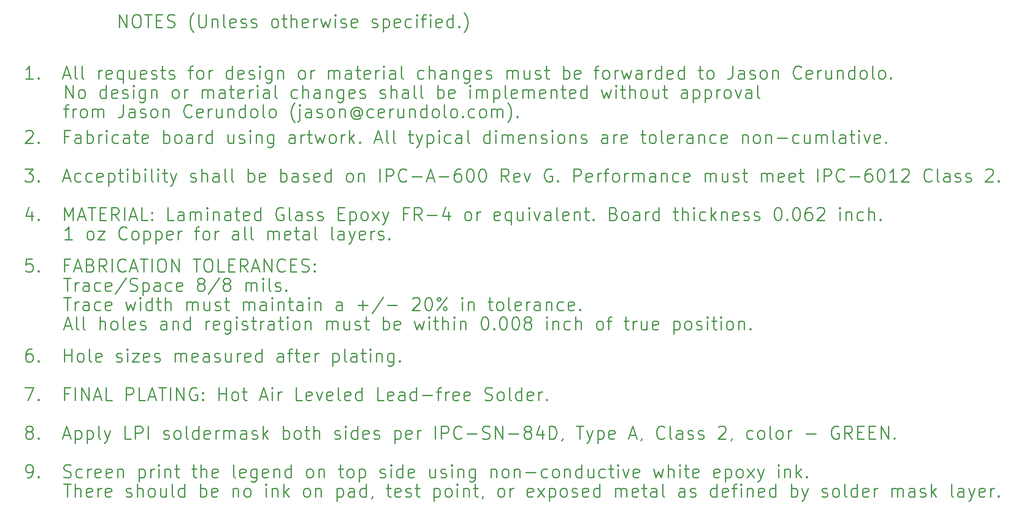
<source format=gbr>
G04 (created by PCBNEW (2013-07-07 BZR 4022)-stable) date 11/4/2014 1:01:41 AM*
%MOIN*%
G04 Gerber Fmt 3.4, Leading zero omitted, Abs format*
%FSLAX34Y34*%
G01*
G70*
G90*
G04 APERTURE LIST*
%ADD10C,0.01*%
G04 APERTURE END LIST*
G54D10*
X48285Y21595D02*
X48476Y21595D01*
X48571Y21642D01*
X48619Y21690D01*
X48714Y21833D01*
X48761Y22023D01*
X48761Y22404D01*
X48714Y22500D01*
X48666Y22547D01*
X48571Y22595D01*
X48380Y22595D01*
X48285Y22547D01*
X48238Y22500D01*
X48190Y22404D01*
X48190Y22166D01*
X48238Y22071D01*
X48285Y22023D01*
X48380Y21976D01*
X48571Y21976D01*
X48666Y22023D01*
X48714Y22071D01*
X48761Y22166D01*
X49190Y21690D02*
X49238Y21642D01*
X49190Y21595D01*
X49142Y21642D01*
X49190Y21690D01*
X49190Y21595D01*
X51142Y21642D02*
X51285Y21595D01*
X51523Y21595D01*
X51619Y21642D01*
X51666Y21690D01*
X51714Y21785D01*
X51714Y21880D01*
X51666Y21976D01*
X51619Y22023D01*
X51523Y22071D01*
X51333Y22119D01*
X51238Y22166D01*
X51190Y22214D01*
X51142Y22309D01*
X51142Y22404D01*
X51190Y22500D01*
X51238Y22547D01*
X51333Y22595D01*
X51571Y22595D01*
X51714Y22547D01*
X52571Y21642D02*
X52476Y21595D01*
X52285Y21595D01*
X52190Y21642D01*
X52142Y21690D01*
X52095Y21785D01*
X52095Y22071D01*
X52142Y22166D01*
X52190Y22214D01*
X52285Y22261D01*
X52476Y22261D01*
X52571Y22214D01*
X53000Y21595D02*
X53000Y22261D01*
X53000Y22071D02*
X53047Y22166D01*
X53095Y22214D01*
X53190Y22261D01*
X53285Y22261D01*
X54000Y21642D02*
X53904Y21595D01*
X53714Y21595D01*
X53619Y21642D01*
X53571Y21738D01*
X53571Y22119D01*
X53619Y22214D01*
X53714Y22261D01*
X53904Y22261D01*
X54000Y22214D01*
X54047Y22119D01*
X54047Y22023D01*
X53571Y21928D01*
X54857Y21642D02*
X54761Y21595D01*
X54571Y21595D01*
X54476Y21642D01*
X54428Y21738D01*
X54428Y22119D01*
X54476Y22214D01*
X54571Y22261D01*
X54761Y22261D01*
X54857Y22214D01*
X54904Y22119D01*
X54904Y22023D01*
X54428Y21928D01*
X55333Y22261D02*
X55333Y21595D01*
X55333Y22166D02*
X55380Y22214D01*
X55476Y22261D01*
X55619Y22261D01*
X55714Y22214D01*
X55761Y22119D01*
X55761Y21595D01*
X57000Y22261D02*
X57000Y21261D01*
X57000Y22214D02*
X57095Y22261D01*
X57285Y22261D01*
X57380Y22214D01*
X57428Y22166D01*
X57476Y22071D01*
X57476Y21785D01*
X57428Y21690D01*
X57380Y21642D01*
X57285Y21595D01*
X57095Y21595D01*
X57000Y21642D01*
X57904Y21595D02*
X57904Y22261D01*
X57904Y22071D02*
X57952Y22166D01*
X58000Y22214D01*
X58095Y22261D01*
X58190Y22261D01*
X58523Y21595D02*
X58523Y22261D01*
X58523Y22595D02*
X58476Y22547D01*
X58523Y22500D01*
X58571Y22547D01*
X58523Y22595D01*
X58523Y22500D01*
X59000Y22261D02*
X59000Y21595D01*
X59000Y22166D02*
X59047Y22214D01*
X59142Y22261D01*
X59285Y22261D01*
X59380Y22214D01*
X59428Y22119D01*
X59428Y21595D01*
X59761Y22261D02*
X60142Y22261D01*
X59904Y22595D02*
X59904Y21738D01*
X59952Y21642D01*
X60047Y21595D01*
X60142Y21595D01*
X61095Y22261D02*
X61476Y22261D01*
X61238Y22595D02*
X61238Y21738D01*
X61285Y21642D01*
X61380Y21595D01*
X61476Y21595D01*
X61809Y21595D02*
X61809Y22595D01*
X62238Y21595D02*
X62238Y22119D01*
X62190Y22214D01*
X62095Y22261D01*
X61952Y22261D01*
X61857Y22214D01*
X61809Y22166D01*
X63095Y21642D02*
X63000Y21595D01*
X62809Y21595D01*
X62714Y21642D01*
X62666Y21738D01*
X62666Y22119D01*
X62714Y22214D01*
X62809Y22261D01*
X63000Y22261D01*
X63095Y22214D01*
X63142Y22119D01*
X63142Y22023D01*
X62666Y21928D01*
X64476Y21595D02*
X64380Y21642D01*
X64333Y21738D01*
X64333Y22595D01*
X65238Y21642D02*
X65142Y21595D01*
X64952Y21595D01*
X64857Y21642D01*
X64809Y21738D01*
X64809Y22119D01*
X64857Y22214D01*
X64952Y22261D01*
X65142Y22261D01*
X65238Y22214D01*
X65285Y22119D01*
X65285Y22023D01*
X64809Y21928D01*
X66142Y22261D02*
X66142Y21452D01*
X66095Y21357D01*
X66047Y21309D01*
X65952Y21261D01*
X65809Y21261D01*
X65714Y21309D01*
X66142Y21642D02*
X66047Y21595D01*
X65857Y21595D01*
X65761Y21642D01*
X65714Y21690D01*
X65666Y21785D01*
X65666Y22071D01*
X65714Y22166D01*
X65761Y22214D01*
X65857Y22261D01*
X66047Y22261D01*
X66142Y22214D01*
X67000Y21642D02*
X66904Y21595D01*
X66714Y21595D01*
X66619Y21642D01*
X66571Y21738D01*
X66571Y22119D01*
X66619Y22214D01*
X66714Y22261D01*
X66904Y22261D01*
X67000Y22214D01*
X67047Y22119D01*
X67047Y22023D01*
X66571Y21928D01*
X67476Y22261D02*
X67476Y21595D01*
X67476Y22166D02*
X67523Y22214D01*
X67619Y22261D01*
X67761Y22261D01*
X67857Y22214D01*
X67904Y22119D01*
X67904Y21595D01*
X68809Y21595D02*
X68809Y22595D01*
X68809Y21642D02*
X68714Y21595D01*
X68523Y21595D01*
X68428Y21642D01*
X68380Y21690D01*
X68333Y21785D01*
X68333Y22071D01*
X68380Y22166D01*
X68428Y22214D01*
X68523Y22261D01*
X68714Y22261D01*
X68809Y22214D01*
X70190Y21595D02*
X70095Y21642D01*
X70047Y21690D01*
X70000Y21785D01*
X70000Y22071D01*
X70047Y22166D01*
X70095Y22214D01*
X70190Y22261D01*
X70333Y22261D01*
X70428Y22214D01*
X70476Y22166D01*
X70523Y22071D01*
X70523Y21785D01*
X70476Y21690D01*
X70428Y21642D01*
X70333Y21595D01*
X70190Y21595D01*
X70952Y22261D02*
X70952Y21595D01*
X70952Y22166D02*
X71000Y22214D01*
X71095Y22261D01*
X71238Y22261D01*
X71333Y22214D01*
X71380Y22119D01*
X71380Y21595D01*
X72476Y22261D02*
X72857Y22261D01*
X72619Y22595D02*
X72619Y21738D01*
X72666Y21642D01*
X72761Y21595D01*
X72857Y21595D01*
X73333Y21595D02*
X73238Y21642D01*
X73190Y21690D01*
X73142Y21785D01*
X73142Y22071D01*
X73190Y22166D01*
X73238Y22214D01*
X73333Y22261D01*
X73476Y22261D01*
X73571Y22214D01*
X73619Y22166D01*
X73666Y22071D01*
X73666Y21785D01*
X73619Y21690D01*
X73571Y21642D01*
X73476Y21595D01*
X73333Y21595D01*
X74095Y22261D02*
X74095Y21261D01*
X74095Y22214D02*
X74190Y22261D01*
X74380Y22261D01*
X74476Y22214D01*
X74523Y22166D01*
X74571Y22071D01*
X74571Y21785D01*
X74523Y21690D01*
X74476Y21642D01*
X74380Y21595D01*
X74190Y21595D01*
X74095Y21642D01*
X75714Y21642D02*
X75809Y21595D01*
X76000Y21595D01*
X76095Y21642D01*
X76142Y21738D01*
X76142Y21785D01*
X76095Y21880D01*
X76000Y21928D01*
X75857Y21928D01*
X75761Y21976D01*
X75714Y22071D01*
X75714Y22119D01*
X75761Y22214D01*
X75857Y22261D01*
X76000Y22261D01*
X76095Y22214D01*
X76571Y21595D02*
X76571Y22261D01*
X76571Y22595D02*
X76523Y22547D01*
X76571Y22500D01*
X76619Y22547D01*
X76571Y22595D01*
X76571Y22500D01*
X77476Y21595D02*
X77476Y22595D01*
X77476Y21642D02*
X77380Y21595D01*
X77190Y21595D01*
X77095Y21642D01*
X77047Y21690D01*
X77000Y21785D01*
X77000Y22071D01*
X77047Y22166D01*
X77095Y22214D01*
X77190Y22261D01*
X77380Y22261D01*
X77476Y22214D01*
X78333Y21642D02*
X78238Y21595D01*
X78047Y21595D01*
X77952Y21642D01*
X77904Y21738D01*
X77904Y22119D01*
X77952Y22214D01*
X78047Y22261D01*
X78238Y22261D01*
X78333Y22214D01*
X78380Y22119D01*
X78380Y22023D01*
X77904Y21928D01*
X79999Y22261D02*
X79999Y21595D01*
X79571Y22261D02*
X79571Y21738D01*
X79619Y21642D01*
X79714Y21595D01*
X79857Y21595D01*
X79952Y21642D01*
X79999Y21690D01*
X80428Y21642D02*
X80523Y21595D01*
X80714Y21595D01*
X80809Y21642D01*
X80857Y21738D01*
X80857Y21785D01*
X80809Y21880D01*
X80714Y21928D01*
X80571Y21928D01*
X80476Y21976D01*
X80428Y22071D01*
X80428Y22119D01*
X80476Y22214D01*
X80571Y22261D01*
X80714Y22261D01*
X80809Y22214D01*
X81285Y21595D02*
X81285Y22261D01*
X81285Y22595D02*
X81238Y22547D01*
X81285Y22500D01*
X81333Y22547D01*
X81285Y22595D01*
X81285Y22500D01*
X81761Y22261D02*
X81761Y21595D01*
X81761Y22166D02*
X81809Y22214D01*
X81904Y22261D01*
X82047Y22261D01*
X82142Y22214D01*
X82190Y22119D01*
X82190Y21595D01*
X83095Y22261D02*
X83095Y21452D01*
X83047Y21357D01*
X82999Y21309D01*
X82904Y21261D01*
X82761Y21261D01*
X82666Y21309D01*
X83095Y21642D02*
X82999Y21595D01*
X82809Y21595D01*
X82714Y21642D01*
X82666Y21690D01*
X82619Y21785D01*
X82619Y22071D01*
X82666Y22166D01*
X82714Y22214D01*
X82809Y22261D01*
X82999Y22261D01*
X83095Y22214D01*
X84333Y22261D02*
X84333Y21595D01*
X84333Y22166D02*
X84380Y22214D01*
X84476Y22261D01*
X84619Y22261D01*
X84714Y22214D01*
X84761Y22119D01*
X84761Y21595D01*
X85380Y21595D02*
X85285Y21642D01*
X85238Y21690D01*
X85190Y21785D01*
X85190Y22071D01*
X85238Y22166D01*
X85285Y22214D01*
X85380Y22261D01*
X85523Y22261D01*
X85619Y22214D01*
X85666Y22166D01*
X85714Y22071D01*
X85714Y21785D01*
X85666Y21690D01*
X85619Y21642D01*
X85523Y21595D01*
X85380Y21595D01*
X86142Y22261D02*
X86142Y21595D01*
X86142Y22166D02*
X86190Y22214D01*
X86285Y22261D01*
X86428Y22261D01*
X86523Y22214D01*
X86571Y22119D01*
X86571Y21595D01*
X87047Y21976D02*
X87809Y21976D01*
X88714Y21642D02*
X88619Y21595D01*
X88428Y21595D01*
X88333Y21642D01*
X88285Y21690D01*
X88238Y21785D01*
X88238Y22071D01*
X88285Y22166D01*
X88333Y22214D01*
X88428Y22261D01*
X88619Y22261D01*
X88714Y22214D01*
X89285Y21595D02*
X89190Y21642D01*
X89142Y21690D01*
X89095Y21785D01*
X89095Y22071D01*
X89142Y22166D01*
X89190Y22214D01*
X89285Y22261D01*
X89428Y22261D01*
X89523Y22214D01*
X89571Y22166D01*
X89619Y22071D01*
X89619Y21785D01*
X89571Y21690D01*
X89523Y21642D01*
X89428Y21595D01*
X89285Y21595D01*
X90047Y22261D02*
X90047Y21595D01*
X90047Y22166D02*
X90095Y22214D01*
X90190Y22261D01*
X90333Y22261D01*
X90428Y22214D01*
X90476Y22119D01*
X90476Y21595D01*
X91380Y21595D02*
X91380Y22595D01*
X91380Y21642D02*
X91285Y21595D01*
X91095Y21595D01*
X90999Y21642D01*
X90952Y21690D01*
X90904Y21785D01*
X90904Y22071D01*
X90952Y22166D01*
X90999Y22214D01*
X91095Y22261D01*
X91285Y22261D01*
X91380Y22214D01*
X92285Y22261D02*
X92285Y21595D01*
X91857Y22261D02*
X91857Y21738D01*
X91904Y21642D01*
X91999Y21595D01*
X92142Y21595D01*
X92238Y21642D01*
X92285Y21690D01*
X93190Y21642D02*
X93095Y21595D01*
X92904Y21595D01*
X92809Y21642D01*
X92761Y21690D01*
X92714Y21785D01*
X92714Y22071D01*
X92761Y22166D01*
X92809Y22214D01*
X92904Y22261D01*
X93095Y22261D01*
X93190Y22214D01*
X93476Y22261D02*
X93857Y22261D01*
X93619Y22595D02*
X93619Y21738D01*
X93666Y21642D01*
X93761Y21595D01*
X93857Y21595D01*
X94190Y21595D02*
X94190Y22261D01*
X94190Y22595D02*
X94142Y22547D01*
X94190Y22500D01*
X94238Y22547D01*
X94190Y22595D01*
X94190Y22500D01*
X94571Y22261D02*
X94809Y21595D01*
X95047Y22261D01*
X95809Y21642D02*
X95714Y21595D01*
X95523Y21595D01*
X95428Y21642D01*
X95380Y21738D01*
X95380Y22119D01*
X95428Y22214D01*
X95523Y22261D01*
X95714Y22261D01*
X95809Y22214D01*
X95857Y22119D01*
X95857Y22023D01*
X95380Y21928D01*
X96952Y22261D02*
X97142Y21595D01*
X97333Y22071D01*
X97523Y21595D01*
X97714Y22261D01*
X98095Y21595D02*
X98095Y22595D01*
X98523Y21595D02*
X98523Y22119D01*
X98476Y22214D01*
X98380Y22261D01*
X98238Y22261D01*
X98142Y22214D01*
X98095Y22166D01*
X98999Y21595D02*
X98999Y22261D01*
X98999Y22595D02*
X98952Y22547D01*
X98999Y22500D01*
X99047Y22547D01*
X98999Y22595D01*
X98999Y22500D01*
X99333Y22261D02*
X99714Y22261D01*
X99476Y22595D02*
X99476Y21738D01*
X99523Y21642D01*
X99619Y21595D01*
X99714Y21595D01*
X100428Y21642D02*
X100333Y21595D01*
X100142Y21595D01*
X100047Y21642D01*
X99999Y21738D01*
X99999Y22119D01*
X100047Y22214D01*
X100142Y22261D01*
X100333Y22261D01*
X100428Y22214D01*
X100476Y22119D01*
X100476Y22023D01*
X99999Y21928D01*
X102047Y21642D02*
X101952Y21595D01*
X101761Y21595D01*
X101666Y21642D01*
X101619Y21738D01*
X101619Y22119D01*
X101666Y22214D01*
X101761Y22261D01*
X101952Y22261D01*
X102047Y22214D01*
X102095Y22119D01*
X102095Y22023D01*
X101619Y21928D01*
X102523Y22261D02*
X102523Y21261D01*
X102523Y22214D02*
X102619Y22261D01*
X102809Y22261D01*
X102904Y22214D01*
X102952Y22166D01*
X102999Y22071D01*
X102999Y21785D01*
X102952Y21690D01*
X102904Y21642D01*
X102809Y21595D01*
X102619Y21595D01*
X102523Y21642D01*
X103571Y21595D02*
X103476Y21642D01*
X103428Y21690D01*
X103380Y21785D01*
X103380Y22071D01*
X103428Y22166D01*
X103476Y22214D01*
X103571Y22261D01*
X103714Y22261D01*
X103809Y22214D01*
X103857Y22166D01*
X103904Y22071D01*
X103904Y21785D01*
X103857Y21690D01*
X103809Y21642D01*
X103714Y21595D01*
X103571Y21595D01*
X104238Y21595D02*
X104761Y22261D01*
X104238Y22261D02*
X104761Y21595D01*
X105047Y22261D02*
X105285Y21595D01*
X105523Y22261D02*
X105285Y21595D01*
X105190Y21357D01*
X105142Y21309D01*
X105047Y21261D01*
X106666Y21595D02*
X106666Y22261D01*
X106666Y22595D02*
X106619Y22547D01*
X106666Y22500D01*
X106714Y22547D01*
X106666Y22595D01*
X106666Y22500D01*
X107142Y22261D02*
X107142Y21595D01*
X107142Y22166D02*
X107190Y22214D01*
X107285Y22261D01*
X107428Y22261D01*
X107523Y22214D01*
X107571Y22119D01*
X107571Y21595D01*
X108047Y21595D02*
X108047Y22595D01*
X108142Y21976D02*
X108428Y21595D01*
X108428Y22261D02*
X108047Y21880D01*
X108857Y21690D02*
X108904Y21642D01*
X108857Y21595D01*
X108809Y21642D01*
X108857Y21690D01*
X108857Y21595D01*
X51142Y21095D02*
X51714Y21095D01*
X51428Y20095D02*
X51428Y21095D01*
X52047Y20095D02*
X52047Y21095D01*
X52476Y20095D02*
X52476Y20619D01*
X52428Y20714D01*
X52333Y20761D01*
X52190Y20761D01*
X52095Y20714D01*
X52047Y20666D01*
X53333Y20142D02*
X53238Y20095D01*
X53047Y20095D01*
X52952Y20142D01*
X52904Y20238D01*
X52904Y20619D01*
X52952Y20714D01*
X53047Y20761D01*
X53238Y20761D01*
X53333Y20714D01*
X53380Y20619D01*
X53380Y20523D01*
X52904Y20428D01*
X53809Y20095D02*
X53809Y20761D01*
X53809Y20571D02*
X53857Y20666D01*
X53904Y20714D01*
X53999Y20761D01*
X54095Y20761D01*
X54809Y20142D02*
X54714Y20095D01*
X54523Y20095D01*
X54428Y20142D01*
X54380Y20238D01*
X54380Y20619D01*
X54428Y20714D01*
X54523Y20761D01*
X54714Y20761D01*
X54809Y20714D01*
X54857Y20619D01*
X54857Y20523D01*
X54380Y20428D01*
X56000Y20142D02*
X56095Y20095D01*
X56285Y20095D01*
X56380Y20142D01*
X56428Y20238D01*
X56428Y20285D01*
X56380Y20380D01*
X56285Y20428D01*
X56142Y20428D01*
X56047Y20476D01*
X56000Y20571D01*
X56000Y20619D01*
X56047Y20714D01*
X56142Y20761D01*
X56285Y20761D01*
X56380Y20714D01*
X56857Y20095D02*
X56857Y21095D01*
X57285Y20095D02*
X57285Y20619D01*
X57238Y20714D01*
X57142Y20761D01*
X56999Y20761D01*
X56904Y20714D01*
X56857Y20666D01*
X57904Y20095D02*
X57809Y20142D01*
X57761Y20190D01*
X57714Y20285D01*
X57714Y20571D01*
X57761Y20666D01*
X57809Y20714D01*
X57904Y20761D01*
X58047Y20761D01*
X58142Y20714D01*
X58190Y20666D01*
X58238Y20571D01*
X58238Y20285D01*
X58190Y20190D01*
X58142Y20142D01*
X58047Y20095D01*
X57904Y20095D01*
X59095Y20761D02*
X59095Y20095D01*
X58666Y20761D02*
X58666Y20238D01*
X58714Y20142D01*
X58809Y20095D01*
X58952Y20095D01*
X59047Y20142D01*
X59095Y20190D01*
X59714Y20095D02*
X59619Y20142D01*
X59571Y20238D01*
X59571Y21095D01*
X60523Y20095D02*
X60523Y21095D01*
X60523Y20142D02*
X60428Y20095D01*
X60238Y20095D01*
X60142Y20142D01*
X60095Y20190D01*
X60047Y20285D01*
X60047Y20571D01*
X60095Y20666D01*
X60142Y20714D01*
X60238Y20761D01*
X60428Y20761D01*
X60523Y20714D01*
X61761Y20095D02*
X61761Y21095D01*
X61761Y20714D02*
X61857Y20761D01*
X62047Y20761D01*
X62142Y20714D01*
X62190Y20666D01*
X62238Y20571D01*
X62238Y20285D01*
X62190Y20190D01*
X62142Y20142D01*
X62047Y20095D01*
X61857Y20095D01*
X61761Y20142D01*
X63047Y20142D02*
X62952Y20095D01*
X62761Y20095D01*
X62666Y20142D01*
X62619Y20238D01*
X62619Y20619D01*
X62666Y20714D01*
X62761Y20761D01*
X62952Y20761D01*
X63047Y20714D01*
X63095Y20619D01*
X63095Y20523D01*
X62619Y20428D01*
X64285Y20761D02*
X64285Y20095D01*
X64285Y20666D02*
X64333Y20714D01*
X64428Y20761D01*
X64571Y20761D01*
X64666Y20714D01*
X64714Y20619D01*
X64714Y20095D01*
X65333Y20095D02*
X65238Y20142D01*
X65190Y20190D01*
X65142Y20285D01*
X65142Y20571D01*
X65190Y20666D01*
X65238Y20714D01*
X65333Y20761D01*
X65476Y20761D01*
X65571Y20714D01*
X65619Y20666D01*
X65666Y20571D01*
X65666Y20285D01*
X65619Y20190D01*
X65571Y20142D01*
X65476Y20095D01*
X65333Y20095D01*
X66857Y20095D02*
X66857Y20761D01*
X66857Y21095D02*
X66809Y21047D01*
X66857Y21000D01*
X66904Y21047D01*
X66857Y21095D01*
X66857Y21000D01*
X67333Y20761D02*
X67333Y20095D01*
X67333Y20666D02*
X67380Y20714D01*
X67476Y20761D01*
X67619Y20761D01*
X67714Y20714D01*
X67761Y20619D01*
X67761Y20095D01*
X68238Y20095D02*
X68238Y21095D01*
X68333Y20476D02*
X68619Y20095D01*
X68619Y20761D02*
X68238Y20380D01*
X69952Y20095D02*
X69857Y20142D01*
X69809Y20190D01*
X69761Y20285D01*
X69761Y20571D01*
X69809Y20666D01*
X69857Y20714D01*
X69952Y20761D01*
X70095Y20761D01*
X70190Y20714D01*
X70238Y20666D01*
X70285Y20571D01*
X70285Y20285D01*
X70238Y20190D01*
X70190Y20142D01*
X70095Y20095D01*
X69952Y20095D01*
X70714Y20761D02*
X70714Y20095D01*
X70714Y20666D02*
X70761Y20714D01*
X70857Y20761D01*
X70999Y20761D01*
X71095Y20714D01*
X71142Y20619D01*
X71142Y20095D01*
X72380Y20761D02*
X72380Y19761D01*
X72380Y20714D02*
X72476Y20761D01*
X72666Y20761D01*
X72761Y20714D01*
X72809Y20666D01*
X72857Y20571D01*
X72857Y20285D01*
X72809Y20190D01*
X72761Y20142D01*
X72666Y20095D01*
X72476Y20095D01*
X72380Y20142D01*
X73714Y20095D02*
X73714Y20619D01*
X73666Y20714D01*
X73571Y20761D01*
X73380Y20761D01*
X73285Y20714D01*
X73714Y20142D02*
X73619Y20095D01*
X73380Y20095D01*
X73285Y20142D01*
X73238Y20238D01*
X73238Y20333D01*
X73285Y20428D01*
X73380Y20476D01*
X73619Y20476D01*
X73714Y20523D01*
X74619Y20095D02*
X74619Y21095D01*
X74619Y20142D02*
X74523Y20095D01*
X74333Y20095D01*
X74238Y20142D01*
X74190Y20190D01*
X74142Y20285D01*
X74142Y20571D01*
X74190Y20666D01*
X74238Y20714D01*
X74333Y20761D01*
X74523Y20761D01*
X74619Y20714D01*
X75142Y20142D02*
X75142Y20095D01*
X75095Y20000D01*
X75047Y19952D01*
X76190Y20761D02*
X76571Y20761D01*
X76333Y21095D02*
X76333Y20238D01*
X76380Y20142D01*
X76476Y20095D01*
X76571Y20095D01*
X77285Y20142D02*
X77190Y20095D01*
X76999Y20095D01*
X76904Y20142D01*
X76857Y20238D01*
X76857Y20619D01*
X76904Y20714D01*
X76999Y20761D01*
X77190Y20761D01*
X77285Y20714D01*
X77333Y20619D01*
X77333Y20523D01*
X76857Y20428D01*
X77714Y20142D02*
X77809Y20095D01*
X77999Y20095D01*
X78095Y20142D01*
X78142Y20238D01*
X78142Y20285D01*
X78095Y20380D01*
X77999Y20428D01*
X77857Y20428D01*
X77761Y20476D01*
X77714Y20571D01*
X77714Y20619D01*
X77761Y20714D01*
X77857Y20761D01*
X77999Y20761D01*
X78095Y20714D01*
X78428Y20761D02*
X78809Y20761D01*
X78571Y21095D02*
X78571Y20238D01*
X78619Y20142D01*
X78714Y20095D01*
X78809Y20095D01*
X79904Y20761D02*
X79904Y19761D01*
X79904Y20714D02*
X79999Y20761D01*
X80190Y20761D01*
X80285Y20714D01*
X80333Y20666D01*
X80380Y20571D01*
X80380Y20285D01*
X80333Y20190D01*
X80285Y20142D01*
X80190Y20095D01*
X79999Y20095D01*
X79904Y20142D01*
X80952Y20095D02*
X80857Y20142D01*
X80809Y20190D01*
X80761Y20285D01*
X80761Y20571D01*
X80809Y20666D01*
X80857Y20714D01*
X80952Y20761D01*
X81095Y20761D01*
X81190Y20714D01*
X81238Y20666D01*
X81285Y20571D01*
X81285Y20285D01*
X81238Y20190D01*
X81190Y20142D01*
X81095Y20095D01*
X80952Y20095D01*
X81714Y20095D02*
X81714Y20761D01*
X81714Y21095D02*
X81666Y21047D01*
X81714Y21000D01*
X81761Y21047D01*
X81714Y21095D01*
X81714Y21000D01*
X82190Y20761D02*
X82190Y20095D01*
X82190Y20666D02*
X82238Y20714D01*
X82333Y20761D01*
X82476Y20761D01*
X82571Y20714D01*
X82619Y20619D01*
X82619Y20095D01*
X82952Y20761D02*
X83333Y20761D01*
X83095Y21095D02*
X83095Y20238D01*
X83142Y20142D01*
X83238Y20095D01*
X83333Y20095D01*
X83714Y20142D02*
X83714Y20095D01*
X83666Y20000D01*
X83619Y19952D01*
X85047Y20095D02*
X84952Y20142D01*
X84904Y20190D01*
X84857Y20285D01*
X84857Y20571D01*
X84904Y20666D01*
X84952Y20714D01*
X85047Y20761D01*
X85190Y20761D01*
X85285Y20714D01*
X85333Y20666D01*
X85380Y20571D01*
X85380Y20285D01*
X85333Y20190D01*
X85285Y20142D01*
X85190Y20095D01*
X85047Y20095D01*
X85809Y20095D02*
X85809Y20761D01*
X85809Y20571D02*
X85857Y20666D01*
X85904Y20714D01*
X85999Y20761D01*
X86095Y20761D01*
X87571Y20142D02*
X87476Y20095D01*
X87285Y20095D01*
X87190Y20142D01*
X87142Y20238D01*
X87142Y20619D01*
X87190Y20714D01*
X87285Y20761D01*
X87476Y20761D01*
X87571Y20714D01*
X87619Y20619D01*
X87619Y20523D01*
X87142Y20428D01*
X87952Y20095D02*
X88476Y20761D01*
X87952Y20761D02*
X88476Y20095D01*
X88857Y20761D02*
X88857Y19761D01*
X88857Y20714D02*
X88952Y20761D01*
X89142Y20761D01*
X89238Y20714D01*
X89285Y20666D01*
X89333Y20571D01*
X89333Y20285D01*
X89285Y20190D01*
X89238Y20142D01*
X89142Y20095D01*
X88952Y20095D01*
X88857Y20142D01*
X89904Y20095D02*
X89809Y20142D01*
X89761Y20190D01*
X89714Y20285D01*
X89714Y20571D01*
X89761Y20666D01*
X89809Y20714D01*
X89904Y20761D01*
X90047Y20761D01*
X90142Y20714D01*
X90190Y20666D01*
X90238Y20571D01*
X90238Y20285D01*
X90190Y20190D01*
X90142Y20142D01*
X90047Y20095D01*
X89904Y20095D01*
X90619Y20142D02*
X90714Y20095D01*
X90904Y20095D01*
X90999Y20142D01*
X91047Y20238D01*
X91047Y20285D01*
X90999Y20380D01*
X90904Y20428D01*
X90761Y20428D01*
X90666Y20476D01*
X90619Y20571D01*
X90619Y20619D01*
X90666Y20714D01*
X90761Y20761D01*
X90904Y20761D01*
X90999Y20714D01*
X91857Y20142D02*
X91761Y20095D01*
X91571Y20095D01*
X91476Y20142D01*
X91428Y20238D01*
X91428Y20619D01*
X91476Y20714D01*
X91571Y20761D01*
X91761Y20761D01*
X91857Y20714D01*
X91904Y20619D01*
X91904Y20523D01*
X91428Y20428D01*
X92761Y20095D02*
X92761Y21095D01*
X92761Y20142D02*
X92666Y20095D01*
X92476Y20095D01*
X92380Y20142D01*
X92333Y20190D01*
X92285Y20285D01*
X92285Y20571D01*
X92333Y20666D01*
X92380Y20714D01*
X92476Y20761D01*
X92666Y20761D01*
X92761Y20714D01*
X93999Y20095D02*
X93999Y20761D01*
X93999Y20666D02*
X94047Y20714D01*
X94142Y20761D01*
X94285Y20761D01*
X94380Y20714D01*
X94428Y20619D01*
X94428Y20095D01*
X94428Y20619D02*
X94476Y20714D01*
X94571Y20761D01*
X94714Y20761D01*
X94809Y20714D01*
X94857Y20619D01*
X94857Y20095D01*
X95714Y20142D02*
X95619Y20095D01*
X95428Y20095D01*
X95333Y20142D01*
X95285Y20238D01*
X95285Y20619D01*
X95333Y20714D01*
X95428Y20761D01*
X95619Y20761D01*
X95714Y20714D01*
X95761Y20619D01*
X95761Y20523D01*
X95285Y20428D01*
X96047Y20761D02*
X96428Y20761D01*
X96190Y21095D02*
X96190Y20238D01*
X96238Y20142D01*
X96333Y20095D01*
X96428Y20095D01*
X97190Y20095D02*
X97190Y20619D01*
X97142Y20714D01*
X97047Y20761D01*
X96857Y20761D01*
X96761Y20714D01*
X97190Y20142D02*
X97095Y20095D01*
X96857Y20095D01*
X96761Y20142D01*
X96714Y20238D01*
X96714Y20333D01*
X96761Y20428D01*
X96857Y20476D01*
X97095Y20476D01*
X97190Y20523D01*
X97809Y20095D02*
X97714Y20142D01*
X97666Y20238D01*
X97666Y21095D01*
X99380Y20095D02*
X99380Y20619D01*
X99333Y20714D01*
X99238Y20761D01*
X99047Y20761D01*
X98952Y20714D01*
X99380Y20142D02*
X99285Y20095D01*
X99047Y20095D01*
X98952Y20142D01*
X98904Y20238D01*
X98904Y20333D01*
X98952Y20428D01*
X99047Y20476D01*
X99285Y20476D01*
X99380Y20523D01*
X99809Y20142D02*
X99904Y20095D01*
X100095Y20095D01*
X100190Y20142D01*
X100238Y20238D01*
X100238Y20285D01*
X100190Y20380D01*
X100095Y20428D01*
X99952Y20428D01*
X99857Y20476D01*
X99809Y20571D01*
X99809Y20619D01*
X99857Y20714D01*
X99952Y20761D01*
X100095Y20761D01*
X100190Y20714D01*
X101857Y20095D02*
X101857Y21095D01*
X101857Y20142D02*
X101761Y20095D01*
X101571Y20095D01*
X101476Y20142D01*
X101428Y20190D01*
X101380Y20285D01*
X101380Y20571D01*
X101428Y20666D01*
X101476Y20714D01*
X101571Y20761D01*
X101761Y20761D01*
X101857Y20714D01*
X102714Y20142D02*
X102619Y20095D01*
X102428Y20095D01*
X102333Y20142D01*
X102285Y20238D01*
X102285Y20619D01*
X102333Y20714D01*
X102428Y20761D01*
X102619Y20761D01*
X102714Y20714D01*
X102761Y20619D01*
X102761Y20523D01*
X102285Y20428D01*
X103047Y20761D02*
X103428Y20761D01*
X103190Y20095D02*
X103190Y20952D01*
X103238Y21047D01*
X103333Y21095D01*
X103428Y21095D01*
X103761Y20095D02*
X103761Y20761D01*
X103761Y21095D02*
X103714Y21047D01*
X103761Y21000D01*
X103809Y21047D01*
X103761Y21095D01*
X103761Y21000D01*
X104238Y20761D02*
X104238Y20095D01*
X104238Y20666D02*
X104285Y20714D01*
X104380Y20761D01*
X104523Y20761D01*
X104619Y20714D01*
X104666Y20619D01*
X104666Y20095D01*
X105523Y20142D02*
X105428Y20095D01*
X105238Y20095D01*
X105142Y20142D01*
X105095Y20238D01*
X105095Y20619D01*
X105142Y20714D01*
X105238Y20761D01*
X105428Y20761D01*
X105523Y20714D01*
X105571Y20619D01*
X105571Y20523D01*
X105095Y20428D01*
X106428Y20095D02*
X106428Y21095D01*
X106428Y20142D02*
X106333Y20095D01*
X106142Y20095D01*
X106047Y20142D01*
X105999Y20190D01*
X105952Y20285D01*
X105952Y20571D01*
X105999Y20666D01*
X106047Y20714D01*
X106142Y20761D01*
X106333Y20761D01*
X106428Y20714D01*
X107666Y20095D02*
X107666Y21095D01*
X107666Y20714D02*
X107761Y20761D01*
X107952Y20761D01*
X108047Y20714D01*
X108095Y20666D01*
X108142Y20571D01*
X108142Y20285D01*
X108095Y20190D01*
X108047Y20142D01*
X107952Y20095D01*
X107761Y20095D01*
X107666Y20142D01*
X108476Y20761D02*
X108714Y20095D01*
X108952Y20761D02*
X108714Y20095D01*
X108619Y19857D01*
X108571Y19809D01*
X108476Y19761D01*
X110047Y20142D02*
X110142Y20095D01*
X110333Y20095D01*
X110428Y20142D01*
X110476Y20238D01*
X110476Y20285D01*
X110428Y20380D01*
X110333Y20428D01*
X110190Y20428D01*
X110095Y20476D01*
X110047Y20571D01*
X110047Y20619D01*
X110095Y20714D01*
X110190Y20761D01*
X110333Y20761D01*
X110428Y20714D01*
X111047Y20095D02*
X110952Y20142D01*
X110904Y20190D01*
X110857Y20285D01*
X110857Y20571D01*
X110904Y20666D01*
X110952Y20714D01*
X111047Y20761D01*
X111190Y20761D01*
X111285Y20714D01*
X111333Y20666D01*
X111380Y20571D01*
X111380Y20285D01*
X111333Y20190D01*
X111285Y20142D01*
X111190Y20095D01*
X111047Y20095D01*
X111952Y20095D02*
X111857Y20142D01*
X111809Y20238D01*
X111809Y21095D01*
X112761Y20095D02*
X112761Y21095D01*
X112761Y20142D02*
X112666Y20095D01*
X112476Y20095D01*
X112380Y20142D01*
X112333Y20190D01*
X112285Y20285D01*
X112285Y20571D01*
X112333Y20666D01*
X112380Y20714D01*
X112476Y20761D01*
X112666Y20761D01*
X112761Y20714D01*
X113619Y20142D02*
X113523Y20095D01*
X113333Y20095D01*
X113238Y20142D01*
X113190Y20238D01*
X113190Y20619D01*
X113238Y20714D01*
X113333Y20761D01*
X113523Y20761D01*
X113619Y20714D01*
X113666Y20619D01*
X113666Y20523D01*
X113190Y20428D01*
X114095Y20095D02*
X114095Y20761D01*
X114095Y20571D02*
X114142Y20666D01*
X114190Y20714D01*
X114285Y20761D01*
X114380Y20761D01*
X115476Y20095D02*
X115476Y20761D01*
X115476Y20666D02*
X115523Y20714D01*
X115619Y20761D01*
X115761Y20761D01*
X115857Y20714D01*
X115904Y20619D01*
X115904Y20095D01*
X115904Y20619D02*
X115952Y20714D01*
X116047Y20761D01*
X116190Y20761D01*
X116285Y20714D01*
X116333Y20619D01*
X116333Y20095D01*
X117238Y20095D02*
X117238Y20619D01*
X117190Y20714D01*
X117095Y20761D01*
X116904Y20761D01*
X116809Y20714D01*
X117238Y20142D02*
X117142Y20095D01*
X116904Y20095D01*
X116809Y20142D01*
X116761Y20238D01*
X116761Y20333D01*
X116809Y20428D01*
X116904Y20476D01*
X117142Y20476D01*
X117238Y20523D01*
X117666Y20142D02*
X117761Y20095D01*
X117952Y20095D01*
X118047Y20142D01*
X118095Y20238D01*
X118095Y20285D01*
X118047Y20380D01*
X117952Y20428D01*
X117809Y20428D01*
X117714Y20476D01*
X117666Y20571D01*
X117666Y20619D01*
X117714Y20714D01*
X117809Y20761D01*
X117952Y20761D01*
X118047Y20714D01*
X118523Y20095D02*
X118523Y21095D01*
X118619Y20476D02*
X118904Y20095D01*
X118904Y20761D02*
X118523Y20380D01*
X120238Y20095D02*
X120142Y20142D01*
X120095Y20238D01*
X120095Y21095D01*
X121047Y20095D02*
X121047Y20619D01*
X120999Y20714D01*
X120904Y20761D01*
X120714Y20761D01*
X120619Y20714D01*
X121047Y20142D02*
X120952Y20095D01*
X120714Y20095D01*
X120619Y20142D01*
X120571Y20238D01*
X120571Y20333D01*
X120619Y20428D01*
X120714Y20476D01*
X120952Y20476D01*
X121047Y20523D01*
X121428Y20761D02*
X121666Y20095D01*
X121904Y20761D02*
X121666Y20095D01*
X121571Y19857D01*
X121523Y19809D01*
X121428Y19761D01*
X122666Y20142D02*
X122571Y20095D01*
X122380Y20095D01*
X122285Y20142D01*
X122238Y20238D01*
X122238Y20619D01*
X122285Y20714D01*
X122380Y20761D01*
X122571Y20761D01*
X122666Y20714D01*
X122714Y20619D01*
X122714Y20523D01*
X122238Y20428D01*
X123142Y20095D02*
X123142Y20761D01*
X123142Y20571D02*
X123190Y20666D01*
X123238Y20714D01*
X123333Y20761D01*
X123428Y20761D01*
X123761Y20190D02*
X123809Y20142D01*
X123761Y20095D01*
X123714Y20142D01*
X123761Y20190D01*
X123761Y20095D01*
X48380Y25166D02*
X48285Y25214D01*
X48238Y25261D01*
X48190Y25357D01*
X48190Y25404D01*
X48238Y25500D01*
X48285Y25547D01*
X48380Y25595D01*
X48571Y25595D01*
X48666Y25547D01*
X48714Y25500D01*
X48761Y25404D01*
X48761Y25357D01*
X48714Y25261D01*
X48666Y25214D01*
X48571Y25166D01*
X48380Y25166D01*
X48285Y25119D01*
X48238Y25071D01*
X48190Y24976D01*
X48190Y24785D01*
X48238Y24690D01*
X48285Y24642D01*
X48380Y24595D01*
X48571Y24595D01*
X48666Y24642D01*
X48714Y24690D01*
X48761Y24785D01*
X48761Y24976D01*
X48714Y25071D01*
X48666Y25119D01*
X48571Y25166D01*
X49190Y24690D02*
X49238Y24642D01*
X49190Y24595D01*
X49142Y24642D01*
X49190Y24690D01*
X49190Y24595D01*
X51142Y24880D02*
X51619Y24880D01*
X51047Y24595D02*
X51380Y25595D01*
X51714Y24595D01*
X52047Y25261D02*
X52047Y24261D01*
X52047Y25214D02*
X52142Y25261D01*
X52333Y25261D01*
X52428Y25214D01*
X52476Y25166D01*
X52523Y25071D01*
X52523Y24785D01*
X52476Y24690D01*
X52428Y24642D01*
X52333Y24595D01*
X52142Y24595D01*
X52047Y24642D01*
X52952Y25261D02*
X52952Y24261D01*
X52952Y25214D02*
X53047Y25261D01*
X53238Y25261D01*
X53333Y25214D01*
X53380Y25166D01*
X53428Y25071D01*
X53428Y24785D01*
X53380Y24690D01*
X53333Y24642D01*
X53238Y24595D01*
X53047Y24595D01*
X52952Y24642D01*
X54000Y24595D02*
X53904Y24642D01*
X53857Y24738D01*
X53857Y25595D01*
X54285Y25261D02*
X54523Y24595D01*
X54761Y25261D02*
X54523Y24595D01*
X54428Y24357D01*
X54380Y24309D01*
X54285Y24261D01*
X56380Y24595D02*
X55904Y24595D01*
X55904Y25595D01*
X56714Y24595D02*
X56714Y25595D01*
X57095Y25595D01*
X57190Y25547D01*
X57238Y25500D01*
X57285Y25404D01*
X57285Y25261D01*
X57238Y25166D01*
X57190Y25119D01*
X57095Y25071D01*
X56714Y25071D01*
X57714Y24595D02*
X57714Y25595D01*
X58904Y24642D02*
X58999Y24595D01*
X59190Y24595D01*
X59285Y24642D01*
X59333Y24738D01*
X59333Y24785D01*
X59285Y24880D01*
X59190Y24928D01*
X59047Y24928D01*
X58952Y24976D01*
X58904Y25071D01*
X58904Y25119D01*
X58952Y25214D01*
X59047Y25261D01*
X59190Y25261D01*
X59285Y25214D01*
X59904Y24595D02*
X59809Y24642D01*
X59761Y24690D01*
X59714Y24785D01*
X59714Y25071D01*
X59761Y25166D01*
X59809Y25214D01*
X59904Y25261D01*
X60047Y25261D01*
X60142Y25214D01*
X60190Y25166D01*
X60238Y25071D01*
X60238Y24785D01*
X60190Y24690D01*
X60142Y24642D01*
X60047Y24595D01*
X59904Y24595D01*
X60809Y24595D02*
X60714Y24642D01*
X60666Y24738D01*
X60666Y25595D01*
X61619Y24595D02*
X61619Y25595D01*
X61619Y24642D02*
X61523Y24595D01*
X61333Y24595D01*
X61238Y24642D01*
X61190Y24690D01*
X61142Y24785D01*
X61142Y25071D01*
X61190Y25166D01*
X61238Y25214D01*
X61333Y25261D01*
X61523Y25261D01*
X61619Y25214D01*
X62476Y24642D02*
X62380Y24595D01*
X62190Y24595D01*
X62095Y24642D01*
X62047Y24738D01*
X62047Y25119D01*
X62095Y25214D01*
X62190Y25261D01*
X62380Y25261D01*
X62476Y25214D01*
X62523Y25119D01*
X62523Y25023D01*
X62047Y24928D01*
X62952Y24595D02*
X62952Y25261D01*
X62952Y25071D02*
X62999Y25166D01*
X63047Y25214D01*
X63142Y25261D01*
X63238Y25261D01*
X63571Y24595D02*
X63571Y25261D01*
X63571Y25166D02*
X63619Y25214D01*
X63714Y25261D01*
X63857Y25261D01*
X63952Y25214D01*
X63999Y25119D01*
X63999Y24595D01*
X63999Y25119D02*
X64047Y25214D01*
X64142Y25261D01*
X64285Y25261D01*
X64380Y25214D01*
X64428Y25119D01*
X64428Y24595D01*
X65333Y24595D02*
X65333Y25119D01*
X65285Y25214D01*
X65190Y25261D01*
X64999Y25261D01*
X64904Y25214D01*
X65333Y24642D02*
X65238Y24595D01*
X64999Y24595D01*
X64904Y24642D01*
X64857Y24738D01*
X64857Y24833D01*
X64904Y24928D01*
X64999Y24976D01*
X65238Y24976D01*
X65333Y25023D01*
X65761Y24642D02*
X65857Y24595D01*
X66047Y24595D01*
X66142Y24642D01*
X66190Y24738D01*
X66190Y24785D01*
X66142Y24880D01*
X66047Y24928D01*
X65904Y24928D01*
X65809Y24976D01*
X65761Y25071D01*
X65761Y25119D01*
X65809Y25214D01*
X65904Y25261D01*
X66047Y25261D01*
X66142Y25214D01*
X66619Y24595D02*
X66619Y25595D01*
X66714Y24976D02*
X66999Y24595D01*
X66999Y25261D02*
X66619Y24880D01*
X68190Y24595D02*
X68190Y25595D01*
X68190Y25214D02*
X68285Y25261D01*
X68476Y25261D01*
X68571Y25214D01*
X68619Y25166D01*
X68666Y25071D01*
X68666Y24785D01*
X68619Y24690D01*
X68571Y24642D01*
X68476Y24595D01*
X68285Y24595D01*
X68190Y24642D01*
X69238Y24595D02*
X69142Y24642D01*
X69095Y24690D01*
X69047Y24785D01*
X69047Y25071D01*
X69095Y25166D01*
X69142Y25214D01*
X69238Y25261D01*
X69380Y25261D01*
X69476Y25214D01*
X69523Y25166D01*
X69571Y25071D01*
X69571Y24785D01*
X69523Y24690D01*
X69476Y24642D01*
X69380Y24595D01*
X69238Y24595D01*
X69857Y25261D02*
X70238Y25261D01*
X69999Y25595D02*
X69999Y24738D01*
X70047Y24642D01*
X70142Y24595D01*
X70238Y24595D01*
X70571Y24595D02*
X70571Y25595D01*
X70999Y24595D02*
X70999Y25119D01*
X70952Y25214D01*
X70857Y25261D01*
X70714Y25261D01*
X70619Y25214D01*
X70571Y25166D01*
X72190Y24642D02*
X72285Y24595D01*
X72476Y24595D01*
X72571Y24642D01*
X72619Y24738D01*
X72619Y24785D01*
X72571Y24880D01*
X72476Y24928D01*
X72333Y24928D01*
X72238Y24976D01*
X72190Y25071D01*
X72190Y25119D01*
X72238Y25214D01*
X72333Y25261D01*
X72476Y25261D01*
X72571Y25214D01*
X73047Y24595D02*
X73047Y25261D01*
X73047Y25595D02*
X72999Y25547D01*
X73047Y25500D01*
X73095Y25547D01*
X73047Y25595D01*
X73047Y25500D01*
X73952Y24595D02*
X73952Y25595D01*
X73952Y24642D02*
X73857Y24595D01*
X73666Y24595D01*
X73571Y24642D01*
X73523Y24690D01*
X73476Y24785D01*
X73476Y25071D01*
X73523Y25166D01*
X73571Y25214D01*
X73666Y25261D01*
X73857Y25261D01*
X73952Y25214D01*
X74809Y24642D02*
X74714Y24595D01*
X74523Y24595D01*
X74428Y24642D01*
X74380Y24738D01*
X74380Y25119D01*
X74428Y25214D01*
X74523Y25261D01*
X74714Y25261D01*
X74809Y25214D01*
X74857Y25119D01*
X74857Y25023D01*
X74380Y24928D01*
X75238Y24642D02*
X75333Y24595D01*
X75523Y24595D01*
X75619Y24642D01*
X75666Y24738D01*
X75666Y24785D01*
X75619Y24880D01*
X75523Y24928D01*
X75380Y24928D01*
X75285Y24976D01*
X75238Y25071D01*
X75238Y25119D01*
X75285Y25214D01*
X75380Y25261D01*
X75523Y25261D01*
X75619Y25214D01*
X76857Y25261D02*
X76857Y24261D01*
X76857Y25214D02*
X76952Y25261D01*
X77142Y25261D01*
X77238Y25214D01*
X77285Y25166D01*
X77333Y25071D01*
X77333Y24785D01*
X77285Y24690D01*
X77238Y24642D01*
X77142Y24595D01*
X76952Y24595D01*
X76857Y24642D01*
X78142Y24642D02*
X78047Y24595D01*
X77857Y24595D01*
X77761Y24642D01*
X77714Y24738D01*
X77714Y25119D01*
X77761Y25214D01*
X77857Y25261D01*
X78047Y25261D01*
X78142Y25214D01*
X78190Y25119D01*
X78190Y25023D01*
X77714Y24928D01*
X78619Y24595D02*
X78619Y25261D01*
X78619Y25071D02*
X78666Y25166D01*
X78714Y25214D01*
X78809Y25261D01*
X78904Y25261D01*
X79999Y24595D02*
X79999Y25595D01*
X80476Y24595D02*
X80476Y25595D01*
X80857Y25595D01*
X80952Y25547D01*
X80999Y25500D01*
X81047Y25404D01*
X81047Y25261D01*
X80999Y25166D01*
X80952Y25119D01*
X80857Y25071D01*
X80476Y25071D01*
X82047Y24690D02*
X81999Y24642D01*
X81857Y24595D01*
X81761Y24595D01*
X81619Y24642D01*
X81523Y24738D01*
X81476Y24833D01*
X81428Y25023D01*
X81428Y25166D01*
X81476Y25357D01*
X81523Y25452D01*
X81619Y25547D01*
X81761Y25595D01*
X81857Y25595D01*
X81999Y25547D01*
X82047Y25500D01*
X82476Y24976D02*
X83238Y24976D01*
X83666Y24642D02*
X83809Y24595D01*
X84047Y24595D01*
X84142Y24642D01*
X84190Y24690D01*
X84238Y24785D01*
X84238Y24880D01*
X84190Y24976D01*
X84142Y25023D01*
X84047Y25071D01*
X83857Y25119D01*
X83761Y25166D01*
X83714Y25214D01*
X83666Y25309D01*
X83666Y25404D01*
X83714Y25500D01*
X83761Y25547D01*
X83857Y25595D01*
X84095Y25595D01*
X84238Y25547D01*
X84666Y24595D02*
X84666Y25595D01*
X85238Y24595D01*
X85238Y25595D01*
X85714Y24976D02*
X86476Y24976D01*
X87095Y25166D02*
X86999Y25214D01*
X86952Y25261D01*
X86904Y25357D01*
X86904Y25404D01*
X86952Y25500D01*
X86999Y25547D01*
X87095Y25595D01*
X87285Y25595D01*
X87380Y25547D01*
X87428Y25500D01*
X87476Y25404D01*
X87476Y25357D01*
X87428Y25261D01*
X87380Y25214D01*
X87285Y25166D01*
X87095Y25166D01*
X86999Y25119D01*
X86952Y25071D01*
X86904Y24976D01*
X86904Y24785D01*
X86952Y24690D01*
X86999Y24642D01*
X87095Y24595D01*
X87285Y24595D01*
X87380Y24642D01*
X87428Y24690D01*
X87476Y24785D01*
X87476Y24976D01*
X87428Y25071D01*
X87380Y25119D01*
X87285Y25166D01*
X88333Y25261D02*
X88333Y24595D01*
X88095Y25642D02*
X87857Y24928D01*
X88476Y24928D01*
X88857Y24595D02*
X88857Y25595D01*
X89095Y25595D01*
X89238Y25547D01*
X89333Y25452D01*
X89380Y25357D01*
X89428Y25166D01*
X89428Y25023D01*
X89380Y24833D01*
X89333Y24738D01*
X89238Y24642D01*
X89095Y24595D01*
X88857Y24595D01*
X89904Y24642D02*
X89904Y24595D01*
X89857Y24500D01*
X89809Y24452D01*
X90952Y25595D02*
X91523Y25595D01*
X91238Y24595D02*
X91238Y25595D01*
X91761Y25261D02*
X91999Y24595D01*
X92238Y25261D02*
X91999Y24595D01*
X91904Y24357D01*
X91857Y24309D01*
X91761Y24261D01*
X92619Y25261D02*
X92619Y24261D01*
X92619Y25214D02*
X92714Y25261D01*
X92904Y25261D01*
X92999Y25214D01*
X93047Y25166D01*
X93095Y25071D01*
X93095Y24785D01*
X93047Y24690D01*
X92999Y24642D01*
X92904Y24595D01*
X92714Y24595D01*
X92619Y24642D01*
X93904Y24642D02*
X93809Y24595D01*
X93619Y24595D01*
X93523Y24642D01*
X93476Y24738D01*
X93476Y25119D01*
X93523Y25214D01*
X93619Y25261D01*
X93809Y25261D01*
X93904Y25214D01*
X93952Y25119D01*
X93952Y25023D01*
X93476Y24928D01*
X95095Y24880D02*
X95571Y24880D01*
X94999Y24595D02*
X95333Y25595D01*
X95666Y24595D01*
X96047Y24642D02*
X96047Y24595D01*
X95999Y24500D01*
X95952Y24452D01*
X97809Y24690D02*
X97761Y24642D01*
X97619Y24595D01*
X97523Y24595D01*
X97380Y24642D01*
X97285Y24738D01*
X97238Y24833D01*
X97190Y25023D01*
X97190Y25166D01*
X97238Y25357D01*
X97285Y25452D01*
X97380Y25547D01*
X97523Y25595D01*
X97619Y25595D01*
X97761Y25547D01*
X97809Y25500D01*
X98380Y24595D02*
X98285Y24642D01*
X98238Y24738D01*
X98238Y25595D01*
X99190Y24595D02*
X99190Y25119D01*
X99142Y25214D01*
X99047Y25261D01*
X98857Y25261D01*
X98761Y25214D01*
X99190Y24642D02*
X99095Y24595D01*
X98857Y24595D01*
X98761Y24642D01*
X98714Y24738D01*
X98714Y24833D01*
X98761Y24928D01*
X98857Y24976D01*
X99095Y24976D01*
X99190Y25023D01*
X99619Y24642D02*
X99714Y24595D01*
X99904Y24595D01*
X99999Y24642D01*
X100047Y24738D01*
X100047Y24785D01*
X99999Y24880D01*
X99904Y24928D01*
X99761Y24928D01*
X99666Y24976D01*
X99619Y25071D01*
X99619Y25119D01*
X99666Y25214D01*
X99761Y25261D01*
X99904Y25261D01*
X99999Y25214D01*
X100428Y24642D02*
X100523Y24595D01*
X100714Y24595D01*
X100809Y24642D01*
X100857Y24738D01*
X100857Y24785D01*
X100809Y24880D01*
X100714Y24928D01*
X100571Y24928D01*
X100476Y24976D01*
X100428Y25071D01*
X100428Y25119D01*
X100476Y25214D01*
X100571Y25261D01*
X100714Y25261D01*
X100809Y25214D01*
X101999Y25500D02*
X102047Y25547D01*
X102142Y25595D01*
X102380Y25595D01*
X102476Y25547D01*
X102523Y25500D01*
X102571Y25404D01*
X102571Y25309D01*
X102523Y25166D01*
X101952Y24595D01*
X102571Y24595D01*
X103047Y24642D02*
X103047Y24595D01*
X102999Y24500D01*
X102952Y24452D01*
X104666Y24642D02*
X104571Y24595D01*
X104380Y24595D01*
X104285Y24642D01*
X104238Y24690D01*
X104190Y24785D01*
X104190Y25071D01*
X104238Y25166D01*
X104285Y25214D01*
X104380Y25261D01*
X104571Y25261D01*
X104666Y25214D01*
X105238Y24595D02*
X105142Y24642D01*
X105095Y24690D01*
X105047Y24785D01*
X105047Y25071D01*
X105095Y25166D01*
X105142Y25214D01*
X105238Y25261D01*
X105380Y25261D01*
X105476Y25214D01*
X105523Y25166D01*
X105571Y25071D01*
X105571Y24785D01*
X105523Y24690D01*
X105476Y24642D01*
X105380Y24595D01*
X105238Y24595D01*
X106142Y24595D02*
X106047Y24642D01*
X105999Y24738D01*
X105999Y25595D01*
X106666Y24595D02*
X106571Y24642D01*
X106523Y24690D01*
X106476Y24785D01*
X106476Y25071D01*
X106523Y25166D01*
X106571Y25214D01*
X106666Y25261D01*
X106809Y25261D01*
X106904Y25214D01*
X106952Y25166D01*
X106999Y25071D01*
X106999Y24785D01*
X106952Y24690D01*
X106904Y24642D01*
X106809Y24595D01*
X106666Y24595D01*
X107428Y24595D02*
X107428Y25261D01*
X107428Y25071D02*
X107476Y25166D01*
X107523Y25214D01*
X107619Y25261D01*
X107714Y25261D01*
X108809Y24976D02*
X109571Y24976D01*
X111333Y25547D02*
X111238Y25595D01*
X111095Y25595D01*
X110952Y25547D01*
X110857Y25452D01*
X110809Y25357D01*
X110761Y25166D01*
X110761Y25023D01*
X110809Y24833D01*
X110857Y24738D01*
X110952Y24642D01*
X111095Y24595D01*
X111190Y24595D01*
X111333Y24642D01*
X111380Y24690D01*
X111380Y25023D01*
X111190Y25023D01*
X112380Y24595D02*
X112047Y25071D01*
X111809Y24595D02*
X111809Y25595D01*
X112190Y25595D01*
X112285Y25547D01*
X112333Y25500D01*
X112380Y25404D01*
X112380Y25261D01*
X112333Y25166D01*
X112285Y25119D01*
X112190Y25071D01*
X111809Y25071D01*
X112809Y25119D02*
X113142Y25119D01*
X113285Y24595D02*
X112809Y24595D01*
X112809Y25595D01*
X113285Y25595D01*
X113714Y25119D02*
X114047Y25119D01*
X114190Y24595D02*
X113714Y24595D01*
X113714Y25595D01*
X114190Y25595D01*
X114619Y24595D02*
X114619Y25595D01*
X115190Y24595D01*
X115190Y25595D01*
X115666Y24690D02*
X115714Y24642D01*
X115666Y24595D01*
X115619Y24642D01*
X115666Y24690D01*
X115666Y24595D01*
X48142Y28595D02*
X48809Y28595D01*
X48380Y27595D01*
X49190Y27690D02*
X49238Y27642D01*
X49190Y27595D01*
X49142Y27642D01*
X49190Y27690D01*
X49190Y27595D01*
X51523Y28119D02*
X51190Y28119D01*
X51190Y27595D02*
X51190Y28595D01*
X51666Y28595D01*
X52047Y27595D02*
X52047Y28595D01*
X52523Y27595D02*
X52523Y28595D01*
X53095Y27595D01*
X53095Y28595D01*
X53523Y27880D02*
X54000Y27880D01*
X53428Y27595D02*
X53761Y28595D01*
X54095Y27595D01*
X54904Y27595D02*
X54428Y27595D01*
X54428Y28595D01*
X56000Y27595D02*
X56000Y28595D01*
X56380Y28595D01*
X56476Y28547D01*
X56523Y28500D01*
X56571Y28404D01*
X56571Y28261D01*
X56523Y28166D01*
X56476Y28119D01*
X56380Y28071D01*
X56000Y28071D01*
X57476Y27595D02*
X57000Y27595D01*
X57000Y28595D01*
X57761Y27880D02*
X58238Y27880D01*
X57666Y27595D02*
X57999Y28595D01*
X58333Y27595D01*
X58523Y28595D02*
X59095Y28595D01*
X58809Y27595D02*
X58809Y28595D01*
X59428Y27595D02*
X59428Y28595D01*
X59904Y27595D02*
X59904Y28595D01*
X60476Y27595D01*
X60476Y28595D01*
X61476Y28547D02*
X61380Y28595D01*
X61238Y28595D01*
X61095Y28547D01*
X60999Y28452D01*
X60952Y28357D01*
X60904Y28166D01*
X60904Y28023D01*
X60952Y27833D01*
X60999Y27738D01*
X61095Y27642D01*
X61238Y27595D01*
X61333Y27595D01*
X61476Y27642D01*
X61523Y27690D01*
X61523Y28023D01*
X61333Y28023D01*
X61952Y27690D02*
X61999Y27642D01*
X61952Y27595D01*
X61904Y27642D01*
X61952Y27690D01*
X61952Y27595D01*
X61952Y28214D02*
X61999Y28166D01*
X61952Y28119D01*
X61904Y28166D01*
X61952Y28214D01*
X61952Y28119D01*
X63190Y27595D02*
X63190Y28595D01*
X63190Y28119D02*
X63761Y28119D01*
X63761Y27595D02*
X63761Y28595D01*
X64380Y27595D02*
X64285Y27642D01*
X64238Y27690D01*
X64190Y27785D01*
X64190Y28071D01*
X64238Y28166D01*
X64285Y28214D01*
X64380Y28261D01*
X64523Y28261D01*
X64619Y28214D01*
X64666Y28166D01*
X64714Y28071D01*
X64714Y27785D01*
X64666Y27690D01*
X64619Y27642D01*
X64523Y27595D01*
X64380Y27595D01*
X64999Y28261D02*
X65380Y28261D01*
X65142Y28595D02*
X65142Y27738D01*
X65190Y27642D01*
X65285Y27595D01*
X65380Y27595D01*
X66428Y27880D02*
X66904Y27880D01*
X66333Y27595D02*
X66666Y28595D01*
X66999Y27595D01*
X67333Y27595D02*
X67333Y28261D01*
X67333Y28595D02*
X67285Y28547D01*
X67333Y28500D01*
X67380Y28547D01*
X67333Y28595D01*
X67333Y28500D01*
X67809Y27595D02*
X67809Y28261D01*
X67809Y28071D02*
X67857Y28166D01*
X67904Y28214D01*
X67999Y28261D01*
X68095Y28261D01*
X69666Y27595D02*
X69190Y27595D01*
X69190Y28595D01*
X70380Y27642D02*
X70285Y27595D01*
X70095Y27595D01*
X69999Y27642D01*
X69952Y27738D01*
X69952Y28119D01*
X69999Y28214D01*
X70095Y28261D01*
X70285Y28261D01*
X70380Y28214D01*
X70428Y28119D01*
X70428Y28023D01*
X69952Y27928D01*
X70761Y28261D02*
X70999Y27595D01*
X71238Y28261D01*
X71999Y27642D02*
X71904Y27595D01*
X71714Y27595D01*
X71619Y27642D01*
X71571Y27738D01*
X71571Y28119D01*
X71619Y28214D01*
X71714Y28261D01*
X71904Y28261D01*
X71999Y28214D01*
X72047Y28119D01*
X72047Y28023D01*
X71571Y27928D01*
X72619Y27595D02*
X72523Y27642D01*
X72476Y27738D01*
X72476Y28595D01*
X73380Y27642D02*
X73285Y27595D01*
X73095Y27595D01*
X72999Y27642D01*
X72952Y27738D01*
X72952Y28119D01*
X72999Y28214D01*
X73095Y28261D01*
X73285Y28261D01*
X73380Y28214D01*
X73428Y28119D01*
X73428Y28023D01*
X72952Y27928D01*
X74285Y27595D02*
X74285Y28595D01*
X74285Y27642D02*
X74190Y27595D01*
X73999Y27595D01*
X73904Y27642D01*
X73857Y27690D01*
X73809Y27785D01*
X73809Y28071D01*
X73857Y28166D01*
X73904Y28214D01*
X73999Y28261D01*
X74190Y28261D01*
X74285Y28214D01*
X75999Y27595D02*
X75523Y27595D01*
X75523Y28595D01*
X76714Y27642D02*
X76619Y27595D01*
X76428Y27595D01*
X76333Y27642D01*
X76285Y27738D01*
X76285Y28119D01*
X76333Y28214D01*
X76428Y28261D01*
X76619Y28261D01*
X76714Y28214D01*
X76761Y28119D01*
X76761Y28023D01*
X76285Y27928D01*
X77619Y27595D02*
X77619Y28119D01*
X77571Y28214D01*
X77476Y28261D01*
X77285Y28261D01*
X77190Y28214D01*
X77619Y27642D02*
X77523Y27595D01*
X77285Y27595D01*
X77190Y27642D01*
X77142Y27738D01*
X77142Y27833D01*
X77190Y27928D01*
X77285Y27976D01*
X77523Y27976D01*
X77619Y28023D01*
X78523Y27595D02*
X78523Y28595D01*
X78523Y27642D02*
X78428Y27595D01*
X78238Y27595D01*
X78142Y27642D01*
X78095Y27690D01*
X78047Y27785D01*
X78047Y28071D01*
X78095Y28166D01*
X78142Y28214D01*
X78238Y28261D01*
X78428Y28261D01*
X78523Y28214D01*
X78999Y27976D02*
X79761Y27976D01*
X80095Y28261D02*
X80476Y28261D01*
X80238Y27595D02*
X80238Y28452D01*
X80285Y28547D01*
X80380Y28595D01*
X80476Y28595D01*
X80809Y27595D02*
X80809Y28261D01*
X80809Y28071D02*
X80857Y28166D01*
X80904Y28214D01*
X80999Y28261D01*
X81095Y28261D01*
X81809Y27642D02*
X81714Y27595D01*
X81523Y27595D01*
X81428Y27642D01*
X81380Y27738D01*
X81380Y28119D01*
X81428Y28214D01*
X81523Y28261D01*
X81714Y28261D01*
X81809Y28214D01*
X81857Y28119D01*
X81857Y28023D01*
X81380Y27928D01*
X82666Y27642D02*
X82571Y27595D01*
X82380Y27595D01*
X82285Y27642D01*
X82238Y27738D01*
X82238Y28119D01*
X82285Y28214D01*
X82380Y28261D01*
X82571Y28261D01*
X82666Y28214D01*
X82714Y28119D01*
X82714Y28023D01*
X82238Y27928D01*
X83857Y27642D02*
X83999Y27595D01*
X84238Y27595D01*
X84333Y27642D01*
X84380Y27690D01*
X84428Y27785D01*
X84428Y27880D01*
X84380Y27976D01*
X84333Y28023D01*
X84238Y28071D01*
X84047Y28119D01*
X83952Y28166D01*
X83904Y28214D01*
X83857Y28309D01*
X83857Y28404D01*
X83904Y28500D01*
X83952Y28547D01*
X84047Y28595D01*
X84285Y28595D01*
X84428Y28547D01*
X84999Y27595D02*
X84904Y27642D01*
X84857Y27690D01*
X84809Y27785D01*
X84809Y28071D01*
X84857Y28166D01*
X84904Y28214D01*
X84999Y28261D01*
X85142Y28261D01*
X85238Y28214D01*
X85285Y28166D01*
X85333Y28071D01*
X85333Y27785D01*
X85285Y27690D01*
X85238Y27642D01*
X85142Y27595D01*
X84999Y27595D01*
X85904Y27595D02*
X85809Y27642D01*
X85761Y27738D01*
X85761Y28595D01*
X86714Y27595D02*
X86714Y28595D01*
X86714Y27642D02*
X86619Y27595D01*
X86428Y27595D01*
X86333Y27642D01*
X86285Y27690D01*
X86238Y27785D01*
X86238Y28071D01*
X86285Y28166D01*
X86333Y28214D01*
X86428Y28261D01*
X86619Y28261D01*
X86714Y28214D01*
X87571Y27642D02*
X87476Y27595D01*
X87285Y27595D01*
X87190Y27642D01*
X87142Y27738D01*
X87142Y28119D01*
X87190Y28214D01*
X87285Y28261D01*
X87476Y28261D01*
X87571Y28214D01*
X87619Y28119D01*
X87619Y28023D01*
X87142Y27928D01*
X88047Y27595D02*
X88047Y28261D01*
X88047Y28071D02*
X88095Y28166D01*
X88142Y28214D01*
X88238Y28261D01*
X88333Y28261D01*
X88666Y27690D02*
X88714Y27642D01*
X88666Y27595D01*
X88619Y27642D01*
X88666Y27690D01*
X88666Y27595D01*
X48666Y31595D02*
X48476Y31595D01*
X48380Y31547D01*
X48333Y31500D01*
X48238Y31357D01*
X48190Y31166D01*
X48190Y30785D01*
X48238Y30690D01*
X48285Y30642D01*
X48380Y30595D01*
X48571Y30595D01*
X48666Y30642D01*
X48714Y30690D01*
X48761Y30785D01*
X48761Y31023D01*
X48714Y31119D01*
X48666Y31166D01*
X48571Y31214D01*
X48380Y31214D01*
X48285Y31166D01*
X48238Y31119D01*
X48190Y31023D01*
X49190Y30690D02*
X49238Y30642D01*
X49190Y30595D01*
X49142Y30642D01*
X49190Y30690D01*
X49190Y30595D01*
X51190Y30595D02*
X51190Y31595D01*
X51190Y31119D02*
X51761Y31119D01*
X51761Y30595D02*
X51761Y31595D01*
X52380Y30595D02*
X52285Y30642D01*
X52238Y30690D01*
X52190Y30785D01*
X52190Y31071D01*
X52238Y31166D01*
X52285Y31214D01*
X52380Y31261D01*
X52523Y31261D01*
X52619Y31214D01*
X52666Y31166D01*
X52714Y31071D01*
X52714Y30785D01*
X52666Y30690D01*
X52619Y30642D01*
X52523Y30595D01*
X52380Y30595D01*
X53285Y30595D02*
X53190Y30642D01*
X53142Y30738D01*
X53142Y31595D01*
X54047Y30642D02*
X53952Y30595D01*
X53761Y30595D01*
X53666Y30642D01*
X53619Y30738D01*
X53619Y31119D01*
X53666Y31214D01*
X53761Y31261D01*
X53952Y31261D01*
X54047Y31214D01*
X54095Y31119D01*
X54095Y31023D01*
X53619Y30928D01*
X55238Y30642D02*
X55333Y30595D01*
X55523Y30595D01*
X55619Y30642D01*
X55666Y30738D01*
X55666Y30785D01*
X55619Y30880D01*
X55523Y30928D01*
X55380Y30928D01*
X55285Y30976D01*
X55238Y31071D01*
X55238Y31119D01*
X55285Y31214D01*
X55380Y31261D01*
X55523Y31261D01*
X55619Y31214D01*
X56095Y30595D02*
X56095Y31261D01*
X56095Y31595D02*
X56047Y31547D01*
X56095Y31500D01*
X56142Y31547D01*
X56095Y31595D01*
X56095Y31500D01*
X56476Y31261D02*
X56999Y31261D01*
X56476Y30595D01*
X56999Y30595D01*
X57761Y30642D02*
X57666Y30595D01*
X57476Y30595D01*
X57380Y30642D01*
X57333Y30738D01*
X57333Y31119D01*
X57380Y31214D01*
X57476Y31261D01*
X57666Y31261D01*
X57761Y31214D01*
X57809Y31119D01*
X57809Y31023D01*
X57333Y30928D01*
X58190Y30642D02*
X58285Y30595D01*
X58476Y30595D01*
X58571Y30642D01*
X58619Y30738D01*
X58619Y30785D01*
X58571Y30880D01*
X58476Y30928D01*
X58333Y30928D01*
X58238Y30976D01*
X58190Y31071D01*
X58190Y31119D01*
X58238Y31214D01*
X58333Y31261D01*
X58476Y31261D01*
X58571Y31214D01*
X59809Y30595D02*
X59809Y31261D01*
X59809Y31166D02*
X59857Y31214D01*
X59952Y31261D01*
X60095Y31261D01*
X60190Y31214D01*
X60238Y31119D01*
X60238Y30595D01*
X60238Y31119D02*
X60285Y31214D01*
X60380Y31261D01*
X60523Y31261D01*
X60619Y31214D01*
X60666Y31119D01*
X60666Y30595D01*
X61523Y30642D02*
X61428Y30595D01*
X61238Y30595D01*
X61142Y30642D01*
X61095Y30738D01*
X61095Y31119D01*
X61142Y31214D01*
X61238Y31261D01*
X61428Y31261D01*
X61523Y31214D01*
X61571Y31119D01*
X61571Y31023D01*
X61095Y30928D01*
X62428Y30595D02*
X62428Y31119D01*
X62380Y31214D01*
X62285Y31261D01*
X62095Y31261D01*
X61999Y31214D01*
X62428Y30642D02*
X62333Y30595D01*
X62095Y30595D01*
X61999Y30642D01*
X61952Y30738D01*
X61952Y30833D01*
X61999Y30928D01*
X62095Y30976D01*
X62333Y30976D01*
X62428Y31023D01*
X62857Y30642D02*
X62952Y30595D01*
X63142Y30595D01*
X63238Y30642D01*
X63285Y30738D01*
X63285Y30785D01*
X63238Y30880D01*
X63142Y30928D01*
X62999Y30928D01*
X62904Y30976D01*
X62857Y31071D01*
X62857Y31119D01*
X62904Y31214D01*
X62999Y31261D01*
X63142Y31261D01*
X63238Y31214D01*
X64142Y31261D02*
X64142Y30595D01*
X63714Y31261D02*
X63714Y30738D01*
X63761Y30642D01*
X63857Y30595D01*
X63999Y30595D01*
X64095Y30642D01*
X64142Y30690D01*
X64619Y30595D02*
X64619Y31261D01*
X64619Y31071D02*
X64666Y31166D01*
X64714Y31214D01*
X64809Y31261D01*
X64904Y31261D01*
X65619Y30642D02*
X65523Y30595D01*
X65333Y30595D01*
X65238Y30642D01*
X65190Y30738D01*
X65190Y31119D01*
X65238Y31214D01*
X65333Y31261D01*
X65523Y31261D01*
X65619Y31214D01*
X65666Y31119D01*
X65666Y31023D01*
X65190Y30928D01*
X66523Y30595D02*
X66523Y31595D01*
X66523Y30642D02*
X66428Y30595D01*
X66238Y30595D01*
X66142Y30642D01*
X66095Y30690D01*
X66047Y30785D01*
X66047Y31071D01*
X66095Y31166D01*
X66142Y31214D01*
X66238Y31261D01*
X66428Y31261D01*
X66523Y31214D01*
X68190Y30595D02*
X68190Y31119D01*
X68142Y31214D01*
X68047Y31261D01*
X67857Y31261D01*
X67761Y31214D01*
X68190Y30642D02*
X68095Y30595D01*
X67857Y30595D01*
X67761Y30642D01*
X67714Y30738D01*
X67714Y30833D01*
X67761Y30928D01*
X67857Y30976D01*
X68095Y30976D01*
X68190Y31023D01*
X68523Y31261D02*
X68904Y31261D01*
X68666Y30595D02*
X68666Y31452D01*
X68714Y31547D01*
X68809Y31595D01*
X68904Y31595D01*
X69095Y31261D02*
X69476Y31261D01*
X69238Y31595D02*
X69238Y30738D01*
X69285Y30642D01*
X69380Y30595D01*
X69476Y30595D01*
X70190Y30642D02*
X70095Y30595D01*
X69904Y30595D01*
X69809Y30642D01*
X69761Y30738D01*
X69761Y31119D01*
X69809Y31214D01*
X69904Y31261D01*
X70095Y31261D01*
X70190Y31214D01*
X70238Y31119D01*
X70238Y31023D01*
X69761Y30928D01*
X70666Y30595D02*
X70666Y31261D01*
X70666Y31071D02*
X70714Y31166D01*
X70761Y31214D01*
X70857Y31261D01*
X70952Y31261D01*
X72047Y31261D02*
X72047Y30261D01*
X72047Y31214D02*
X72142Y31261D01*
X72333Y31261D01*
X72428Y31214D01*
X72476Y31166D01*
X72523Y31071D01*
X72523Y30785D01*
X72476Y30690D01*
X72428Y30642D01*
X72333Y30595D01*
X72142Y30595D01*
X72047Y30642D01*
X73095Y30595D02*
X72999Y30642D01*
X72952Y30738D01*
X72952Y31595D01*
X73904Y30595D02*
X73904Y31119D01*
X73857Y31214D01*
X73761Y31261D01*
X73571Y31261D01*
X73476Y31214D01*
X73904Y30642D02*
X73809Y30595D01*
X73571Y30595D01*
X73476Y30642D01*
X73428Y30738D01*
X73428Y30833D01*
X73476Y30928D01*
X73571Y30976D01*
X73809Y30976D01*
X73904Y31023D01*
X74238Y31261D02*
X74619Y31261D01*
X74380Y31595D02*
X74380Y30738D01*
X74428Y30642D01*
X74523Y30595D01*
X74619Y30595D01*
X74952Y30595D02*
X74952Y31261D01*
X74952Y31595D02*
X74904Y31547D01*
X74952Y31500D01*
X74999Y31547D01*
X74952Y31595D01*
X74952Y31500D01*
X75428Y31261D02*
X75428Y30595D01*
X75428Y31166D02*
X75476Y31214D01*
X75571Y31261D01*
X75714Y31261D01*
X75809Y31214D01*
X75857Y31119D01*
X75857Y30595D01*
X76761Y31261D02*
X76761Y30452D01*
X76714Y30357D01*
X76666Y30309D01*
X76571Y30261D01*
X76428Y30261D01*
X76333Y30309D01*
X76761Y30642D02*
X76666Y30595D01*
X76476Y30595D01*
X76380Y30642D01*
X76333Y30690D01*
X76285Y30785D01*
X76285Y31071D01*
X76333Y31166D01*
X76380Y31214D01*
X76476Y31261D01*
X76666Y31261D01*
X76761Y31214D01*
X77238Y30690D02*
X77285Y30642D01*
X77238Y30595D01*
X77190Y30642D01*
X77238Y30690D01*
X77238Y30595D01*
X48666Y42261D02*
X48666Y41595D01*
X48428Y42642D02*
X48190Y41928D01*
X48809Y41928D01*
X49190Y41690D02*
X49238Y41642D01*
X49190Y41595D01*
X49142Y41642D01*
X49190Y41690D01*
X49190Y41595D01*
X51190Y41595D02*
X51190Y42595D01*
X51523Y41880D01*
X51857Y42595D01*
X51857Y41595D01*
X52285Y41880D02*
X52761Y41880D01*
X52190Y41595D02*
X52523Y42595D01*
X52857Y41595D01*
X53047Y42595D02*
X53619Y42595D01*
X53333Y41595D02*
X53333Y42595D01*
X53952Y42119D02*
X54285Y42119D01*
X54428Y41595D02*
X53952Y41595D01*
X53952Y42595D01*
X54428Y42595D01*
X55428Y41595D02*
X55095Y42071D01*
X54857Y41595D02*
X54857Y42595D01*
X55238Y42595D01*
X55333Y42547D01*
X55380Y42500D01*
X55428Y42404D01*
X55428Y42261D01*
X55380Y42166D01*
X55333Y42119D01*
X55238Y42071D01*
X54857Y42071D01*
X55857Y41595D02*
X55857Y42595D01*
X56285Y41880D02*
X56761Y41880D01*
X56190Y41595D02*
X56523Y42595D01*
X56857Y41595D01*
X57666Y41595D02*
X57190Y41595D01*
X57190Y42595D01*
X58000Y41690D02*
X58047Y41642D01*
X58000Y41595D01*
X57952Y41642D01*
X58000Y41690D01*
X58000Y41595D01*
X58000Y42214D02*
X58047Y42166D01*
X58000Y42119D01*
X57952Y42166D01*
X58000Y42214D01*
X58000Y42119D01*
X59714Y41595D02*
X59238Y41595D01*
X59238Y42595D01*
X60476Y41595D02*
X60476Y42119D01*
X60428Y42214D01*
X60333Y42261D01*
X60142Y42261D01*
X60047Y42214D01*
X60476Y41642D02*
X60380Y41595D01*
X60142Y41595D01*
X60047Y41642D01*
X60000Y41738D01*
X60000Y41833D01*
X60047Y41928D01*
X60142Y41976D01*
X60380Y41976D01*
X60476Y42023D01*
X60952Y41595D02*
X60952Y42261D01*
X60952Y42166D02*
X60999Y42214D01*
X61095Y42261D01*
X61238Y42261D01*
X61333Y42214D01*
X61380Y42119D01*
X61380Y41595D01*
X61380Y42119D02*
X61428Y42214D01*
X61523Y42261D01*
X61666Y42261D01*
X61761Y42214D01*
X61809Y42119D01*
X61809Y41595D01*
X62285Y41595D02*
X62285Y42261D01*
X62285Y42595D02*
X62238Y42547D01*
X62285Y42500D01*
X62333Y42547D01*
X62285Y42595D01*
X62285Y42500D01*
X62761Y42261D02*
X62761Y41595D01*
X62761Y42166D02*
X62809Y42214D01*
X62904Y42261D01*
X63047Y42261D01*
X63142Y42214D01*
X63190Y42119D01*
X63190Y41595D01*
X64095Y41595D02*
X64095Y42119D01*
X64047Y42214D01*
X63952Y42261D01*
X63761Y42261D01*
X63666Y42214D01*
X64095Y41642D02*
X64000Y41595D01*
X63761Y41595D01*
X63666Y41642D01*
X63619Y41738D01*
X63619Y41833D01*
X63666Y41928D01*
X63761Y41976D01*
X64000Y41976D01*
X64095Y42023D01*
X64428Y42261D02*
X64809Y42261D01*
X64571Y42595D02*
X64571Y41738D01*
X64619Y41642D01*
X64714Y41595D01*
X64809Y41595D01*
X65523Y41642D02*
X65428Y41595D01*
X65238Y41595D01*
X65142Y41642D01*
X65095Y41738D01*
X65095Y42119D01*
X65142Y42214D01*
X65238Y42261D01*
X65428Y42261D01*
X65523Y42214D01*
X65571Y42119D01*
X65571Y42023D01*
X65095Y41928D01*
X66428Y41595D02*
X66428Y42595D01*
X66428Y41642D02*
X66333Y41595D01*
X66142Y41595D01*
X66047Y41642D01*
X66000Y41690D01*
X65952Y41785D01*
X65952Y42071D01*
X66000Y42166D01*
X66047Y42214D01*
X66142Y42261D01*
X66333Y42261D01*
X66428Y42214D01*
X68190Y42547D02*
X68095Y42595D01*
X67952Y42595D01*
X67809Y42547D01*
X67714Y42452D01*
X67666Y42357D01*
X67619Y42166D01*
X67619Y42023D01*
X67666Y41833D01*
X67714Y41738D01*
X67809Y41642D01*
X67952Y41595D01*
X68047Y41595D01*
X68190Y41642D01*
X68238Y41690D01*
X68238Y42023D01*
X68047Y42023D01*
X68809Y41595D02*
X68714Y41642D01*
X68666Y41738D01*
X68666Y42595D01*
X69619Y41595D02*
X69619Y42119D01*
X69571Y42214D01*
X69476Y42261D01*
X69285Y42261D01*
X69190Y42214D01*
X69619Y41642D02*
X69523Y41595D01*
X69285Y41595D01*
X69190Y41642D01*
X69142Y41738D01*
X69142Y41833D01*
X69190Y41928D01*
X69285Y41976D01*
X69523Y41976D01*
X69619Y42023D01*
X70047Y41642D02*
X70142Y41595D01*
X70333Y41595D01*
X70428Y41642D01*
X70476Y41738D01*
X70476Y41785D01*
X70428Y41880D01*
X70333Y41928D01*
X70190Y41928D01*
X70095Y41976D01*
X70047Y42071D01*
X70047Y42119D01*
X70095Y42214D01*
X70190Y42261D01*
X70333Y42261D01*
X70428Y42214D01*
X70857Y41642D02*
X70952Y41595D01*
X71142Y41595D01*
X71238Y41642D01*
X71285Y41738D01*
X71285Y41785D01*
X71238Y41880D01*
X71142Y41928D01*
X70999Y41928D01*
X70904Y41976D01*
X70857Y42071D01*
X70857Y42119D01*
X70904Y42214D01*
X70999Y42261D01*
X71142Y42261D01*
X71238Y42214D01*
X72476Y42119D02*
X72809Y42119D01*
X72952Y41595D02*
X72476Y41595D01*
X72476Y42595D01*
X72952Y42595D01*
X73380Y42261D02*
X73380Y41261D01*
X73380Y42214D02*
X73476Y42261D01*
X73666Y42261D01*
X73761Y42214D01*
X73809Y42166D01*
X73857Y42071D01*
X73857Y41785D01*
X73809Y41690D01*
X73761Y41642D01*
X73666Y41595D01*
X73476Y41595D01*
X73380Y41642D01*
X74428Y41595D02*
X74333Y41642D01*
X74285Y41690D01*
X74238Y41785D01*
X74238Y42071D01*
X74285Y42166D01*
X74333Y42214D01*
X74428Y42261D01*
X74571Y42261D01*
X74666Y42214D01*
X74714Y42166D01*
X74761Y42071D01*
X74761Y41785D01*
X74714Y41690D01*
X74666Y41642D01*
X74571Y41595D01*
X74428Y41595D01*
X75095Y41595D02*
X75619Y42261D01*
X75095Y42261D02*
X75619Y41595D01*
X75904Y42261D02*
X76142Y41595D01*
X76380Y42261D02*
X76142Y41595D01*
X76047Y41357D01*
X75999Y41309D01*
X75904Y41261D01*
X77857Y42119D02*
X77523Y42119D01*
X77523Y41595D02*
X77523Y42595D01*
X77999Y42595D01*
X78952Y41595D02*
X78619Y42071D01*
X78380Y41595D02*
X78380Y42595D01*
X78761Y42595D01*
X78857Y42547D01*
X78904Y42500D01*
X78952Y42404D01*
X78952Y42261D01*
X78904Y42166D01*
X78857Y42119D01*
X78761Y42071D01*
X78380Y42071D01*
X79380Y41976D02*
X80142Y41976D01*
X81047Y42261D02*
X81047Y41595D01*
X80809Y42642D02*
X80571Y41928D01*
X81190Y41928D01*
X82476Y41595D02*
X82380Y41642D01*
X82333Y41690D01*
X82285Y41785D01*
X82285Y42071D01*
X82333Y42166D01*
X82380Y42214D01*
X82476Y42261D01*
X82619Y42261D01*
X82714Y42214D01*
X82761Y42166D01*
X82809Y42071D01*
X82809Y41785D01*
X82761Y41690D01*
X82714Y41642D01*
X82619Y41595D01*
X82476Y41595D01*
X83238Y41595D02*
X83238Y42261D01*
X83238Y42071D02*
X83285Y42166D01*
X83333Y42214D01*
X83428Y42261D01*
X83523Y42261D01*
X84999Y41642D02*
X84904Y41595D01*
X84714Y41595D01*
X84619Y41642D01*
X84571Y41738D01*
X84571Y42119D01*
X84619Y42214D01*
X84714Y42261D01*
X84904Y42261D01*
X84999Y42214D01*
X85047Y42119D01*
X85047Y42023D01*
X84571Y41928D01*
X85904Y42261D02*
X85904Y41261D01*
X85904Y41642D02*
X85809Y41595D01*
X85619Y41595D01*
X85523Y41642D01*
X85476Y41690D01*
X85428Y41785D01*
X85428Y42071D01*
X85476Y42166D01*
X85523Y42214D01*
X85619Y42261D01*
X85809Y42261D01*
X85904Y42214D01*
X86809Y42261D02*
X86809Y41595D01*
X86380Y42261D02*
X86380Y41738D01*
X86428Y41642D01*
X86523Y41595D01*
X86666Y41595D01*
X86761Y41642D01*
X86809Y41690D01*
X87285Y41595D02*
X87285Y42261D01*
X87285Y42595D02*
X87238Y42547D01*
X87285Y42500D01*
X87333Y42547D01*
X87285Y42595D01*
X87285Y42500D01*
X87666Y42261D02*
X87904Y41595D01*
X88142Y42261D01*
X88952Y41595D02*
X88952Y42119D01*
X88904Y42214D01*
X88809Y42261D01*
X88619Y42261D01*
X88523Y42214D01*
X88952Y41642D02*
X88857Y41595D01*
X88619Y41595D01*
X88523Y41642D01*
X88476Y41738D01*
X88476Y41833D01*
X88523Y41928D01*
X88619Y41976D01*
X88857Y41976D01*
X88952Y42023D01*
X89571Y41595D02*
X89476Y41642D01*
X89428Y41738D01*
X89428Y42595D01*
X90333Y41642D02*
X90238Y41595D01*
X90047Y41595D01*
X89952Y41642D01*
X89904Y41738D01*
X89904Y42119D01*
X89952Y42214D01*
X90047Y42261D01*
X90238Y42261D01*
X90333Y42214D01*
X90380Y42119D01*
X90380Y42023D01*
X89904Y41928D01*
X90809Y42261D02*
X90809Y41595D01*
X90809Y42166D02*
X90857Y42214D01*
X90952Y42261D01*
X91095Y42261D01*
X91190Y42214D01*
X91238Y42119D01*
X91238Y41595D01*
X91571Y42261D02*
X91952Y42261D01*
X91714Y42595D02*
X91714Y41738D01*
X91761Y41642D01*
X91857Y41595D01*
X91952Y41595D01*
X92285Y41690D02*
X92333Y41642D01*
X92285Y41595D01*
X92238Y41642D01*
X92285Y41690D01*
X92285Y41595D01*
X93857Y42119D02*
X93999Y42071D01*
X94047Y42023D01*
X94095Y41928D01*
X94095Y41785D01*
X94047Y41690D01*
X93999Y41642D01*
X93904Y41595D01*
X93523Y41595D01*
X93523Y42595D01*
X93857Y42595D01*
X93952Y42547D01*
X93999Y42500D01*
X94047Y42404D01*
X94047Y42309D01*
X93999Y42214D01*
X93952Y42166D01*
X93857Y42119D01*
X93523Y42119D01*
X94666Y41595D02*
X94571Y41642D01*
X94523Y41690D01*
X94476Y41785D01*
X94476Y42071D01*
X94523Y42166D01*
X94571Y42214D01*
X94666Y42261D01*
X94809Y42261D01*
X94904Y42214D01*
X94952Y42166D01*
X94999Y42071D01*
X94999Y41785D01*
X94952Y41690D01*
X94904Y41642D01*
X94809Y41595D01*
X94666Y41595D01*
X95857Y41595D02*
X95857Y42119D01*
X95809Y42214D01*
X95714Y42261D01*
X95523Y42261D01*
X95428Y42214D01*
X95857Y41642D02*
X95761Y41595D01*
X95523Y41595D01*
X95428Y41642D01*
X95380Y41738D01*
X95380Y41833D01*
X95428Y41928D01*
X95523Y41976D01*
X95761Y41976D01*
X95857Y42023D01*
X96333Y41595D02*
X96333Y42261D01*
X96333Y42071D02*
X96380Y42166D01*
X96428Y42214D01*
X96523Y42261D01*
X96619Y42261D01*
X97380Y41595D02*
X97380Y42595D01*
X97380Y41642D02*
X97285Y41595D01*
X97095Y41595D01*
X96999Y41642D01*
X96952Y41690D01*
X96904Y41785D01*
X96904Y42071D01*
X96952Y42166D01*
X96999Y42214D01*
X97095Y42261D01*
X97285Y42261D01*
X97380Y42214D01*
X98476Y42261D02*
X98857Y42261D01*
X98619Y42595D02*
X98619Y41738D01*
X98666Y41642D01*
X98761Y41595D01*
X98857Y41595D01*
X99190Y41595D02*
X99190Y42595D01*
X99619Y41595D02*
X99619Y42119D01*
X99571Y42214D01*
X99476Y42261D01*
X99333Y42261D01*
X99238Y42214D01*
X99190Y42166D01*
X100095Y41595D02*
X100095Y42261D01*
X100095Y42595D02*
X100047Y42547D01*
X100095Y42500D01*
X100142Y42547D01*
X100095Y42595D01*
X100095Y42500D01*
X100999Y41642D02*
X100904Y41595D01*
X100714Y41595D01*
X100619Y41642D01*
X100571Y41690D01*
X100523Y41785D01*
X100523Y42071D01*
X100571Y42166D01*
X100619Y42214D01*
X100714Y42261D01*
X100904Y42261D01*
X100999Y42214D01*
X101428Y41595D02*
X101428Y42595D01*
X101523Y41976D02*
X101809Y41595D01*
X101809Y42261D02*
X101428Y41880D01*
X102238Y42261D02*
X102238Y41595D01*
X102238Y42166D02*
X102285Y42214D01*
X102380Y42261D01*
X102523Y42261D01*
X102619Y42214D01*
X102666Y42119D01*
X102666Y41595D01*
X103523Y41642D02*
X103428Y41595D01*
X103238Y41595D01*
X103142Y41642D01*
X103095Y41738D01*
X103095Y42119D01*
X103142Y42214D01*
X103238Y42261D01*
X103428Y42261D01*
X103523Y42214D01*
X103571Y42119D01*
X103571Y42023D01*
X103095Y41928D01*
X103952Y41642D02*
X104047Y41595D01*
X104238Y41595D01*
X104333Y41642D01*
X104380Y41738D01*
X104380Y41785D01*
X104333Y41880D01*
X104238Y41928D01*
X104095Y41928D01*
X103999Y41976D01*
X103952Y42071D01*
X103952Y42119D01*
X103999Y42214D01*
X104095Y42261D01*
X104238Y42261D01*
X104333Y42214D01*
X104761Y41642D02*
X104857Y41595D01*
X105047Y41595D01*
X105142Y41642D01*
X105190Y41738D01*
X105190Y41785D01*
X105142Y41880D01*
X105047Y41928D01*
X104904Y41928D01*
X104809Y41976D01*
X104761Y42071D01*
X104761Y42119D01*
X104809Y42214D01*
X104904Y42261D01*
X105047Y42261D01*
X105142Y42214D01*
X106571Y42595D02*
X106666Y42595D01*
X106761Y42547D01*
X106809Y42500D01*
X106857Y42404D01*
X106904Y42214D01*
X106904Y41976D01*
X106857Y41785D01*
X106809Y41690D01*
X106761Y41642D01*
X106666Y41595D01*
X106571Y41595D01*
X106476Y41642D01*
X106428Y41690D01*
X106380Y41785D01*
X106333Y41976D01*
X106333Y42214D01*
X106380Y42404D01*
X106428Y42500D01*
X106476Y42547D01*
X106571Y42595D01*
X107333Y41690D02*
X107380Y41642D01*
X107333Y41595D01*
X107285Y41642D01*
X107333Y41690D01*
X107333Y41595D01*
X107999Y42595D02*
X108095Y42595D01*
X108190Y42547D01*
X108238Y42500D01*
X108285Y42404D01*
X108333Y42214D01*
X108333Y41976D01*
X108285Y41785D01*
X108238Y41690D01*
X108190Y41642D01*
X108095Y41595D01*
X107999Y41595D01*
X107904Y41642D01*
X107857Y41690D01*
X107809Y41785D01*
X107761Y41976D01*
X107761Y42214D01*
X107809Y42404D01*
X107857Y42500D01*
X107904Y42547D01*
X107999Y42595D01*
X109190Y42595D02*
X108999Y42595D01*
X108904Y42547D01*
X108857Y42500D01*
X108761Y42357D01*
X108714Y42166D01*
X108714Y41785D01*
X108761Y41690D01*
X108809Y41642D01*
X108904Y41595D01*
X109095Y41595D01*
X109190Y41642D01*
X109238Y41690D01*
X109285Y41785D01*
X109285Y42023D01*
X109238Y42119D01*
X109190Y42166D01*
X109095Y42214D01*
X108904Y42214D01*
X108809Y42166D01*
X108761Y42119D01*
X108714Y42023D01*
X109666Y42500D02*
X109714Y42547D01*
X109809Y42595D01*
X110047Y42595D01*
X110142Y42547D01*
X110190Y42500D01*
X110238Y42404D01*
X110238Y42309D01*
X110190Y42166D01*
X109619Y41595D01*
X110238Y41595D01*
X111428Y41595D02*
X111428Y42261D01*
X111428Y42595D02*
X111380Y42547D01*
X111428Y42500D01*
X111476Y42547D01*
X111428Y42595D01*
X111428Y42500D01*
X111904Y42261D02*
X111904Y41595D01*
X111904Y42166D02*
X111952Y42214D01*
X112047Y42261D01*
X112190Y42261D01*
X112285Y42214D01*
X112333Y42119D01*
X112333Y41595D01*
X113238Y41642D02*
X113142Y41595D01*
X112952Y41595D01*
X112857Y41642D01*
X112809Y41690D01*
X112761Y41785D01*
X112761Y42071D01*
X112809Y42166D01*
X112857Y42214D01*
X112952Y42261D01*
X113142Y42261D01*
X113238Y42214D01*
X113666Y41595D02*
X113666Y42595D01*
X114095Y41595D02*
X114095Y42119D01*
X114047Y42214D01*
X113952Y42261D01*
X113809Y42261D01*
X113714Y42214D01*
X113666Y42166D01*
X114571Y41690D02*
X114619Y41642D01*
X114571Y41595D01*
X114523Y41642D01*
X114571Y41690D01*
X114571Y41595D01*
X51809Y40095D02*
X51238Y40095D01*
X51523Y40095D02*
X51523Y41095D01*
X51428Y40952D01*
X51333Y40857D01*
X51238Y40809D01*
X53142Y40095D02*
X53047Y40142D01*
X53000Y40190D01*
X52952Y40285D01*
X52952Y40571D01*
X53000Y40666D01*
X53047Y40714D01*
X53142Y40761D01*
X53285Y40761D01*
X53380Y40714D01*
X53428Y40666D01*
X53476Y40571D01*
X53476Y40285D01*
X53428Y40190D01*
X53380Y40142D01*
X53285Y40095D01*
X53142Y40095D01*
X53809Y40761D02*
X54333Y40761D01*
X53809Y40095D01*
X54333Y40095D01*
X56047Y40190D02*
X55999Y40142D01*
X55857Y40095D01*
X55761Y40095D01*
X55619Y40142D01*
X55523Y40238D01*
X55476Y40333D01*
X55428Y40523D01*
X55428Y40666D01*
X55476Y40857D01*
X55523Y40952D01*
X55619Y41047D01*
X55761Y41095D01*
X55857Y41095D01*
X55999Y41047D01*
X56047Y41000D01*
X56619Y40095D02*
X56523Y40142D01*
X56476Y40190D01*
X56428Y40285D01*
X56428Y40571D01*
X56476Y40666D01*
X56523Y40714D01*
X56619Y40761D01*
X56761Y40761D01*
X56857Y40714D01*
X56904Y40666D01*
X56952Y40571D01*
X56952Y40285D01*
X56904Y40190D01*
X56857Y40142D01*
X56761Y40095D01*
X56619Y40095D01*
X57380Y40761D02*
X57380Y39761D01*
X57380Y40714D02*
X57476Y40761D01*
X57666Y40761D01*
X57761Y40714D01*
X57809Y40666D01*
X57857Y40571D01*
X57857Y40285D01*
X57809Y40190D01*
X57761Y40142D01*
X57666Y40095D01*
X57476Y40095D01*
X57380Y40142D01*
X58285Y40761D02*
X58285Y39761D01*
X58285Y40714D02*
X58380Y40761D01*
X58571Y40761D01*
X58666Y40714D01*
X58714Y40666D01*
X58761Y40571D01*
X58761Y40285D01*
X58714Y40190D01*
X58666Y40142D01*
X58571Y40095D01*
X58380Y40095D01*
X58285Y40142D01*
X59571Y40142D02*
X59476Y40095D01*
X59285Y40095D01*
X59190Y40142D01*
X59142Y40238D01*
X59142Y40619D01*
X59190Y40714D01*
X59285Y40761D01*
X59476Y40761D01*
X59571Y40714D01*
X59619Y40619D01*
X59619Y40523D01*
X59142Y40428D01*
X60047Y40095D02*
X60047Y40761D01*
X60047Y40571D02*
X60095Y40666D01*
X60142Y40714D01*
X60238Y40761D01*
X60333Y40761D01*
X61285Y40761D02*
X61666Y40761D01*
X61428Y40095D02*
X61428Y40952D01*
X61476Y41047D01*
X61571Y41095D01*
X61666Y41095D01*
X62142Y40095D02*
X62047Y40142D01*
X61999Y40190D01*
X61952Y40285D01*
X61952Y40571D01*
X61999Y40666D01*
X62047Y40714D01*
X62142Y40761D01*
X62285Y40761D01*
X62380Y40714D01*
X62428Y40666D01*
X62476Y40571D01*
X62476Y40285D01*
X62428Y40190D01*
X62380Y40142D01*
X62285Y40095D01*
X62142Y40095D01*
X62904Y40095D02*
X62904Y40761D01*
X62904Y40571D02*
X62952Y40666D01*
X62999Y40714D01*
X63095Y40761D01*
X63190Y40761D01*
X64714Y40095D02*
X64714Y40619D01*
X64666Y40714D01*
X64571Y40761D01*
X64380Y40761D01*
X64285Y40714D01*
X64714Y40142D02*
X64619Y40095D01*
X64380Y40095D01*
X64285Y40142D01*
X64238Y40238D01*
X64238Y40333D01*
X64285Y40428D01*
X64380Y40476D01*
X64619Y40476D01*
X64714Y40523D01*
X65333Y40095D02*
X65238Y40142D01*
X65190Y40238D01*
X65190Y41095D01*
X65857Y40095D02*
X65761Y40142D01*
X65714Y40238D01*
X65714Y41095D01*
X66999Y40095D02*
X66999Y40761D01*
X66999Y40666D02*
X67047Y40714D01*
X67142Y40761D01*
X67285Y40761D01*
X67380Y40714D01*
X67428Y40619D01*
X67428Y40095D01*
X67428Y40619D02*
X67476Y40714D01*
X67571Y40761D01*
X67714Y40761D01*
X67809Y40714D01*
X67857Y40619D01*
X67857Y40095D01*
X68714Y40142D02*
X68619Y40095D01*
X68428Y40095D01*
X68333Y40142D01*
X68285Y40238D01*
X68285Y40619D01*
X68333Y40714D01*
X68428Y40761D01*
X68619Y40761D01*
X68714Y40714D01*
X68761Y40619D01*
X68761Y40523D01*
X68285Y40428D01*
X69047Y40761D02*
X69428Y40761D01*
X69190Y41095D02*
X69190Y40238D01*
X69238Y40142D01*
X69333Y40095D01*
X69428Y40095D01*
X70190Y40095D02*
X70190Y40619D01*
X70142Y40714D01*
X70047Y40761D01*
X69857Y40761D01*
X69761Y40714D01*
X70190Y40142D02*
X70095Y40095D01*
X69857Y40095D01*
X69761Y40142D01*
X69714Y40238D01*
X69714Y40333D01*
X69761Y40428D01*
X69857Y40476D01*
X70095Y40476D01*
X70190Y40523D01*
X70809Y40095D02*
X70714Y40142D01*
X70666Y40238D01*
X70666Y41095D01*
X72095Y40095D02*
X71999Y40142D01*
X71952Y40238D01*
X71952Y41095D01*
X72904Y40095D02*
X72904Y40619D01*
X72857Y40714D01*
X72761Y40761D01*
X72571Y40761D01*
X72476Y40714D01*
X72904Y40142D02*
X72809Y40095D01*
X72571Y40095D01*
X72476Y40142D01*
X72428Y40238D01*
X72428Y40333D01*
X72476Y40428D01*
X72571Y40476D01*
X72809Y40476D01*
X72904Y40523D01*
X73285Y40761D02*
X73523Y40095D01*
X73761Y40761D02*
X73523Y40095D01*
X73428Y39857D01*
X73380Y39809D01*
X73285Y39761D01*
X74523Y40142D02*
X74428Y40095D01*
X74238Y40095D01*
X74142Y40142D01*
X74095Y40238D01*
X74095Y40619D01*
X74142Y40714D01*
X74238Y40761D01*
X74428Y40761D01*
X74523Y40714D01*
X74571Y40619D01*
X74571Y40523D01*
X74095Y40428D01*
X74999Y40095D02*
X74999Y40761D01*
X74999Y40571D02*
X75047Y40666D01*
X75095Y40714D01*
X75190Y40761D01*
X75285Y40761D01*
X75571Y40142D02*
X75666Y40095D01*
X75857Y40095D01*
X75952Y40142D01*
X75999Y40238D01*
X75999Y40285D01*
X75952Y40380D01*
X75857Y40428D01*
X75714Y40428D01*
X75619Y40476D01*
X75571Y40571D01*
X75571Y40619D01*
X75619Y40714D01*
X75714Y40761D01*
X75857Y40761D01*
X75952Y40714D01*
X76428Y40190D02*
X76476Y40142D01*
X76428Y40095D01*
X76380Y40142D01*
X76428Y40190D01*
X76428Y40095D01*
X48714Y38595D02*
X48238Y38595D01*
X48190Y38119D01*
X48238Y38166D01*
X48333Y38214D01*
X48571Y38214D01*
X48666Y38166D01*
X48714Y38119D01*
X48761Y38023D01*
X48761Y37785D01*
X48714Y37690D01*
X48666Y37642D01*
X48571Y37595D01*
X48333Y37595D01*
X48238Y37642D01*
X48190Y37690D01*
X49190Y37690D02*
X49238Y37642D01*
X49190Y37595D01*
X49142Y37642D01*
X49190Y37690D01*
X49190Y37595D01*
X51523Y38119D02*
X51190Y38119D01*
X51190Y37595D02*
X51190Y38595D01*
X51666Y38595D01*
X52000Y37880D02*
X52476Y37880D01*
X51904Y37595D02*
X52238Y38595D01*
X52571Y37595D01*
X53238Y38119D02*
X53380Y38071D01*
X53428Y38023D01*
X53476Y37928D01*
X53476Y37785D01*
X53428Y37690D01*
X53380Y37642D01*
X53285Y37595D01*
X52904Y37595D01*
X52904Y38595D01*
X53238Y38595D01*
X53333Y38547D01*
X53380Y38500D01*
X53428Y38404D01*
X53428Y38309D01*
X53380Y38214D01*
X53333Y38166D01*
X53238Y38119D01*
X52904Y38119D01*
X54476Y37595D02*
X54142Y38071D01*
X53904Y37595D02*
X53904Y38595D01*
X54285Y38595D01*
X54380Y38547D01*
X54428Y38500D01*
X54476Y38404D01*
X54476Y38261D01*
X54428Y38166D01*
X54380Y38119D01*
X54285Y38071D01*
X53904Y38071D01*
X54904Y37595D02*
X54904Y38595D01*
X55952Y37690D02*
X55904Y37642D01*
X55761Y37595D01*
X55666Y37595D01*
X55523Y37642D01*
X55428Y37738D01*
X55380Y37833D01*
X55333Y38023D01*
X55333Y38166D01*
X55380Y38357D01*
X55428Y38452D01*
X55523Y38547D01*
X55666Y38595D01*
X55761Y38595D01*
X55904Y38547D01*
X55952Y38500D01*
X56333Y37880D02*
X56809Y37880D01*
X56238Y37595D02*
X56571Y38595D01*
X56904Y37595D01*
X57095Y38595D02*
X57666Y38595D01*
X57380Y37595D02*
X57380Y38595D01*
X58000Y37595D02*
X58000Y38595D01*
X58666Y38595D02*
X58857Y38595D01*
X58952Y38547D01*
X59047Y38452D01*
X59095Y38261D01*
X59095Y37928D01*
X59047Y37738D01*
X58952Y37642D01*
X58857Y37595D01*
X58666Y37595D01*
X58571Y37642D01*
X58476Y37738D01*
X58428Y37928D01*
X58428Y38261D01*
X58476Y38452D01*
X58571Y38547D01*
X58666Y38595D01*
X59523Y37595D02*
X59523Y38595D01*
X60095Y37595D01*
X60095Y38595D01*
X61190Y38595D02*
X61761Y38595D01*
X61476Y37595D02*
X61476Y38595D01*
X62285Y38595D02*
X62476Y38595D01*
X62571Y38547D01*
X62666Y38452D01*
X62714Y38261D01*
X62714Y37928D01*
X62666Y37738D01*
X62571Y37642D01*
X62476Y37595D01*
X62285Y37595D01*
X62190Y37642D01*
X62095Y37738D01*
X62047Y37928D01*
X62047Y38261D01*
X62095Y38452D01*
X62190Y38547D01*
X62285Y38595D01*
X63619Y37595D02*
X63142Y37595D01*
X63142Y38595D01*
X63952Y38119D02*
X64285Y38119D01*
X64428Y37595D02*
X63952Y37595D01*
X63952Y38595D01*
X64428Y38595D01*
X65428Y37595D02*
X65095Y38071D01*
X64857Y37595D02*
X64857Y38595D01*
X65238Y38595D01*
X65333Y38547D01*
X65380Y38500D01*
X65428Y38404D01*
X65428Y38261D01*
X65380Y38166D01*
X65333Y38119D01*
X65238Y38071D01*
X64857Y38071D01*
X65809Y37880D02*
X66285Y37880D01*
X65714Y37595D02*
X66047Y38595D01*
X66380Y37595D01*
X66714Y37595D02*
X66714Y38595D01*
X67285Y37595D01*
X67285Y38595D01*
X68333Y37690D02*
X68285Y37642D01*
X68142Y37595D01*
X68047Y37595D01*
X67904Y37642D01*
X67809Y37738D01*
X67761Y37833D01*
X67714Y38023D01*
X67714Y38166D01*
X67761Y38357D01*
X67809Y38452D01*
X67904Y38547D01*
X68047Y38595D01*
X68142Y38595D01*
X68285Y38547D01*
X68333Y38500D01*
X68761Y38119D02*
X69095Y38119D01*
X69238Y37595D02*
X68761Y37595D01*
X68761Y38595D01*
X69238Y38595D01*
X69619Y37642D02*
X69761Y37595D01*
X69999Y37595D01*
X70095Y37642D01*
X70142Y37690D01*
X70190Y37785D01*
X70190Y37880D01*
X70142Y37976D01*
X70095Y38023D01*
X69999Y38071D01*
X69809Y38119D01*
X69714Y38166D01*
X69666Y38214D01*
X69619Y38309D01*
X69619Y38404D01*
X69666Y38500D01*
X69714Y38547D01*
X69809Y38595D01*
X70047Y38595D01*
X70190Y38547D01*
X70619Y37690D02*
X70666Y37642D01*
X70619Y37595D01*
X70571Y37642D01*
X70619Y37690D01*
X70619Y37595D01*
X70619Y38214D02*
X70666Y38166D01*
X70619Y38119D01*
X70571Y38166D01*
X70619Y38214D01*
X70619Y38119D01*
X51142Y37095D02*
X51714Y37095D01*
X51428Y36095D02*
X51428Y37095D01*
X52047Y36095D02*
X52047Y36761D01*
X52047Y36571D02*
X52095Y36666D01*
X52142Y36714D01*
X52238Y36761D01*
X52333Y36761D01*
X53095Y36095D02*
X53095Y36619D01*
X53047Y36714D01*
X52952Y36761D01*
X52761Y36761D01*
X52666Y36714D01*
X53095Y36142D02*
X53000Y36095D01*
X52761Y36095D01*
X52666Y36142D01*
X52619Y36238D01*
X52619Y36333D01*
X52666Y36428D01*
X52761Y36476D01*
X53000Y36476D01*
X53095Y36523D01*
X53999Y36142D02*
X53904Y36095D01*
X53714Y36095D01*
X53619Y36142D01*
X53571Y36190D01*
X53523Y36285D01*
X53523Y36571D01*
X53571Y36666D01*
X53619Y36714D01*
X53714Y36761D01*
X53904Y36761D01*
X53999Y36714D01*
X54809Y36142D02*
X54714Y36095D01*
X54523Y36095D01*
X54428Y36142D01*
X54380Y36238D01*
X54380Y36619D01*
X54428Y36714D01*
X54523Y36761D01*
X54714Y36761D01*
X54809Y36714D01*
X54857Y36619D01*
X54857Y36523D01*
X54380Y36428D01*
X56000Y37142D02*
X55142Y35857D01*
X56285Y36142D02*
X56428Y36095D01*
X56666Y36095D01*
X56761Y36142D01*
X56809Y36190D01*
X56857Y36285D01*
X56857Y36380D01*
X56809Y36476D01*
X56761Y36523D01*
X56666Y36571D01*
X56476Y36619D01*
X56380Y36666D01*
X56333Y36714D01*
X56285Y36809D01*
X56285Y36904D01*
X56333Y37000D01*
X56380Y37047D01*
X56476Y37095D01*
X56714Y37095D01*
X56857Y37047D01*
X57285Y36761D02*
X57285Y35761D01*
X57285Y36714D02*
X57380Y36761D01*
X57571Y36761D01*
X57666Y36714D01*
X57714Y36666D01*
X57761Y36571D01*
X57761Y36285D01*
X57714Y36190D01*
X57666Y36142D01*
X57571Y36095D01*
X57380Y36095D01*
X57285Y36142D01*
X58619Y36095D02*
X58619Y36619D01*
X58571Y36714D01*
X58476Y36761D01*
X58285Y36761D01*
X58190Y36714D01*
X58619Y36142D02*
X58523Y36095D01*
X58285Y36095D01*
X58190Y36142D01*
X58142Y36238D01*
X58142Y36333D01*
X58190Y36428D01*
X58285Y36476D01*
X58523Y36476D01*
X58619Y36523D01*
X59523Y36142D02*
X59428Y36095D01*
X59238Y36095D01*
X59142Y36142D01*
X59095Y36190D01*
X59047Y36285D01*
X59047Y36571D01*
X59095Y36666D01*
X59142Y36714D01*
X59238Y36761D01*
X59428Y36761D01*
X59523Y36714D01*
X60333Y36142D02*
X60238Y36095D01*
X60047Y36095D01*
X59952Y36142D01*
X59904Y36238D01*
X59904Y36619D01*
X59952Y36714D01*
X60047Y36761D01*
X60238Y36761D01*
X60333Y36714D01*
X60380Y36619D01*
X60380Y36523D01*
X59904Y36428D01*
X61714Y36666D02*
X61619Y36714D01*
X61571Y36761D01*
X61523Y36857D01*
X61523Y36904D01*
X61571Y37000D01*
X61619Y37047D01*
X61714Y37095D01*
X61904Y37095D01*
X61999Y37047D01*
X62047Y37000D01*
X62095Y36904D01*
X62095Y36857D01*
X62047Y36761D01*
X61999Y36714D01*
X61904Y36666D01*
X61714Y36666D01*
X61619Y36619D01*
X61571Y36571D01*
X61523Y36476D01*
X61523Y36285D01*
X61571Y36190D01*
X61619Y36142D01*
X61714Y36095D01*
X61904Y36095D01*
X61999Y36142D01*
X62047Y36190D01*
X62095Y36285D01*
X62095Y36476D01*
X62047Y36571D01*
X61999Y36619D01*
X61904Y36666D01*
X63238Y37142D02*
X62380Y35857D01*
X63714Y36666D02*
X63619Y36714D01*
X63571Y36761D01*
X63523Y36857D01*
X63523Y36904D01*
X63571Y37000D01*
X63619Y37047D01*
X63714Y37095D01*
X63904Y37095D01*
X63999Y37047D01*
X64047Y37000D01*
X64095Y36904D01*
X64095Y36857D01*
X64047Y36761D01*
X63999Y36714D01*
X63904Y36666D01*
X63714Y36666D01*
X63619Y36619D01*
X63571Y36571D01*
X63523Y36476D01*
X63523Y36285D01*
X63571Y36190D01*
X63619Y36142D01*
X63714Y36095D01*
X63904Y36095D01*
X63999Y36142D01*
X64047Y36190D01*
X64095Y36285D01*
X64095Y36476D01*
X64047Y36571D01*
X63999Y36619D01*
X63904Y36666D01*
X65285Y36095D02*
X65285Y36761D01*
X65285Y36666D02*
X65333Y36714D01*
X65428Y36761D01*
X65571Y36761D01*
X65666Y36714D01*
X65714Y36619D01*
X65714Y36095D01*
X65714Y36619D02*
X65761Y36714D01*
X65857Y36761D01*
X66000Y36761D01*
X66095Y36714D01*
X66142Y36619D01*
X66142Y36095D01*
X66619Y36095D02*
X66619Y36761D01*
X66619Y37095D02*
X66571Y37047D01*
X66619Y37000D01*
X66666Y37047D01*
X66619Y37095D01*
X66619Y37000D01*
X67238Y36095D02*
X67142Y36142D01*
X67095Y36238D01*
X67095Y37095D01*
X67571Y36142D02*
X67666Y36095D01*
X67857Y36095D01*
X67952Y36142D01*
X68000Y36238D01*
X68000Y36285D01*
X67952Y36380D01*
X67857Y36428D01*
X67714Y36428D01*
X67619Y36476D01*
X67571Y36571D01*
X67571Y36619D01*
X67619Y36714D01*
X67714Y36761D01*
X67857Y36761D01*
X67952Y36714D01*
X68428Y36190D02*
X68476Y36142D01*
X68428Y36095D01*
X68380Y36142D01*
X68428Y36190D01*
X68428Y36095D01*
X51142Y35595D02*
X51714Y35595D01*
X51428Y34595D02*
X51428Y35595D01*
X52047Y34595D02*
X52047Y35261D01*
X52047Y35071D02*
X52095Y35166D01*
X52142Y35214D01*
X52238Y35261D01*
X52333Y35261D01*
X53095Y34595D02*
X53095Y35119D01*
X53047Y35214D01*
X52952Y35261D01*
X52761Y35261D01*
X52666Y35214D01*
X53095Y34642D02*
X53000Y34595D01*
X52761Y34595D01*
X52666Y34642D01*
X52619Y34738D01*
X52619Y34833D01*
X52666Y34928D01*
X52761Y34976D01*
X53000Y34976D01*
X53095Y35023D01*
X53999Y34642D02*
X53904Y34595D01*
X53714Y34595D01*
X53619Y34642D01*
X53571Y34690D01*
X53523Y34785D01*
X53523Y35071D01*
X53571Y35166D01*
X53619Y35214D01*
X53714Y35261D01*
X53904Y35261D01*
X53999Y35214D01*
X54809Y34642D02*
X54714Y34595D01*
X54523Y34595D01*
X54428Y34642D01*
X54380Y34738D01*
X54380Y35119D01*
X54428Y35214D01*
X54523Y35261D01*
X54714Y35261D01*
X54809Y35214D01*
X54857Y35119D01*
X54857Y35023D01*
X54380Y34928D01*
X55952Y35261D02*
X56142Y34595D01*
X56333Y35071D01*
X56523Y34595D01*
X56714Y35261D01*
X57095Y34595D02*
X57095Y35261D01*
X57095Y35595D02*
X57047Y35547D01*
X57095Y35500D01*
X57142Y35547D01*
X57095Y35595D01*
X57095Y35500D01*
X57999Y34595D02*
X57999Y35595D01*
X57999Y34642D02*
X57904Y34595D01*
X57714Y34595D01*
X57619Y34642D01*
X57571Y34690D01*
X57523Y34785D01*
X57523Y35071D01*
X57571Y35166D01*
X57619Y35214D01*
X57714Y35261D01*
X57904Y35261D01*
X57999Y35214D01*
X58333Y35261D02*
X58714Y35261D01*
X58476Y35595D02*
X58476Y34738D01*
X58523Y34642D01*
X58619Y34595D01*
X58714Y34595D01*
X59047Y34595D02*
X59047Y35595D01*
X59476Y34595D02*
X59476Y35119D01*
X59428Y35214D01*
X59333Y35261D01*
X59190Y35261D01*
X59095Y35214D01*
X59047Y35166D01*
X60714Y34595D02*
X60714Y35261D01*
X60714Y35166D02*
X60761Y35214D01*
X60857Y35261D01*
X60999Y35261D01*
X61095Y35214D01*
X61142Y35119D01*
X61142Y34595D01*
X61142Y35119D02*
X61190Y35214D01*
X61285Y35261D01*
X61428Y35261D01*
X61523Y35214D01*
X61571Y35119D01*
X61571Y34595D01*
X62476Y35261D02*
X62476Y34595D01*
X62047Y35261D02*
X62047Y34738D01*
X62095Y34642D01*
X62190Y34595D01*
X62333Y34595D01*
X62428Y34642D01*
X62476Y34690D01*
X62904Y34642D02*
X62999Y34595D01*
X63190Y34595D01*
X63285Y34642D01*
X63333Y34738D01*
X63333Y34785D01*
X63285Y34880D01*
X63190Y34928D01*
X63047Y34928D01*
X62952Y34976D01*
X62904Y35071D01*
X62904Y35119D01*
X62952Y35214D01*
X63047Y35261D01*
X63190Y35261D01*
X63285Y35214D01*
X63619Y35261D02*
X63999Y35261D01*
X63761Y35595D02*
X63761Y34738D01*
X63809Y34642D01*
X63904Y34595D01*
X63999Y34595D01*
X65095Y34595D02*
X65095Y35261D01*
X65095Y35166D02*
X65142Y35214D01*
X65238Y35261D01*
X65380Y35261D01*
X65476Y35214D01*
X65523Y35119D01*
X65523Y34595D01*
X65523Y35119D02*
X65571Y35214D01*
X65666Y35261D01*
X65809Y35261D01*
X65904Y35214D01*
X65952Y35119D01*
X65952Y34595D01*
X66857Y34595D02*
X66857Y35119D01*
X66809Y35214D01*
X66714Y35261D01*
X66523Y35261D01*
X66428Y35214D01*
X66857Y34642D02*
X66761Y34595D01*
X66523Y34595D01*
X66428Y34642D01*
X66380Y34738D01*
X66380Y34833D01*
X66428Y34928D01*
X66523Y34976D01*
X66761Y34976D01*
X66857Y35023D01*
X67333Y34595D02*
X67333Y35261D01*
X67333Y35595D02*
X67285Y35547D01*
X67333Y35500D01*
X67380Y35547D01*
X67333Y35595D01*
X67333Y35500D01*
X67809Y35261D02*
X67809Y34595D01*
X67809Y35166D02*
X67857Y35214D01*
X67952Y35261D01*
X68095Y35261D01*
X68190Y35214D01*
X68238Y35119D01*
X68238Y34595D01*
X68571Y35261D02*
X68952Y35261D01*
X68714Y35595D02*
X68714Y34738D01*
X68761Y34642D01*
X68857Y34595D01*
X68952Y34595D01*
X69714Y34595D02*
X69714Y35119D01*
X69666Y35214D01*
X69571Y35261D01*
X69380Y35261D01*
X69285Y35214D01*
X69714Y34642D02*
X69619Y34595D01*
X69380Y34595D01*
X69285Y34642D01*
X69238Y34738D01*
X69238Y34833D01*
X69285Y34928D01*
X69380Y34976D01*
X69619Y34976D01*
X69714Y35023D01*
X70190Y34595D02*
X70190Y35261D01*
X70190Y35595D02*
X70142Y35547D01*
X70190Y35500D01*
X70238Y35547D01*
X70190Y35595D01*
X70190Y35500D01*
X70666Y35261D02*
X70666Y34595D01*
X70666Y35166D02*
X70714Y35214D01*
X70809Y35261D01*
X70952Y35261D01*
X71047Y35214D01*
X71095Y35119D01*
X71095Y34595D01*
X72761Y34595D02*
X72761Y35119D01*
X72714Y35214D01*
X72619Y35261D01*
X72428Y35261D01*
X72333Y35214D01*
X72761Y34642D02*
X72666Y34595D01*
X72428Y34595D01*
X72333Y34642D01*
X72285Y34738D01*
X72285Y34833D01*
X72333Y34928D01*
X72428Y34976D01*
X72666Y34976D01*
X72761Y35023D01*
X73999Y34976D02*
X74761Y34976D01*
X74380Y34595D02*
X74380Y35357D01*
X75952Y35642D02*
X75095Y34357D01*
X76285Y34976D02*
X77047Y34976D01*
X78238Y35500D02*
X78285Y35547D01*
X78380Y35595D01*
X78619Y35595D01*
X78714Y35547D01*
X78761Y35500D01*
X78809Y35404D01*
X78809Y35309D01*
X78761Y35166D01*
X78190Y34595D01*
X78809Y34595D01*
X79428Y35595D02*
X79523Y35595D01*
X79619Y35547D01*
X79666Y35500D01*
X79714Y35404D01*
X79761Y35214D01*
X79761Y34976D01*
X79714Y34785D01*
X79666Y34690D01*
X79619Y34642D01*
X79523Y34595D01*
X79428Y34595D01*
X79333Y34642D01*
X79285Y34690D01*
X79238Y34785D01*
X79190Y34976D01*
X79190Y35214D01*
X79238Y35404D01*
X79285Y35500D01*
X79333Y35547D01*
X79428Y35595D01*
X80142Y34595D02*
X80904Y35595D01*
X80285Y35595D02*
X80380Y35547D01*
X80428Y35452D01*
X80380Y35357D01*
X80285Y35309D01*
X80190Y35357D01*
X80142Y35452D01*
X80190Y35547D01*
X80285Y35595D01*
X80857Y34642D02*
X80904Y34738D01*
X80857Y34833D01*
X80761Y34880D01*
X80666Y34833D01*
X80619Y34738D01*
X80666Y34642D01*
X80761Y34595D01*
X80857Y34642D01*
X82095Y34595D02*
X82095Y35261D01*
X82095Y35595D02*
X82047Y35547D01*
X82095Y35500D01*
X82142Y35547D01*
X82095Y35595D01*
X82095Y35500D01*
X82571Y35261D02*
X82571Y34595D01*
X82571Y35166D02*
X82619Y35214D01*
X82714Y35261D01*
X82857Y35261D01*
X82952Y35214D01*
X82999Y35119D01*
X82999Y34595D01*
X84095Y35261D02*
X84476Y35261D01*
X84238Y35595D02*
X84238Y34738D01*
X84285Y34642D01*
X84380Y34595D01*
X84476Y34595D01*
X84952Y34595D02*
X84857Y34642D01*
X84809Y34690D01*
X84761Y34785D01*
X84761Y35071D01*
X84809Y35166D01*
X84857Y35214D01*
X84952Y35261D01*
X85095Y35261D01*
X85190Y35214D01*
X85238Y35166D01*
X85285Y35071D01*
X85285Y34785D01*
X85238Y34690D01*
X85190Y34642D01*
X85095Y34595D01*
X84952Y34595D01*
X85857Y34595D02*
X85761Y34642D01*
X85714Y34738D01*
X85714Y35595D01*
X86619Y34642D02*
X86523Y34595D01*
X86333Y34595D01*
X86238Y34642D01*
X86190Y34738D01*
X86190Y35119D01*
X86238Y35214D01*
X86333Y35261D01*
X86523Y35261D01*
X86619Y35214D01*
X86666Y35119D01*
X86666Y35023D01*
X86190Y34928D01*
X87095Y34595D02*
X87095Y35261D01*
X87095Y35071D02*
X87142Y35166D01*
X87190Y35214D01*
X87285Y35261D01*
X87380Y35261D01*
X88142Y34595D02*
X88142Y35119D01*
X88095Y35214D01*
X87999Y35261D01*
X87809Y35261D01*
X87714Y35214D01*
X88142Y34642D02*
X88047Y34595D01*
X87809Y34595D01*
X87714Y34642D01*
X87666Y34738D01*
X87666Y34833D01*
X87714Y34928D01*
X87809Y34976D01*
X88047Y34976D01*
X88142Y35023D01*
X88619Y35261D02*
X88619Y34595D01*
X88619Y35166D02*
X88666Y35214D01*
X88761Y35261D01*
X88904Y35261D01*
X88999Y35214D01*
X89047Y35119D01*
X89047Y34595D01*
X89952Y34642D02*
X89857Y34595D01*
X89666Y34595D01*
X89571Y34642D01*
X89523Y34690D01*
X89476Y34785D01*
X89476Y35071D01*
X89523Y35166D01*
X89571Y35214D01*
X89666Y35261D01*
X89857Y35261D01*
X89952Y35214D01*
X90761Y34642D02*
X90666Y34595D01*
X90476Y34595D01*
X90380Y34642D01*
X90333Y34738D01*
X90333Y35119D01*
X90380Y35214D01*
X90476Y35261D01*
X90666Y35261D01*
X90761Y35214D01*
X90809Y35119D01*
X90809Y35023D01*
X90333Y34928D01*
X91238Y34690D02*
X91285Y34642D01*
X91238Y34595D01*
X91190Y34642D01*
X91238Y34690D01*
X91238Y34595D01*
X51238Y33380D02*
X51714Y33380D01*
X51142Y33095D02*
X51476Y34095D01*
X51809Y33095D01*
X52285Y33095D02*
X52190Y33142D01*
X52142Y33238D01*
X52142Y34095D01*
X52809Y33095D02*
X52714Y33142D01*
X52666Y33238D01*
X52666Y34095D01*
X53952Y33095D02*
X53952Y34095D01*
X54380Y33095D02*
X54380Y33619D01*
X54333Y33714D01*
X54238Y33761D01*
X54095Y33761D01*
X53999Y33714D01*
X53952Y33666D01*
X54999Y33095D02*
X54904Y33142D01*
X54857Y33190D01*
X54809Y33285D01*
X54809Y33571D01*
X54857Y33666D01*
X54904Y33714D01*
X54999Y33761D01*
X55142Y33761D01*
X55238Y33714D01*
X55285Y33666D01*
X55333Y33571D01*
X55333Y33285D01*
X55285Y33190D01*
X55238Y33142D01*
X55142Y33095D01*
X54999Y33095D01*
X55904Y33095D02*
X55809Y33142D01*
X55761Y33238D01*
X55761Y34095D01*
X56666Y33142D02*
X56571Y33095D01*
X56380Y33095D01*
X56285Y33142D01*
X56238Y33238D01*
X56238Y33619D01*
X56285Y33714D01*
X56380Y33761D01*
X56571Y33761D01*
X56666Y33714D01*
X56714Y33619D01*
X56714Y33523D01*
X56238Y33428D01*
X57095Y33142D02*
X57190Y33095D01*
X57380Y33095D01*
X57476Y33142D01*
X57523Y33238D01*
X57523Y33285D01*
X57476Y33380D01*
X57380Y33428D01*
X57238Y33428D01*
X57142Y33476D01*
X57095Y33571D01*
X57095Y33619D01*
X57142Y33714D01*
X57238Y33761D01*
X57380Y33761D01*
X57476Y33714D01*
X59142Y33095D02*
X59142Y33619D01*
X59095Y33714D01*
X58999Y33761D01*
X58809Y33761D01*
X58714Y33714D01*
X59142Y33142D02*
X59047Y33095D01*
X58809Y33095D01*
X58714Y33142D01*
X58666Y33238D01*
X58666Y33333D01*
X58714Y33428D01*
X58809Y33476D01*
X59047Y33476D01*
X59142Y33523D01*
X59619Y33761D02*
X59619Y33095D01*
X59619Y33666D02*
X59666Y33714D01*
X59761Y33761D01*
X59904Y33761D01*
X59999Y33714D01*
X60047Y33619D01*
X60047Y33095D01*
X60952Y33095D02*
X60952Y34095D01*
X60952Y33142D02*
X60857Y33095D01*
X60666Y33095D01*
X60571Y33142D01*
X60523Y33190D01*
X60476Y33285D01*
X60476Y33571D01*
X60523Y33666D01*
X60571Y33714D01*
X60666Y33761D01*
X60857Y33761D01*
X60952Y33714D01*
X62190Y33095D02*
X62190Y33761D01*
X62190Y33571D02*
X62238Y33666D01*
X62285Y33714D01*
X62380Y33761D01*
X62476Y33761D01*
X63190Y33142D02*
X63095Y33095D01*
X62904Y33095D01*
X62809Y33142D01*
X62761Y33238D01*
X62761Y33619D01*
X62809Y33714D01*
X62904Y33761D01*
X63095Y33761D01*
X63190Y33714D01*
X63238Y33619D01*
X63238Y33523D01*
X62761Y33428D01*
X64095Y33761D02*
X64095Y32952D01*
X64047Y32857D01*
X63999Y32809D01*
X63904Y32761D01*
X63761Y32761D01*
X63666Y32809D01*
X64095Y33142D02*
X63999Y33095D01*
X63809Y33095D01*
X63714Y33142D01*
X63666Y33190D01*
X63619Y33285D01*
X63619Y33571D01*
X63666Y33666D01*
X63714Y33714D01*
X63809Y33761D01*
X63999Y33761D01*
X64095Y33714D01*
X64571Y33095D02*
X64571Y33761D01*
X64571Y34095D02*
X64523Y34047D01*
X64571Y34000D01*
X64619Y34047D01*
X64571Y34095D01*
X64571Y34000D01*
X64999Y33142D02*
X65095Y33095D01*
X65285Y33095D01*
X65380Y33142D01*
X65428Y33238D01*
X65428Y33285D01*
X65380Y33380D01*
X65285Y33428D01*
X65142Y33428D01*
X65047Y33476D01*
X64999Y33571D01*
X64999Y33619D01*
X65047Y33714D01*
X65142Y33761D01*
X65285Y33761D01*
X65380Y33714D01*
X65714Y33761D02*
X66095Y33761D01*
X65857Y34095D02*
X65857Y33238D01*
X65904Y33142D01*
X65999Y33095D01*
X66095Y33095D01*
X66428Y33095D02*
X66428Y33761D01*
X66428Y33571D02*
X66476Y33666D01*
X66523Y33714D01*
X66619Y33761D01*
X66714Y33761D01*
X67476Y33095D02*
X67476Y33619D01*
X67428Y33714D01*
X67333Y33761D01*
X67142Y33761D01*
X67047Y33714D01*
X67476Y33142D02*
X67380Y33095D01*
X67142Y33095D01*
X67047Y33142D01*
X66999Y33238D01*
X66999Y33333D01*
X67047Y33428D01*
X67142Y33476D01*
X67380Y33476D01*
X67476Y33523D01*
X67809Y33761D02*
X68190Y33761D01*
X67952Y34095D02*
X67952Y33238D01*
X67999Y33142D01*
X68095Y33095D01*
X68190Y33095D01*
X68523Y33095D02*
X68523Y33761D01*
X68523Y34095D02*
X68476Y34047D01*
X68523Y34000D01*
X68571Y34047D01*
X68523Y34095D01*
X68523Y34000D01*
X69142Y33095D02*
X69047Y33142D01*
X68999Y33190D01*
X68952Y33285D01*
X68952Y33571D01*
X68999Y33666D01*
X69047Y33714D01*
X69142Y33761D01*
X69285Y33761D01*
X69380Y33714D01*
X69428Y33666D01*
X69476Y33571D01*
X69476Y33285D01*
X69428Y33190D01*
X69380Y33142D01*
X69285Y33095D01*
X69142Y33095D01*
X69904Y33761D02*
X69904Y33095D01*
X69904Y33666D02*
X69952Y33714D01*
X70047Y33761D01*
X70190Y33761D01*
X70285Y33714D01*
X70333Y33619D01*
X70333Y33095D01*
X71571Y33095D02*
X71571Y33761D01*
X71571Y33666D02*
X71619Y33714D01*
X71714Y33761D01*
X71857Y33761D01*
X71952Y33714D01*
X71999Y33619D01*
X71999Y33095D01*
X71999Y33619D02*
X72047Y33714D01*
X72142Y33761D01*
X72285Y33761D01*
X72380Y33714D01*
X72428Y33619D01*
X72428Y33095D01*
X73333Y33761D02*
X73333Y33095D01*
X72904Y33761D02*
X72904Y33238D01*
X72952Y33142D01*
X73047Y33095D01*
X73190Y33095D01*
X73285Y33142D01*
X73333Y33190D01*
X73761Y33142D02*
X73857Y33095D01*
X74047Y33095D01*
X74142Y33142D01*
X74190Y33238D01*
X74190Y33285D01*
X74142Y33380D01*
X74047Y33428D01*
X73904Y33428D01*
X73809Y33476D01*
X73761Y33571D01*
X73761Y33619D01*
X73809Y33714D01*
X73904Y33761D01*
X74047Y33761D01*
X74142Y33714D01*
X74476Y33761D02*
X74857Y33761D01*
X74619Y34095D02*
X74619Y33238D01*
X74666Y33142D01*
X74761Y33095D01*
X74857Y33095D01*
X75952Y33095D02*
X75952Y34095D01*
X75952Y33714D02*
X76047Y33761D01*
X76238Y33761D01*
X76333Y33714D01*
X76380Y33666D01*
X76428Y33571D01*
X76428Y33285D01*
X76380Y33190D01*
X76333Y33142D01*
X76238Y33095D01*
X76047Y33095D01*
X75952Y33142D01*
X77238Y33142D02*
X77142Y33095D01*
X76952Y33095D01*
X76857Y33142D01*
X76809Y33238D01*
X76809Y33619D01*
X76857Y33714D01*
X76952Y33761D01*
X77142Y33761D01*
X77238Y33714D01*
X77285Y33619D01*
X77285Y33523D01*
X76809Y33428D01*
X78380Y33761D02*
X78571Y33095D01*
X78761Y33571D01*
X78952Y33095D01*
X79142Y33761D01*
X79523Y33095D02*
X79523Y33761D01*
X79523Y34095D02*
X79476Y34047D01*
X79523Y34000D01*
X79571Y34047D01*
X79523Y34095D01*
X79523Y34000D01*
X79857Y33761D02*
X80238Y33761D01*
X79999Y34095D02*
X79999Y33238D01*
X80047Y33142D01*
X80142Y33095D01*
X80238Y33095D01*
X80571Y33095D02*
X80571Y34095D01*
X80999Y33095D02*
X80999Y33619D01*
X80952Y33714D01*
X80857Y33761D01*
X80714Y33761D01*
X80619Y33714D01*
X80571Y33666D01*
X81476Y33095D02*
X81476Y33761D01*
X81476Y34095D02*
X81428Y34047D01*
X81476Y34000D01*
X81523Y34047D01*
X81476Y34095D01*
X81476Y34000D01*
X81952Y33761D02*
X81952Y33095D01*
X81952Y33666D02*
X81999Y33714D01*
X82095Y33761D01*
X82238Y33761D01*
X82333Y33714D01*
X82380Y33619D01*
X82380Y33095D01*
X83809Y34095D02*
X83904Y34095D01*
X83999Y34047D01*
X84047Y34000D01*
X84095Y33904D01*
X84142Y33714D01*
X84142Y33476D01*
X84095Y33285D01*
X84047Y33190D01*
X83999Y33142D01*
X83904Y33095D01*
X83809Y33095D01*
X83714Y33142D01*
X83666Y33190D01*
X83619Y33285D01*
X83571Y33476D01*
X83571Y33714D01*
X83619Y33904D01*
X83666Y34000D01*
X83714Y34047D01*
X83809Y34095D01*
X84571Y33190D02*
X84619Y33142D01*
X84571Y33095D01*
X84523Y33142D01*
X84571Y33190D01*
X84571Y33095D01*
X85238Y34095D02*
X85333Y34095D01*
X85428Y34047D01*
X85476Y34000D01*
X85523Y33904D01*
X85571Y33714D01*
X85571Y33476D01*
X85523Y33285D01*
X85476Y33190D01*
X85428Y33142D01*
X85333Y33095D01*
X85238Y33095D01*
X85142Y33142D01*
X85095Y33190D01*
X85047Y33285D01*
X84999Y33476D01*
X84999Y33714D01*
X85047Y33904D01*
X85095Y34000D01*
X85142Y34047D01*
X85238Y34095D01*
X86190Y34095D02*
X86285Y34095D01*
X86380Y34047D01*
X86428Y34000D01*
X86476Y33904D01*
X86523Y33714D01*
X86523Y33476D01*
X86476Y33285D01*
X86428Y33190D01*
X86380Y33142D01*
X86285Y33095D01*
X86190Y33095D01*
X86095Y33142D01*
X86047Y33190D01*
X85999Y33285D01*
X85952Y33476D01*
X85952Y33714D01*
X85999Y33904D01*
X86047Y34000D01*
X86095Y34047D01*
X86190Y34095D01*
X87095Y33666D02*
X86999Y33714D01*
X86952Y33761D01*
X86904Y33857D01*
X86904Y33904D01*
X86952Y34000D01*
X86999Y34047D01*
X87095Y34095D01*
X87285Y34095D01*
X87380Y34047D01*
X87428Y34000D01*
X87476Y33904D01*
X87476Y33857D01*
X87428Y33761D01*
X87380Y33714D01*
X87285Y33666D01*
X87095Y33666D01*
X86999Y33619D01*
X86952Y33571D01*
X86904Y33476D01*
X86904Y33285D01*
X86952Y33190D01*
X86999Y33142D01*
X87095Y33095D01*
X87285Y33095D01*
X87380Y33142D01*
X87428Y33190D01*
X87476Y33285D01*
X87476Y33476D01*
X87428Y33571D01*
X87380Y33619D01*
X87285Y33666D01*
X88666Y33095D02*
X88666Y33761D01*
X88666Y34095D02*
X88619Y34047D01*
X88666Y34000D01*
X88714Y34047D01*
X88666Y34095D01*
X88666Y34000D01*
X89142Y33761D02*
X89142Y33095D01*
X89142Y33666D02*
X89190Y33714D01*
X89285Y33761D01*
X89428Y33761D01*
X89523Y33714D01*
X89571Y33619D01*
X89571Y33095D01*
X90476Y33142D02*
X90380Y33095D01*
X90190Y33095D01*
X90095Y33142D01*
X90047Y33190D01*
X89999Y33285D01*
X89999Y33571D01*
X90047Y33666D01*
X90095Y33714D01*
X90190Y33761D01*
X90380Y33761D01*
X90476Y33714D01*
X90904Y33095D02*
X90904Y34095D01*
X91333Y33095D02*
X91333Y33619D01*
X91285Y33714D01*
X91190Y33761D01*
X91047Y33761D01*
X90952Y33714D01*
X90904Y33666D01*
X92714Y33095D02*
X92619Y33142D01*
X92571Y33190D01*
X92523Y33285D01*
X92523Y33571D01*
X92571Y33666D01*
X92619Y33714D01*
X92714Y33761D01*
X92857Y33761D01*
X92952Y33714D01*
X92999Y33666D01*
X93047Y33571D01*
X93047Y33285D01*
X92999Y33190D01*
X92952Y33142D01*
X92857Y33095D01*
X92714Y33095D01*
X93333Y33761D02*
X93714Y33761D01*
X93476Y33095D02*
X93476Y33952D01*
X93523Y34047D01*
X93619Y34095D01*
X93714Y34095D01*
X94666Y33761D02*
X95047Y33761D01*
X94809Y34095D02*
X94809Y33238D01*
X94857Y33142D01*
X94952Y33095D01*
X95047Y33095D01*
X95380Y33095D02*
X95380Y33761D01*
X95380Y33571D02*
X95428Y33666D01*
X95476Y33714D01*
X95571Y33761D01*
X95666Y33761D01*
X96428Y33761D02*
X96428Y33095D01*
X95999Y33761D02*
X95999Y33238D01*
X96047Y33142D01*
X96142Y33095D01*
X96285Y33095D01*
X96380Y33142D01*
X96428Y33190D01*
X97285Y33142D02*
X97190Y33095D01*
X96999Y33095D01*
X96904Y33142D01*
X96857Y33238D01*
X96857Y33619D01*
X96904Y33714D01*
X96999Y33761D01*
X97190Y33761D01*
X97285Y33714D01*
X97333Y33619D01*
X97333Y33523D01*
X96857Y33428D01*
X98523Y33761D02*
X98523Y32761D01*
X98523Y33714D02*
X98619Y33761D01*
X98809Y33761D01*
X98904Y33714D01*
X98952Y33666D01*
X98999Y33571D01*
X98999Y33285D01*
X98952Y33190D01*
X98904Y33142D01*
X98809Y33095D01*
X98619Y33095D01*
X98523Y33142D01*
X99571Y33095D02*
X99476Y33142D01*
X99428Y33190D01*
X99380Y33285D01*
X99380Y33571D01*
X99428Y33666D01*
X99476Y33714D01*
X99571Y33761D01*
X99714Y33761D01*
X99809Y33714D01*
X99857Y33666D01*
X99904Y33571D01*
X99904Y33285D01*
X99857Y33190D01*
X99809Y33142D01*
X99714Y33095D01*
X99571Y33095D01*
X100285Y33142D02*
X100380Y33095D01*
X100571Y33095D01*
X100666Y33142D01*
X100714Y33238D01*
X100714Y33285D01*
X100666Y33380D01*
X100571Y33428D01*
X100428Y33428D01*
X100333Y33476D01*
X100285Y33571D01*
X100285Y33619D01*
X100333Y33714D01*
X100428Y33761D01*
X100571Y33761D01*
X100666Y33714D01*
X101142Y33095D02*
X101142Y33761D01*
X101142Y34095D02*
X101095Y34047D01*
X101142Y34000D01*
X101190Y34047D01*
X101142Y34095D01*
X101142Y34000D01*
X101476Y33761D02*
X101857Y33761D01*
X101619Y34095D02*
X101619Y33238D01*
X101666Y33142D01*
X101761Y33095D01*
X101857Y33095D01*
X102190Y33095D02*
X102190Y33761D01*
X102190Y34095D02*
X102142Y34047D01*
X102190Y34000D01*
X102238Y34047D01*
X102190Y34095D01*
X102190Y34000D01*
X102809Y33095D02*
X102714Y33142D01*
X102666Y33190D01*
X102619Y33285D01*
X102619Y33571D01*
X102666Y33666D01*
X102714Y33714D01*
X102809Y33761D01*
X102952Y33761D01*
X103047Y33714D01*
X103095Y33666D01*
X103142Y33571D01*
X103142Y33285D01*
X103095Y33190D01*
X103047Y33142D01*
X102952Y33095D01*
X102809Y33095D01*
X103571Y33761D02*
X103571Y33095D01*
X103571Y33666D02*
X103619Y33714D01*
X103714Y33761D01*
X103857Y33761D01*
X103952Y33714D01*
X103999Y33619D01*
X103999Y33095D01*
X104476Y33190D02*
X104523Y33142D01*
X104476Y33095D01*
X104428Y33142D01*
X104476Y33190D01*
X104476Y33095D01*
X48142Y45595D02*
X48761Y45595D01*
X48428Y45214D01*
X48571Y45214D01*
X48666Y45166D01*
X48714Y45119D01*
X48761Y45023D01*
X48761Y44785D01*
X48714Y44690D01*
X48666Y44642D01*
X48571Y44595D01*
X48285Y44595D01*
X48190Y44642D01*
X48142Y44690D01*
X49190Y44690D02*
X49238Y44642D01*
X49190Y44595D01*
X49142Y44642D01*
X49190Y44690D01*
X49190Y44595D01*
X51142Y44880D02*
X51619Y44880D01*
X51047Y44595D02*
X51380Y45595D01*
X51714Y44595D01*
X52476Y44642D02*
X52380Y44595D01*
X52190Y44595D01*
X52095Y44642D01*
X52047Y44690D01*
X52000Y44785D01*
X52000Y45071D01*
X52047Y45166D01*
X52095Y45214D01*
X52190Y45261D01*
X52380Y45261D01*
X52476Y45214D01*
X53333Y44642D02*
X53238Y44595D01*
X53047Y44595D01*
X52952Y44642D01*
X52904Y44690D01*
X52857Y44785D01*
X52857Y45071D01*
X52904Y45166D01*
X52952Y45214D01*
X53047Y45261D01*
X53238Y45261D01*
X53333Y45214D01*
X54142Y44642D02*
X54047Y44595D01*
X53857Y44595D01*
X53761Y44642D01*
X53714Y44738D01*
X53714Y45119D01*
X53761Y45214D01*
X53857Y45261D01*
X54047Y45261D01*
X54142Y45214D01*
X54190Y45119D01*
X54190Y45023D01*
X53714Y44928D01*
X54619Y45261D02*
X54619Y44261D01*
X54619Y45214D02*
X54714Y45261D01*
X54904Y45261D01*
X55000Y45214D01*
X55047Y45166D01*
X55095Y45071D01*
X55095Y44785D01*
X55047Y44690D01*
X55000Y44642D01*
X54904Y44595D01*
X54714Y44595D01*
X54619Y44642D01*
X55380Y45261D02*
X55761Y45261D01*
X55523Y45595D02*
X55523Y44738D01*
X55571Y44642D01*
X55666Y44595D01*
X55761Y44595D01*
X56095Y44595D02*
X56095Y45261D01*
X56095Y45595D02*
X56047Y45547D01*
X56095Y45500D01*
X56142Y45547D01*
X56095Y45595D01*
X56095Y45500D01*
X56571Y44595D02*
X56571Y45595D01*
X56571Y45214D02*
X56666Y45261D01*
X56857Y45261D01*
X56952Y45214D01*
X57000Y45166D01*
X57047Y45071D01*
X57047Y44785D01*
X57000Y44690D01*
X56952Y44642D01*
X56857Y44595D01*
X56666Y44595D01*
X56571Y44642D01*
X57476Y44595D02*
X57476Y45261D01*
X57476Y45595D02*
X57428Y45547D01*
X57476Y45500D01*
X57523Y45547D01*
X57476Y45595D01*
X57476Y45500D01*
X58095Y44595D02*
X58000Y44642D01*
X57952Y44738D01*
X57952Y45595D01*
X58476Y44595D02*
X58476Y45261D01*
X58476Y45595D02*
X58428Y45547D01*
X58476Y45500D01*
X58523Y45547D01*
X58476Y45595D01*
X58476Y45500D01*
X58809Y45261D02*
X59190Y45261D01*
X58952Y45595D02*
X58952Y44738D01*
X59000Y44642D01*
X59095Y44595D01*
X59190Y44595D01*
X59428Y45261D02*
X59666Y44595D01*
X59904Y45261D02*
X59666Y44595D01*
X59571Y44357D01*
X59523Y44309D01*
X59428Y44261D01*
X61000Y44642D02*
X61095Y44595D01*
X61285Y44595D01*
X61380Y44642D01*
X61428Y44738D01*
X61428Y44785D01*
X61380Y44880D01*
X61285Y44928D01*
X61142Y44928D01*
X61047Y44976D01*
X61000Y45071D01*
X61000Y45119D01*
X61047Y45214D01*
X61142Y45261D01*
X61285Y45261D01*
X61380Y45214D01*
X61857Y44595D02*
X61857Y45595D01*
X62285Y44595D02*
X62285Y45119D01*
X62238Y45214D01*
X62142Y45261D01*
X62000Y45261D01*
X61904Y45214D01*
X61857Y45166D01*
X63190Y44595D02*
X63190Y45119D01*
X63142Y45214D01*
X63047Y45261D01*
X62857Y45261D01*
X62761Y45214D01*
X63190Y44642D02*
X63095Y44595D01*
X62857Y44595D01*
X62761Y44642D01*
X62714Y44738D01*
X62714Y44833D01*
X62761Y44928D01*
X62857Y44976D01*
X63095Y44976D01*
X63190Y45023D01*
X63809Y44595D02*
X63714Y44642D01*
X63666Y44738D01*
X63666Y45595D01*
X64333Y44595D02*
X64238Y44642D01*
X64190Y44738D01*
X64190Y45595D01*
X65476Y44595D02*
X65476Y45595D01*
X65476Y45214D02*
X65571Y45261D01*
X65761Y45261D01*
X65857Y45214D01*
X65904Y45166D01*
X65952Y45071D01*
X65952Y44785D01*
X65904Y44690D01*
X65857Y44642D01*
X65761Y44595D01*
X65571Y44595D01*
X65476Y44642D01*
X66761Y44642D02*
X66666Y44595D01*
X66476Y44595D01*
X66380Y44642D01*
X66333Y44738D01*
X66333Y45119D01*
X66380Y45214D01*
X66476Y45261D01*
X66666Y45261D01*
X66761Y45214D01*
X66809Y45119D01*
X66809Y45023D01*
X66333Y44928D01*
X68000Y44595D02*
X68000Y45595D01*
X68000Y45214D02*
X68095Y45261D01*
X68285Y45261D01*
X68380Y45214D01*
X68428Y45166D01*
X68476Y45071D01*
X68476Y44785D01*
X68428Y44690D01*
X68380Y44642D01*
X68285Y44595D01*
X68095Y44595D01*
X68000Y44642D01*
X69333Y44595D02*
X69333Y45119D01*
X69285Y45214D01*
X69190Y45261D01*
X69000Y45261D01*
X68904Y45214D01*
X69333Y44642D02*
X69238Y44595D01*
X69000Y44595D01*
X68904Y44642D01*
X68857Y44738D01*
X68857Y44833D01*
X68904Y44928D01*
X69000Y44976D01*
X69238Y44976D01*
X69333Y45023D01*
X69761Y44642D02*
X69857Y44595D01*
X70047Y44595D01*
X70142Y44642D01*
X70190Y44738D01*
X70190Y44785D01*
X70142Y44880D01*
X70047Y44928D01*
X69904Y44928D01*
X69809Y44976D01*
X69761Y45071D01*
X69761Y45119D01*
X69809Y45214D01*
X69904Y45261D01*
X70047Y45261D01*
X70142Y45214D01*
X70999Y44642D02*
X70904Y44595D01*
X70714Y44595D01*
X70619Y44642D01*
X70571Y44738D01*
X70571Y45119D01*
X70619Y45214D01*
X70714Y45261D01*
X70904Y45261D01*
X70999Y45214D01*
X71047Y45119D01*
X71047Y45023D01*
X70571Y44928D01*
X71904Y44595D02*
X71904Y45595D01*
X71904Y44642D02*
X71809Y44595D01*
X71619Y44595D01*
X71523Y44642D01*
X71476Y44690D01*
X71428Y44785D01*
X71428Y45071D01*
X71476Y45166D01*
X71523Y45214D01*
X71619Y45261D01*
X71809Y45261D01*
X71904Y45214D01*
X73285Y44595D02*
X73190Y44642D01*
X73142Y44690D01*
X73095Y44785D01*
X73095Y45071D01*
X73142Y45166D01*
X73190Y45214D01*
X73285Y45261D01*
X73428Y45261D01*
X73523Y45214D01*
X73571Y45166D01*
X73619Y45071D01*
X73619Y44785D01*
X73571Y44690D01*
X73523Y44642D01*
X73428Y44595D01*
X73285Y44595D01*
X74047Y45261D02*
X74047Y44595D01*
X74047Y45166D02*
X74095Y45214D01*
X74190Y45261D01*
X74333Y45261D01*
X74428Y45214D01*
X74476Y45119D01*
X74476Y44595D01*
X75714Y44595D02*
X75714Y45595D01*
X76190Y44595D02*
X76190Y45595D01*
X76571Y45595D01*
X76666Y45547D01*
X76714Y45500D01*
X76761Y45404D01*
X76761Y45261D01*
X76714Y45166D01*
X76666Y45119D01*
X76571Y45071D01*
X76190Y45071D01*
X77761Y44690D02*
X77714Y44642D01*
X77571Y44595D01*
X77476Y44595D01*
X77333Y44642D01*
X77238Y44738D01*
X77190Y44833D01*
X77142Y45023D01*
X77142Y45166D01*
X77190Y45357D01*
X77238Y45452D01*
X77333Y45547D01*
X77476Y45595D01*
X77571Y45595D01*
X77714Y45547D01*
X77761Y45500D01*
X78190Y44976D02*
X78952Y44976D01*
X79380Y44880D02*
X79857Y44880D01*
X79285Y44595D02*
X79619Y45595D01*
X79952Y44595D01*
X80285Y44976D02*
X81047Y44976D01*
X81952Y45595D02*
X81761Y45595D01*
X81666Y45547D01*
X81619Y45500D01*
X81523Y45357D01*
X81476Y45166D01*
X81476Y44785D01*
X81523Y44690D01*
X81571Y44642D01*
X81666Y44595D01*
X81857Y44595D01*
X81952Y44642D01*
X81999Y44690D01*
X82047Y44785D01*
X82047Y45023D01*
X81999Y45119D01*
X81952Y45166D01*
X81857Y45214D01*
X81666Y45214D01*
X81571Y45166D01*
X81523Y45119D01*
X81476Y45023D01*
X82666Y45595D02*
X82761Y45595D01*
X82857Y45547D01*
X82904Y45500D01*
X82952Y45404D01*
X82999Y45214D01*
X82999Y44976D01*
X82952Y44785D01*
X82904Y44690D01*
X82857Y44642D01*
X82761Y44595D01*
X82666Y44595D01*
X82571Y44642D01*
X82523Y44690D01*
X82476Y44785D01*
X82428Y44976D01*
X82428Y45214D01*
X82476Y45404D01*
X82523Y45500D01*
X82571Y45547D01*
X82666Y45595D01*
X83619Y45595D02*
X83714Y45595D01*
X83809Y45547D01*
X83857Y45500D01*
X83904Y45404D01*
X83952Y45214D01*
X83952Y44976D01*
X83904Y44785D01*
X83857Y44690D01*
X83809Y44642D01*
X83714Y44595D01*
X83619Y44595D01*
X83523Y44642D01*
X83476Y44690D01*
X83428Y44785D01*
X83380Y44976D01*
X83380Y45214D01*
X83428Y45404D01*
X83476Y45500D01*
X83523Y45547D01*
X83619Y45595D01*
X85714Y44595D02*
X85380Y45071D01*
X85142Y44595D02*
X85142Y45595D01*
X85523Y45595D01*
X85619Y45547D01*
X85666Y45500D01*
X85714Y45404D01*
X85714Y45261D01*
X85666Y45166D01*
X85619Y45119D01*
X85523Y45071D01*
X85142Y45071D01*
X86523Y44642D02*
X86428Y44595D01*
X86238Y44595D01*
X86142Y44642D01*
X86095Y44738D01*
X86095Y45119D01*
X86142Y45214D01*
X86238Y45261D01*
X86428Y45261D01*
X86523Y45214D01*
X86571Y45119D01*
X86571Y45023D01*
X86095Y44928D01*
X86904Y45261D02*
X87142Y44595D01*
X87380Y45261D01*
X89047Y45547D02*
X88952Y45595D01*
X88809Y45595D01*
X88666Y45547D01*
X88571Y45452D01*
X88523Y45357D01*
X88476Y45166D01*
X88476Y45023D01*
X88523Y44833D01*
X88571Y44738D01*
X88666Y44642D01*
X88809Y44595D01*
X88904Y44595D01*
X89047Y44642D01*
X89095Y44690D01*
X89095Y45023D01*
X88904Y45023D01*
X89523Y44690D02*
X89571Y44642D01*
X89523Y44595D01*
X89476Y44642D01*
X89523Y44690D01*
X89523Y44595D01*
X90761Y44595D02*
X90761Y45595D01*
X91142Y45595D01*
X91238Y45547D01*
X91285Y45500D01*
X91333Y45404D01*
X91333Y45261D01*
X91285Y45166D01*
X91238Y45119D01*
X91142Y45071D01*
X90761Y45071D01*
X92142Y44642D02*
X92047Y44595D01*
X91857Y44595D01*
X91761Y44642D01*
X91714Y44738D01*
X91714Y45119D01*
X91761Y45214D01*
X91857Y45261D01*
X92047Y45261D01*
X92142Y45214D01*
X92190Y45119D01*
X92190Y45023D01*
X91714Y44928D01*
X92619Y44595D02*
X92619Y45261D01*
X92619Y45071D02*
X92666Y45166D01*
X92714Y45214D01*
X92809Y45261D01*
X92904Y45261D01*
X93095Y45261D02*
X93476Y45261D01*
X93238Y44595D02*
X93238Y45452D01*
X93285Y45547D01*
X93380Y45595D01*
X93476Y45595D01*
X93952Y44595D02*
X93857Y44642D01*
X93809Y44690D01*
X93761Y44785D01*
X93761Y45071D01*
X93809Y45166D01*
X93857Y45214D01*
X93952Y45261D01*
X94095Y45261D01*
X94190Y45214D01*
X94238Y45166D01*
X94285Y45071D01*
X94285Y44785D01*
X94238Y44690D01*
X94190Y44642D01*
X94095Y44595D01*
X93952Y44595D01*
X94714Y44595D02*
X94714Y45261D01*
X94714Y45071D02*
X94761Y45166D01*
X94809Y45214D01*
X94904Y45261D01*
X95000Y45261D01*
X95333Y44595D02*
X95333Y45261D01*
X95333Y45166D02*
X95380Y45214D01*
X95476Y45261D01*
X95619Y45261D01*
X95714Y45214D01*
X95761Y45119D01*
X95761Y44595D01*
X95761Y45119D02*
X95809Y45214D01*
X95904Y45261D01*
X96047Y45261D01*
X96142Y45214D01*
X96190Y45119D01*
X96190Y44595D01*
X97095Y44595D02*
X97095Y45119D01*
X97047Y45214D01*
X96952Y45261D01*
X96761Y45261D01*
X96666Y45214D01*
X97095Y44642D02*
X97000Y44595D01*
X96761Y44595D01*
X96666Y44642D01*
X96619Y44738D01*
X96619Y44833D01*
X96666Y44928D01*
X96761Y44976D01*
X97000Y44976D01*
X97095Y45023D01*
X97571Y45261D02*
X97571Y44595D01*
X97571Y45166D02*
X97619Y45214D01*
X97714Y45261D01*
X97857Y45261D01*
X97952Y45214D01*
X98000Y45119D01*
X98000Y44595D01*
X98904Y44642D02*
X98809Y44595D01*
X98619Y44595D01*
X98523Y44642D01*
X98476Y44690D01*
X98428Y44785D01*
X98428Y45071D01*
X98476Y45166D01*
X98523Y45214D01*
X98619Y45261D01*
X98809Y45261D01*
X98904Y45214D01*
X99714Y44642D02*
X99619Y44595D01*
X99428Y44595D01*
X99333Y44642D01*
X99285Y44738D01*
X99285Y45119D01*
X99333Y45214D01*
X99428Y45261D01*
X99619Y45261D01*
X99714Y45214D01*
X99761Y45119D01*
X99761Y45023D01*
X99285Y44928D01*
X100952Y44595D02*
X100952Y45261D01*
X100952Y45166D02*
X101000Y45214D01*
X101095Y45261D01*
X101238Y45261D01*
X101333Y45214D01*
X101380Y45119D01*
X101380Y44595D01*
X101380Y45119D02*
X101428Y45214D01*
X101523Y45261D01*
X101666Y45261D01*
X101761Y45214D01*
X101809Y45119D01*
X101809Y44595D01*
X102714Y45261D02*
X102714Y44595D01*
X102285Y45261D02*
X102285Y44738D01*
X102333Y44642D01*
X102428Y44595D01*
X102571Y44595D01*
X102666Y44642D01*
X102714Y44690D01*
X103142Y44642D02*
X103238Y44595D01*
X103428Y44595D01*
X103523Y44642D01*
X103571Y44738D01*
X103571Y44785D01*
X103523Y44880D01*
X103428Y44928D01*
X103285Y44928D01*
X103190Y44976D01*
X103142Y45071D01*
X103142Y45119D01*
X103190Y45214D01*
X103285Y45261D01*
X103428Y45261D01*
X103523Y45214D01*
X103857Y45261D02*
X104238Y45261D01*
X104000Y45595D02*
X104000Y44738D01*
X104047Y44642D01*
X104142Y44595D01*
X104238Y44595D01*
X105333Y44595D02*
X105333Y45261D01*
X105333Y45166D02*
X105380Y45214D01*
X105476Y45261D01*
X105619Y45261D01*
X105714Y45214D01*
X105761Y45119D01*
X105761Y44595D01*
X105761Y45119D02*
X105809Y45214D01*
X105904Y45261D01*
X106047Y45261D01*
X106142Y45214D01*
X106190Y45119D01*
X106190Y44595D01*
X107047Y44642D02*
X106952Y44595D01*
X106761Y44595D01*
X106666Y44642D01*
X106619Y44738D01*
X106619Y45119D01*
X106666Y45214D01*
X106761Y45261D01*
X106952Y45261D01*
X107047Y45214D01*
X107095Y45119D01*
X107095Y45023D01*
X106619Y44928D01*
X107904Y44642D02*
X107809Y44595D01*
X107619Y44595D01*
X107523Y44642D01*
X107476Y44738D01*
X107476Y45119D01*
X107523Y45214D01*
X107619Y45261D01*
X107809Y45261D01*
X107904Y45214D01*
X107952Y45119D01*
X107952Y45023D01*
X107476Y44928D01*
X108238Y45261D02*
X108619Y45261D01*
X108380Y45595D02*
X108380Y44738D01*
X108428Y44642D01*
X108523Y44595D01*
X108619Y44595D01*
X109714Y44595D02*
X109714Y45595D01*
X110190Y44595D02*
X110190Y45595D01*
X110571Y45595D01*
X110666Y45547D01*
X110714Y45500D01*
X110761Y45404D01*
X110761Y45261D01*
X110714Y45166D01*
X110666Y45119D01*
X110571Y45071D01*
X110190Y45071D01*
X111761Y44690D02*
X111714Y44642D01*
X111571Y44595D01*
X111476Y44595D01*
X111333Y44642D01*
X111238Y44738D01*
X111190Y44833D01*
X111142Y45023D01*
X111142Y45166D01*
X111190Y45357D01*
X111238Y45452D01*
X111333Y45547D01*
X111476Y45595D01*
X111571Y45595D01*
X111714Y45547D01*
X111761Y45500D01*
X112190Y44976D02*
X112952Y44976D01*
X113857Y45595D02*
X113666Y45595D01*
X113571Y45547D01*
X113523Y45500D01*
X113428Y45357D01*
X113380Y45166D01*
X113380Y44785D01*
X113428Y44690D01*
X113476Y44642D01*
X113571Y44595D01*
X113761Y44595D01*
X113857Y44642D01*
X113904Y44690D01*
X113952Y44785D01*
X113952Y45023D01*
X113904Y45119D01*
X113857Y45166D01*
X113761Y45214D01*
X113571Y45214D01*
X113476Y45166D01*
X113428Y45119D01*
X113380Y45023D01*
X114571Y45595D02*
X114666Y45595D01*
X114761Y45547D01*
X114809Y45500D01*
X114857Y45404D01*
X114904Y45214D01*
X114904Y44976D01*
X114857Y44785D01*
X114809Y44690D01*
X114761Y44642D01*
X114666Y44595D01*
X114571Y44595D01*
X114476Y44642D01*
X114428Y44690D01*
X114380Y44785D01*
X114333Y44976D01*
X114333Y45214D01*
X114380Y45404D01*
X114428Y45500D01*
X114476Y45547D01*
X114571Y45595D01*
X115857Y44595D02*
X115285Y44595D01*
X115571Y44595D02*
X115571Y45595D01*
X115476Y45452D01*
X115380Y45357D01*
X115285Y45309D01*
X116238Y45500D02*
X116285Y45547D01*
X116380Y45595D01*
X116619Y45595D01*
X116714Y45547D01*
X116761Y45500D01*
X116809Y45404D01*
X116809Y45309D01*
X116761Y45166D01*
X116190Y44595D01*
X116809Y44595D01*
X118571Y44690D02*
X118523Y44642D01*
X118380Y44595D01*
X118285Y44595D01*
X118142Y44642D01*
X118047Y44738D01*
X118000Y44833D01*
X117952Y45023D01*
X117952Y45166D01*
X118000Y45357D01*
X118047Y45452D01*
X118142Y45547D01*
X118285Y45595D01*
X118380Y45595D01*
X118523Y45547D01*
X118571Y45500D01*
X119142Y44595D02*
X119047Y44642D01*
X119000Y44738D01*
X119000Y45595D01*
X119952Y44595D02*
X119952Y45119D01*
X119904Y45214D01*
X119809Y45261D01*
X119619Y45261D01*
X119523Y45214D01*
X119952Y44642D02*
X119857Y44595D01*
X119619Y44595D01*
X119523Y44642D01*
X119476Y44738D01*
X119476Y44833D01*
X119523Y44928D01*
X119619Y44976D01*
X119857Y44976D01*
X119952Y45023D01*
X120380Y44642D02*
X120476Y44595D01*
X120666Y44595D01*
X120761Y44642D01*
X120809Y44738D01*
X120809Y44785D01*
X120761Y44880D01*
X120666Y44928D01*
X120523Y44928D01*
X120428Y44976D01*
X120380Y45071D01*
X120380Y45119D01*
X120428Y45214D01*
X120523Y45261D01*
X120666Y45261D01*
X120761Y45214D01*
X121190Y44642D02*
X121285Y44595D01*
X121476Y44595D01*
X121571Y44642D01*
X121619Y44738D01*
X121619Y44785D01*
X121571Y44880D01*
X121476Y44928D01*
X121333Y44928D01*
X121238Y44976D01*
X121190Y45071D01*
X121190Y45119D01*
X121238Y45214D01*
X121333Y45261D01*
X121476Y45261D01*
X121571Y45214D01*
X122761Y45500D02*
X122809Y45547D01*
X122904Y45595D01*
X123142Y45595D01*
X123238Y45547D01*
X123285Y45500D01*
X123333Y45404D01*
X123333Y45309D01*
X123285Y45166D01*
X122714Y44595D01*
X123333Y44595D01*
X123761Y44690D02*
X123809Y44642D01*
X123761Y44595D01*
X123714Y44642D01*
X123761Y44690D01*
X123761Y44595D01*
X48190Y48500D02*
X48238Y48547D01*
X48333Y48595D01*
X48571Y48595D01*
X48666Y48547D01*
X48714Y48500D01*
X48761Y48404D01*
X48761Y48309D01*
X48714Y48166D01*
X48142Y47595D01*
X48761Y47595D01*
X49190Y47690D02*
X49238Y47642D01*
X49190Y47595D01*
X49142Y47642D01*
X49190Y47690D01*
X49190Y47595D01*
X51523Y48119D02*
X51190Y48119D01*
X51190Y47595D02*
X51190Y48595D01*
X51666Y48595D01*
X52476Y47595D02*
X52476Y48119D01*
X52428Y48214D01*
X52333Y48261D01*
X52142Y48261D01*
X52047Y48214D01*
X52476Y47642D02*
X52380Y47595D01*
X52142Y47595D01*
X52047Y47642D01*
X52000Y47738D01*
X52000Y47833D01*
X52047Y47928D01*
X52142Y47976D01*
X52380Y47976D01*
X52476Y48023D01*
X52952Y47595D02*
X52952Y48595D01*
X52952Y48214D02*
X53047Y48261D01*
X53238Y48261D01*
X53333Y48214D01*
X53380Y48166D01*
X53428Y48071D01*
X53428Y47785D01*
X53380Y47690D01*
X53333Y47642D01*
X53238Y47595D01*
X53047Y47595D01*
X52952Y47642D01*
X53857Y47595D02*
X53857Y48261D01*
X53857Y48071D02*
X53904Y48166D01*
X53952Y48214D01*
X54047Y48261D01*
X54142Y48261D01*
X54476Y47595D02*
X54476Y48261D01*
X54476Y48595D02*
X54428Y48547D01*
X54476Y48500D01*
X54523Y48547D01*
X54476Y48595D01*
X54476Y48500D01*
X55380Y47642D02*
X55285Y47595D01*
X55095Y47595D01*
X55000Y47642D01*
X54952Y47690D01*
X54904Y47785D01*
X54904Y48071D01*
X54952Y48166D01*
X55000Y48214D01*
X55095Y48261D01*
X55285Y48261D01*
X55380Y48214D01*
X56238Y47595D02*
X56238Y48119D01*
X56190Y48214D01*
X56095Y48261D01*
X55904Y48261D01*
X55809Y48214D01*
X56238Y47642D02*
X56142Y47595D01*
X55904Y47595D01*
X55809Y47642D01*
X55761Y47738D01*
X55761Y47833D01*
X55809Y47928D01*
X55904Y47976D01*
X56142Y47976D01*
X56238Y48023D01*
X56571Y48261D02*
X56952Y48261D01*
X56714Y48595D02*
X56714Y47738D01*
X56761Y47642D01*
X56857Y47595D01*
X56952Y47595D01*
X57666Y47642D02*
X57571Y47595D01*
X57380Y47595D01*
X57285Y47642D01*
X57238Y47738D01*
X57238Y48119D01*
X57285Y48214D01*
X57380Y48261D01*
X57571Y48261D01*
X57666Y48214D01*
X57714Y48119D01*
X57714Y48023D01*
X57238Y47928D01*
X58904Y47595D02*
X58904Y48595D01*
X58904Y48214D02*
X59000Y48261D01*
X59190Y48261D01*
X59285Y48214D01*
X59333Y48166D01*
X59380Y48071D01*
X59380Y47785D01*
X59333Y47690D01*
X59285Y47642D01*
X59190Y47595D01*
X59000Y47595D01*
X58904Y47642D01*
X59952Y47595D02*
X59857Y47642D01*
X59809Y47690D01*
X59761Y47785D01*
X59761Y48071D01*
X59809Y48166D01*
X59857Y48214D01*
X59952Y48261D01*
X60095Y48261D01*
X60190Y48214D01*
X60238Y48166D01*
X60285Y48071D01*
X60285Y47785D01*
X60238Y47690D01*
X60190Y47642D01*
X60095Y47595D01*
X59952Y47595D01*
X61142Y47595D02*
X61142Y48119D01*
X61095Y48214D01*
X61000Y48261D01*
X60809Y48261D01*
X60714Y48214D01*
X61142Y47642D02*
X61047Y47595D01*
X60809Y47595D01*
X60714Y47642D01*
X60666Y47738D01*
X60666Y47833D01*
X60714Y47928D01*
X60809Y47976D01*
X61047Y47976D01*
X61142Y48023D01*
X61619Y47595D02*
X61619Y48261D01*
X61619Y48071D02*
X61666Y48166D01*
X61714Y48214D01*
X61809Y48261D01*
X61904Y48261D01*
X62666Y47595D02*
X62666Y48595D01*
X62666Y47642D02*
X62571Y47595D01*
X62380Y47595D01*
X62285Y47642D01*
X62238Y47690D01*
X62190Y47785D01*
X62190Y48071D01*
X62238Y48166D01*
X62285Y48214D01*
X62380Y48261D01*
X62571Y48261D01*
X62666Y48214D01*
X64333Y48261D02*
X64333Y47595D01*
X63904Y48261D02*
X63904Y47738D01*
X63952Y47642D01*
X64047Y47595D01*
X64190Y47595D01*
X64285Y47642D01*
X64333Y47690D01*
X64761Y47642D02*
X64857Y47595D01*
X65047Y47595D01*
X65142Y47642D01*
X65190Y47738D01*
X65190Y47785D01*
X65142Y47880D01*
X65047Y47928D01*
X64904Y47928D01*
X64809Y47976D01*
X64761Y48071D01*
X64761Y48119D01*
X64809Y48214D01*
X64904Y48261D01*
X65047Y48261D01*
X65142Y48214D01*
X65619Y47595D02*
X65619Y48261D01*
X65619Y48595D02*
X65571Y48547D01*
X65619Y48500D01*
X65666Y48547D01*
X65619Y48595D01*
X65619Y48500D01*
X66095Y48261D02*
X66095Y47595D01*
X66095Y48166D02*
X66142Y48214D01*
X66238Y48261D01*
X66380Y48261D01*
X66476Y48214D01*
X66523Y48119D01*
X66523Y47595D01*
X67428Y48261D02*
X67428Y47452D01*
X67380Y47357D01*
X67333Y47309D01*
X67238Y47261D01*
X67095Y47261D01*
X66999Y47309D01*
X67428Y47642D02*
X67333Y47595D01*
X67142Y47595D01*
X67047Y47642D01*
X66999Y47690D01*
X66952Y47785D01*
X66952Y48071D01*
X66999Y48166D01*
X67047Y48214D01*
X67142Y48261D01*
X67333Y48261D01*
X67428Y48214D01*
X69095Y47595D02*
X69095Y48119D01*
X69047Y48214D01*
X68952Y48261D01*
X68761Y48261D01*
X68666Y48214D01*
X69095Y47642D02*
X68999Y47595D01*
X68761Y47595D01*
X68666Y47642D01*
X68619Y47738D01*
X68619Y47833D01*
X68666Y47928D01*
X68761Y47976D01*
X68999Y47976D01*
X69095Y48023D01*
X69571Y47595D02*
X69571Y48261D01*
X69571Y48071D02*
X69619Y48166D01*
X69666Y48214D01*
X69761Y48261D01*
X69857Y48261D01*
X70047Y48261D02*
X70428Y48261D01*
X70190Y48595D02*
X70190Y47738D01*
X70238Y47642D01*
X70333Y47595D01*
X70428Y47595D01*
X70666Y48261D02*
X70857Y47595D01*
X71047Y48071D01*
X71238Y47595D01*
X71428Y48261D01*
X71952Y47595D02*
X71857Y47642D01*
X71809Y47690D01*
X71761Y47785D01*
X71761Y48071D01*
X71809Y48166D01*
X71857Y48214D01*
X71952Y48261D01*
X72095Y48261D01*
X72190Y48214D01*
X72238Y48166D01*
X72285Y48071D01*
X72285Y47785D01*
X72238Y47690D01*
X72190Y47642D01*
X72095Y47595D01*
X71952Y47595D01*
X72714Y47595D02*
X72714Y48261D01*
X72714Y48071D02*
X72761Y48166D01*
X72809Y48214D01*
X72904Y48261D01*
X72999Y48261D01*
X73333Y47595D02*
X73333Y48595D01*
X73428Y47976D02*
X73714Y47595D01*
X73714Y48261D02*
X73333Y47880D01*
X74142Y47690D02*
X74190Y47642D01*
X74142Y47595D01*
X74095Y47642D01*
X74142Y47690D01*
X74142Y47595D01*
X75333Y47880D02*
X75809Y47880D01*
X75238Y47595D02*
X75571Y48595D01*
X75904Y47595D01*
X76380Y47595D02*
X76285Y47642D01*
X76238Y47738D01*
X76238Y48595D01*
X76904Y47595D02*
X76809Y47642D01*
X76761Y47738D01*
X76761Y48595D01*
X77904Y48261D02*
X78285Y48261D01*
X78047Y48595D02*
X78047Y47738D01*
X78095Y47642D01*
X78190Y47595D01*
X78285Y47595D01*
X78523Y48261D02*
X78761Y47595D01*
X78999Y48261D02*
X78761Y47595D01*
X78666Y47357D01*
X78619Y47309D01*
X78523Y47261D01*
X79380Y48261D02*
X79380Y47261D01*
X79380Y48214D02*
X79476Y48261D01*
X79666Y48261D01*
X79761Y48214D01*
X79809Y48166D01*
X79857Y48071D01*
X79857Y47785D01*
X79809Y47690D01*
X79761Y47642D01*
X79666Y47595D01*
X79476Y47595D01*
X79380Y47642D01*
X80285Y47595D02*
X80285Y48261D01*
X80285Y48595D02*
X80238Y48547D01*
X80285Y48500D01*
X80333Y48547D01*
X80285Y48595D01*
X80285Y48500D01*
X81190Y47642D02*
X81095Y47595D01*
X80904Y47595D01*
X80809Y47642D01*
X80761Y47690D01*
X80714Y47785D01*
X80714Y48071D01*
X80761Y48166D01*
X80809Y48214D01*
X80904Y48261D01*
X81095Y48261D01*
X81190Y48214D01*
X82047Y47595D02*
X82047Y48119D01*
X81999Y48214D01*
X81904Y48261D01*
X81714Y48261D01*
X81619Y48214D01*
X82047Y47642D02*
X81952Y47595D01*
X81714Y47595D01*
X81619Y47642D01*
X81571Y47738D01*
X81571Y47833D01*
X81619Y47928D01*
X81714Y47976D01*
X81952Y47976D01*
X82047Y48023D01*
X82666Y47595D02*
X82571Y47642D01*
X82523Y47738D01*
X82523Y48595D01*
X84238Y47595D02*
X84238Y48595D01*
X84238Y47642D02*
X84142Y47595D01*
X83952Y47595D01*
X83857Y47642D01*
X83809Y47690D01*
X83761Y47785D01*
X83761Y48071D01*
X83809Y48166D01*
X83857Y48214D01*
X83952Y48261D01*
X84142Y48261D01*
X84238Y48214D01*
X84714Y47595D02*
X84714Y48261D01*
X84714Y48595D02*
X84666Y48547D01*
X84714Y48500D01*
X84761Y48547D01*
X84714Y48595D01*
X84714Y48500D01*
X85190Y47595D02*
X85190Y48261D01*
X85190Y48166D02*
X85238Y48214D01*
X85333Y48261D01*
X85476Y48261D01*
X85571Y48214D01*
X85619Y48119D01*
X85619Y47595D01*
X85619Y48119D02*
X85666Y48214D01*
X85761Y48261D01*
X85904Y48261D01*
X85999Y48214D01*
X86047Y48119D01*
X86047Y47595D01*
X86904Y47642D02*
X86809Y47595D01*
X86619Y47595D01*
X86523Y47642D01*
X86476Y47738D01*
X86476Y48119D01*
X86523Y48214D01*
X86619Y48261D01*
X86809Y48261D01*
X86904Y48214D01*
X86952Y48119D01*
X86952Y48023D01*
X86476Y47928D01*
X87380Y48261D02*
X87380Y47595D01*
X87380Y48166D02*
X87428Y48214D01*
X87523Y48261D01*
X87666Y48261D01*
X87761Y48214D01*
X87809Y48119D01*
X87809Y47595D01*
X88238Y47642D02*
X88333Y47595D01*
X88523Y47595D01*
X88619Y47642D01*
X88666Y47738D01*
X88666Y47785D01*
X88619Y47880D01*
X88523Y47928D01*
X88380Y47928D01*
X88285Y47976D01*
X88238Y48071D01*
X88238Y48119D01*
X88285Y48214D01*
X88380Y48261D01*
X88523Y48261D01*
X88619Y48214D01*
X89095Y47595D02*
X89095Y48261D01*
X89095Y48595D02*
X89047Y48547D01*
X89095Y48500D01*
X89142Y48547D01*
X89095Y48595D01*
X89095Y48500D01*
X89714Y47595D02*
X89619Y47642D01*
X89571Y47690D01*
X89523Y47785D01*
X89523Y48071D01*
X89571Y48166D01*
X89619Y48214D01*
X89714Y48261D01*
X89857Y48261D01*
X89952Y48214D01*
X89999Y48166D01*
X90047Y48071D01*
X90047Y47785D01*
X89999Y47690D01*
X89952Y47642D01*
X89857Y47595D01*
X89714Y47595D01*
X90476Y48261D02*
X90476Y47595D01*
X90476Y48166D02*
X90523Y48214D01*
X90619Y48261D01*
X90761Y48261D01*
X90857Y48214D01*
X90904Y48119D01*
X90904Y47595D01*
X91333Y47642D02*
X91428Y47595D01*
X91619Y47595D01*
X91714Y47642D01*
X91761Y47738D01*
X91761Y47785D01*
X91714Y47880D01*
X91619Y47928D01*
X91476Y47928D01*
X91380Y47976D01*
X91333Y48071D01*
X91333Y48119D01*
X91380Y48214D01*
X91476Y48261D01*
X91619Y48261D01*
X91714Y48214D01*
X93380Y47595D02*
X93380Y48119D01*
X93333Y48214D01*
X93238Y48261D01*
X93047Y48261D01*
X92952Y48214D01*
X93380Y47642D02*
X93285Y47595D01*
X93047Y47595D01*
X92952Y47642D01*
X92904Y47738D01*
X92904Y47833D01*
X92952Y47928D01*
X93047Y47976D01*
X93285Y47976D01*
X93380Y48023D01*
X93857Y47595D02*
X93857Y48261D01*
X93857Y48071D02*
X93904Y48166D01*
X93952Y48214D01*
X94047Y48261D01*
X94142Y48261D01*
X94857Y47642D02*
X94761Y47595D01*
X94571Y47595D01*
X94476Y47642D01*
X94428Y47738D01*
X94428Y48119D01*
X94476Y48214D01*
X94571Y48261D01*
X94761Y48261D01*
X94857Y48214D01*
X94904Y48119D01*
X94904Y48023D01*
X94428Y47928D01*
X95952Y48261D02*
X96333Y48261D01*
X96095Y48595D02*
X96095Y47738D01*
X96142Y47642D01*
X96238Y47595D01*
X96333Y47595D01*
X96809Y47595D02*
X96714Y47642D01*
X96666Y47690D01*
X96619Y47785D01*
X96619Y48071D01*
X96666Y48166D01*
X96714Y48214D01*
X96809Y48261D01*
X96952Y48261D01*
X97047Y48214D01*
X97095Y48166D01*
X97142Y48071D01*
X97142Y47785D01*
X97095Y47690D01*
X97047Y47642D01*
X96952Y47595D01*
X96809Y47595D01*
X97714Y47595D02*
X97619Y47642D01*
X97571Y47738D01*
X97571Y48595D01*
X98476Y47642D02*
X98380Y47595D01*
X98190Y47595D01*
X98095Y47642D01*
X98047Y47738D01*
X98047Y48119D01*
X98095Y48214D01*
X98190Y48261D01*
X98380Y48261D01*
X98476Y48214D01*
X98523Y48119D01*
X98523Y48023D01*
X98047Y47928D01*
X98952Y47595D02*
X98952Y48261D01*
X98952Y48071D02*
X98999Y48166D01*
X99047Y48214D01*
X99142Y48261D01*
X99238Y48261D01*
X99999Y47595D02*
X99999Y48119D01*
X99952Y48214D01*
X99857Y48261D01*
X99666Y48261D01*
X99571Y48214D01*
X99999Y47642D02*
X99904Y47595D01*
X99666Y47595D01*
X99571Y47642D01*
X99523Y47738D01*
X99523Y47833D01*
X99571Y47928D01*
X99666Y47976D01*
X99904Y47976D01*
X99999Y48023D01*
X100476Y48261D02*
X100476Y47595D01*
X100476Y48166D02*
X100523Y48214D01*
X100619Y48261D01*
X100761Y48261D01*
X100857Y48214D01*
X100904Y48119D01*
X100904Y47595D01*
X101809Y47642D02*
X101714Y47595D01*
X101523Y47595D01*
X101428Y47642D01*
X101380Y47690D01*
X101333Y47785D01*
X101333Y48071D01*
X101380Y48166D01*
X101428Y48214D01*
X101523Y48261D01*
X101714Y48261D01*
X101809Y48214D01*
X102619Y47642D02*
X102523Y47595D01*
X102333Y47595D01*
X102238Y47642D01*
X102190Y47738D01*
X102190Y48119D01*
X102238Y48214D01*
X102333Y48261D01*
X102523Y48261D01*
X102619Y48214D01*
X102666Y48119D01*
X102666Y48023D01*
X102190Y47928D01*
X103857Y48261D02*
X103857Y47595D01*
X103857Y48166D02*
X103904Y48214D01*
X103999Y48261D01*
X104142Y48261D01*
X104238Y48214D01*
X104285Y48119D01*
X104285Y47595D01*
X104904Y47595D02*
X104809Y47642D01*
X104761Y47690D01*
X104714Y47785D01*
X104714Y48071D01*
X104761Y48166D01*
X104809Y48214D01*
X104904Y48261D01*
X105047Y48261D01*
X105142Y48214D01*
X105190Y48166D01*
X105238Y48071D01*
X105238Y47785D01*
X105190Y47690D01*
X105142Y47642D01*
X105047Y47595D01*
X104904Y47595D01*
X105666Y48261D02*
X105666Y47595D01*
X105666Y48166D02*
X105714Y48214D01*
X105809Y48261D01*
X105952Y48261D01*
X106047Y48214D01*
X106095Y48119D01*
X106095Y47595D01*
X106571Y47976D02*
X107333Y47976D01*
X108238Y47642D02*
X108142Y47595D01*
X107952Y47595D01*
X107857Y47642D01*
X107809Y47690D01*
X107761Y47785D01*
X107761Y48071D01*
X107809Y48166D01*
X107857Y48214D01*
X107952Y48261D01*
X108142Y48261D01*
X108238Y48214D01*
X109095Y48261D02*
X109095Y47595D01*
X108666Y48261D02*
X108666Y47738D01*
X108714Y47642D01*
X108809Y47595D01*
X108952Y47595D01*
X109047Y47642D01*
X109095Y47690D01*
X109571Y47595D02*
X109571Y48261D01*
X109571Y48166D02*
X109619Y48214D01*
X109714Y48261D01*
X109857Y48261D01*
X109952Y48214D01*
X109999Y48119D01*
X109999Y47595D01*
X109999Y48119D02*
X110047Y48214D01*
X110142Y48261D01*
X110285Y48261D01*
X110380Y48214D01*
X110428Y48119D01*
X110428Y47595D01*
X111047Y47595D02*
X110952Y47642D01*
X110904Y47738D01*
X110904Y48595D01*
X111857Y47595D02*
X111857Y48119D01*
X111809Y48214D01*
X111714Y48261D01*
X111523Y48261D01*
X111428Y48214D01*
X111857Y47642D02*
X111761Y47595D01*
X111523Y47595D01*
X111428Y47642D01*
X111380Y47738D01*
X111380Y47833D01*
X111428Y47928D01*
X111523Y47976D01*
X111761Y47976D01*
X111857Y48023D01*
X112190Y48261D02*
X112571Y48261D01*
X112333Y48595D02*
X112333Y47738D01*
X112380Y47642D01*
X112476Y47595D01*
X112571Y47595D01*
X112904Y47595D02*
X112904Y48261D01*
X112904Y48595D02*
X112857Y48547D01*
X112904Y48500D01*
X112952Y48547D01*
X112904Y48595D01*
X112904Y48500D01*
X113285Y48261D02*
X113523Y47595D01*
X113761Y48261D01*
X114523Y47642D02*
X114428Y47595D01*
X114238Y47595D01*
X114142Y47642D01*
X114095Y47738D01*
X114095Y48119D01*
X114142Y48214D01*
X114238Y48261D01*
X114428Y48261D01*
X114523Y48214D01*
X114571Y48119D01*
X114571Y48023D01*
X114095Y47928D01*
X114999Y47690D02*
X115047Y47642D01*
X114999Y47595D01*
X114952Y47642D01*
X114999Y47690D01*
X114999Y47595D01*
X48761Y52595D02*
X48190Y52595D01*
X48476Y52595D02*
X48476Y53595D01*
X48380Y53452D01*
X48285Y53357D01*
X48190Y53309D01*
X49190Y52690D02*
X49238Y52642D01*
X49190Y52595D01*
X49142Y52642D01*
X49190Y52690D01*
X49190Y52595D01*
X51142Y52880D02*
X51619Y52880D01*
X51047Y52595D02*
X51380Y53595D01*
X51714Y52595D01*
X52190Y52595D02*
X52095Y52642D01*
X52047Y52738D01*
X52047Y53595D01*
X52714Y52595D02*
X52619Y52642D01*
X52571Y52738D01*
X52571Y53595D01*
X53857Y52595D02*
X53857Y53261D01*
X53857Y53071D02*
X53904Y53166D01*
X53952Y53214D01*
X54047Y53261D01*
X54142Y53261D01*
X54857Y52642D02*
X54761Y52595D01*
X54571Y52595D01*
X54476Y52642D01*
X54428Y52738D01*
X54428Y53119D01*
X54476Y53214D01*
X54571Y53261D01*
X54761Y53261D01*
X54857Y53214D01*
X54904Y53119D01*
X54904Y53023D01*
X54428Y52928D01*
X55761Y53261D02*
X55761Y52261D01*
X55761Y52642D02*
X55666Y52595D01*
X55476Y52595D01*
X55380Y52642D01*
X55333Y52690D01*
X55285Y52785D01*
X55285Y53071D01*
X55333Y53166D01*
X55380Y53214D01*
X55476Y53261D01*
X55666Y53261D01*
X55761Y53214D01*
X56666Y53261D02*
X56666Y52595D01*
X56238Y53261D02*
X56238Y52738D01*
X56285Y52642D01*
X56380Y52595D01*
X56523Y52595D01*
X56619Y52642D01*
X56666Y52690D01*
X57523Y52642D02*
X57428Y52595D01*
X57238Y52595D01*
X57142Y52642D01*
X57095Y52738D01*
X57095Y53119D01*
X57142Y53214D01*
X57238Y53261D01*
X57428Y53261D01*
X57523Y53214D01*
X57571Y53119D01*
X57571Y53023D01*
X57095Y52928D01*
X57952Y52642D02*
X58047Y52595D01*
X58238Y52595D01*
X58333Y52642D01*
X58380Y52738D01*
X58380Y52785D01*
X58333Y52880D01*
X58238Y52928D01*
X58095Y52928D01*
X58000Y52976D01*
X57952Y53071D01*
X57952Y53119D01*
X58000Y53214D01*
X58095Y53261D01*
X58238Y53261D01*
X58333Y53214D01*
X58666Y53261D02*
X59047Y53261D01*
X58809Y53595D02*
X58809Y52738D01*
X58857Y52642D01*
X58952Y52595D01*
X59047Y52595D01*
X59333Y52642D02*
X59428Y52595D01*
X59619Y52595D01*
X59714Y52642D01*
X59761Y52738D01*
X59761Y52785D01*
X59714Y52880D01*
X59619Y52928D01*
X59476Y52928D01*
X59380Y52976D01*
X59333Y53071D01*
X59333Y53119D01*
X59380Y53214D01*
X59476Y53261D01*
X59619Y53261D01*
X59714Y53214D01*
X60809Y53261D02*
X61190Y53261D01*
X60952Y52595D02*
X60952Y53452D01*
X60999Y53547D01*
X61095Y53595D01*
X61190Y53595D01*
X61666Y52595D02*
X61571Y52642D01*
X61523Y52690D01*
X61476Y52785D01*
X61476Y53071D01*
X61523Y53166D01*
X61571Y53214D01*
X61666Y53261D01*
X61809Y53261D01*
X61904Y53214D01*
X61952Y53166D01*
X62000Y53071D01*
X62000Y52785D01*
X61952Y52690D01*
X61904Y52642D01*
X61809Y52595D01*
X61666Y52595D01*
X62428Y52595D02*
X62428Y53261D01*
X62428Y53071D02*
X62476Y53166D01*
X62523Y53214D01*
X62619Y53261D01*
X62714Y53261D01*
X64238Y52595D02*
X64238Y53595D01*
X64238Y52642D02*
X64142Y52595D01*
X63952Y52595D01*
X63857Y52642D01*
X63809Y52690D01*
X63761Y52785D01*
X63761Y53071D01*
X63809Y53166D01*
X63857Y53214D01*
X63952Y53261D01*
X64142Y53261D01*
X64238Y53214D01*
X65095Y52642D02*
X64999Y52595D01*
X64809Y52595D01*
X64714Y52642D01*
X64666Y52738D01*
X64666Y53119D01*
X64714Y53214D01*
X64809Y53261D01*
X64999Y53261D01*
X65095Y53214D01*
X65142Y53119D01*
X65142Y53023D01*
X64666Y52928D01*
X65523Y52642D02*
X65619Y52595D01*
X65809Y52595D01*
X65904Y52642D01*
X65952Y52738D01*
X65952Y52785D01*
X65904Y52880D01*
X65809Y52928D01*
X65666Y52928D01*
X65571Y52976D01*
X65523Y53071D01*
X65523Y53119D01*
X65571Y53214D01*
X65666Y53261D01*
X65809Y53261D01*
X65904Y53214D01*
X66380Y52595D02*
X66380Y53261D01*
X66380Y53595D02*
X66333Y53547D01*
X66380Y53500D01*
X66428Y53547D01*
X66380Y53595D01*
X66380Y53500D01*
X67285Y53261D02*
X67285Y52452D01*
X67238Y52357D01*
X67190Y52309D01*
X67095Y52261D01*
X66952Y52261D01*
X66857Y52309D01*
X67285Y52642D02*
X67190Y52595D01*
X66999Y52595D01*
X66904Y52642D01*
X66857Y52690D01*
X66809Y52785D01*
X66809Y53071D01*
X66857Y53166D01*
X66904Y53214D01*
X66999Y53261D01*
X67190Y53261D01*
X67285Y53214D01*
X67761Y53261D02*
X67761Y52595D01*
X67761Y53166D02*
X67809Y53214D01*
X67904Y53261D01*
X68047Y53261D01*
X68142Y53214D01*
X68190Y53119D01*
X68190Y52595D01*
X69571Y52595D02*
X69476Y52642D01*
X69428Y52690D01*
X69380Y52785D01*
X69380Y53071D01*
X69428Y53166D01*
X69476Y53214D01*
X69571Y53261D01*
X69714Y53261D01*
X69809Y53214D01*
X69857Y53166D01*
X69904Y53071D01*
X69904Y52785D01*
X69857Y52690D01*
X69809Y52642D01*
X69714Y52595D01*
X69571Y52595D01*
X70333Y52595D02*
X70333Y53261D01*
X70333Y53071D02*
X70380Y53166D01*
X70428Y53214D01*
X70523Y53261D01*
X70619Y53261D01*
X71714Y52595D02*
X71714Y53261D01*
X71714Y53166D02*
X71761Y53214D01*
X71857Y53261D01*
X71999Y53261D01*
X72095Y53214D01*
X72142Y53119D01*
X72142Y52595D01*
X72142Y53119D02*
X72190Y53214D01*
X72285Y53261D01*
X72428Y53261D01*
X72523Y53214D01*
X72571Y53119D01*
X72571Y52595D01*
X73476Y52595D02*
X73476Y53119D01*
X73428Y53214D01*
X73333Y53261D01*
X73142Y53261D01*
X73047Y53214D01*
X73476Y52642D02*
X73380Y52595D01*
X73142Y52595D01*
X73047Y52642D01*
X72999Y52738D01*
X72999Y52833D01*
X73047Y52928D01*
X73142Y52976D01*
X73380Y52976D01*
X73476Y53023D01*
X73809Y53261D02*
X74190Y53261D01*
X73952Y53595D02*
X73952Y52738D01*
X73999Y52642D01*
X74095Y52595D01*
X74190Y52595D01*
X74904Y52642D02*
X74809Y52595D01*
X74619Y52595D01*
X74523Y52642D01*
X74476Y52738D01*
X74476Y53119D01*
X74523Y53214D01*
X74619Y53261D01*
X74809Y53261D01*
X74904Y53214D01*
X74952Y53119D01*
X74952Y53023D01*
X74476Y52928D01*
X75380Y52595D02*
X75380Y53261D01*
X75380Y53071D02*
X75428Y53166D01*
X75476Y53214D01*
X75571Y53261D01*
X75666Y53261D01*
X75999Y52595D02*
X75999Y53261D01*
X75999Y53595D02*
X75952Y53547D01*
X75999Y53500D01*
X76047Y53547D01*
X75999Y53595D01*
X75999Y53500D01*
X76904Y52595D02*
X76904Y53119D01*
X76857Y53214D01*
X76761Y53261D01*
X76571Y53261D01*
X76476Y53214D01*
X76904Y52642D02*
X76809Y52595D01*
X76571Y52595D01*
X76476Y52642D01*
X76428Y52738D01*
X76428Y52833D01*
X76476Y52928D01*
X76571Y52976D01*
X76809Y52976D01*
X76904Y53023D01*
X77523Y52595D02*
X77428Y52642D01*
X77380Y52738D01*
X77380Y53595D01*
X79095Y52642D02*
X78999Y52595D01*
X78809Y52595D01*
X78714Y52642D01*
X78666Y52690D01*
X78619Y52785D01*
X78619Y53071D01*
X78666Y53166D01*
X78714Y53214D01*
X78809Y53261D01*
X78999Y53261D01*
X79095Y53214D01*
X79523Y52595D02*
X79523Y53595D01*
X79952Y52595D02*
X79952Y53119D01*
X79904Y53214D01*
X79809Y53261D01*
X79666Y53261D01*
X79571Y53214D01*
X79523Y53166D01*
X80857Y52595D02*
X80857Y53119D01*
X80809Y53214D01*
X80714Y53261D01*
X80523Y53261D01*
X80428Y53214D01*
X80857Y52642D02*
X80761Y52595D01*
X80523Y52595D01*
X80428Y52642D01*
X80380Y52738D01*
X80380Y52833D01*
X80428Y52928D01*
X80523Y52976D01*
X80761Y52976D01*
X80857Y53023D01*
X81333Y53261D02*
X81333Y52595D01*
X81333Y53166D02*
X81380Y53214D01*
X81476Y53261D01*
X81619Y53261D01*
X81714Y53214D01*
X81761Y53119D01*
X81761Y52595D01*
X82666Y53261D02*
X82666Y52452D01*
X82619Y52357D01*
X82571Y52309D01*
X82476Y52261D01*
X82333Y52261D01*
X82238Y52309D01*
X82666Y52642D02*
X82571Y52595D01*
X82380Y52595D01*
X82285Y52642D01*
X82238Y52690D01*
X82190Y52785D01*
X82190Y53071D01*
X82238Y53166D01*
X82285Y53214D01*
X82380Y53261D01*
X82571Y53261D01*
X82666Y53214D01*
X83523Y52642D02*
X83428Y52595D01*
X83238Y52595D01*
X83142Y52642D01*
X83095Y52738D01*
X83095Y53119D01*
X83142Y53214D01*
X83238Y53261D01*
X83428Y53261D01*
X83523Y53214D01*
X83571Y53119D01*
X83571Y53023D01*
X83095Y52928D01*
X83952Y52642D02*
X84047Y52595D01*
X84238Y52595D01*
X84333Y52642D01*
X84380Y52738D01*
X84380Y52785D01*
X84333Y52880D01*
X84238Y52928D01*
X84095Y52928D01*
X83999Y52976D01*
X83952Y53071D01*
X83952Y53119D01*
X83999Y53214D01*
X84095Y53261D01*
X84238Y53261D01*
X84333Y53214D01*
X85571Y52595D02*
X85571Y53261D01*
X85571Y53166D02*
X85619Y53214D01*
X85714Y53261D01*
X85857Y53261D01*
X85952Y53214D01*
X85999Y53119D01*
X85999Y52595D01*
X85999Y53119D02*
X86047Y53214D01*
X86142Y53261D01*
X86285Y53261D01*
X86380Y53214D01*
X86428Y53119D01*
X86428Y52595D01*
X87333Y53261D02*
X87333Y52595D01*
X86904Y53261D02*
X86904Y52738D01*
X86952Y52642D01*
X87047Y52595D01*
X87190Y52595D01*
X87285Y52642D01*
X87333Y52690D01*
X87761Y52642D02*
X87857Y52595D01*
X88047Y52595D01*
X88142Y52642D01*
X88190Y52738D01*
X88190Y52785D01*
X88142Y52880D01*
X88047Y52928D01*
X87904Y52928D01*
X87809Y52976D01*
X87761Y53071D01*
X87761Y53119D01*
X87809Y53214D01*
X87904Y53261D01*
X88047Y53261D01*
X88142Y53214D01*
X88476Y53261D02*
X88857Y53261D01*
X88619Y53595D02*
X88619Y52738D01*
X88666Y52642D01*
X88761Y52595D01*
X88857Y52595D01*
X89952Y52595D02*
X89952Y53595D01*
X89952Y53214D02*
X90047Y53261D01*
X90238Y53261D01*
X90333Y53214D01*
X90380Y53166D01*
X90428Y53071D01*
X90428Y52785D01*
X90380Y52690D01*
X90333Y52642D01*
X90238Y52595D01*
X90047Y52595D01*
X89952Y52642D01*
X91238Y52642D02*
X91142Y52595D01*
X90952Y52595D01*
X90857Y52642D01*
X90809Y52738D01*
X90809Y53119D01*
X90857Y53214D01*
X90952Y53261D01*
X91142Y53261D01*
X91238Y53214D01*
X91285Y53119D01*
X91285Y53023D01*
X90809Y52928D01*
X92333Y53261D02*
X92714Y53261D01*
X92476Y52595D02*
X92476Y53452D01*
X92523Y53547D01*
X92619Y53595D01*
X92714Y53595D01*
X93190Y52595D02*
X93095Y52642D01*
X93047Y52690D01*
X92999Y52785D01*
X92999Y53071D01*
X93047Y53166D01*
X93095Y53214D01*
X93190Y53261D01*
X93333Y53261D01*
X93428Y53214D01*
X93476Y53166D01*
X93523Y53071D01*
X93523Y52785D01*
X93476Y52690D01*
X93428Y52642D01*
X93333Y52595D01*
X93190Y52595D01*
X93952Y52595D02*
X93952Y53261D01*
X93952Y53071D02*
X93999Y53166D01*
X94047Y53214D01*
X94142Y53261D01*
X94238Y53261D01*
X94476Y53261D02*
X94666Y52595D01*
X94857Y53071D01*
X95047Y52595D01*
X95238Y53261D01*
X96047Y52595D02*
X96047Y53119D01*
X95999Y53214D01*
X95904Y53261D01*
X95714Y53261D01*
X95619Y53214D01*
X96047Y52642D02*
X95952Y52595D01*
X95714Y52595D01*
X95619Y52642D01*
X95571Y52738D01*
X95571Y52833D01*
X95619Y52928D01*
X95714Y52976D01*
X95952Y52976D01*
X96047Y53023D01*
X96523Y52595D02*
X96523Y53261D01*
X96523Y53071D02*
X96571Y53166D01*
X96619Y53214D01*
X96714Y53261D01*
X96809Y53261D01*
X97571Y52595D02*
X97571Y53595D01*
X97571Y52642D02*
X97476Y52595D01*
X97285Y52595D01*
X97190Y52642D01*
X97142Y52690D01*
X97095Y52785D01*
X97095Y53071D01*
X97142Y53166D01*
X97190Y53214D01*
X97285Y53261D01*
X97476Y53261D01*
X97571Y53214D01*
X98428Y52642D02*
X98333Y52595D01*
X98142Y52595D01*
X98047Y52642D01*
X97999Y52738D01*
X97999Y53119D01*
X98047Y53214D01*
X98142Y53261D01*
X98333Y53261D01*
X98428Y53214D01*
X98476Y53119D01*
X98476Y53023D01*
X97999Y52928D01*
X99333Y52595D02*
X99333Y53595D01*
X99333Y52642D02*
X99238Y52595D01*
X99047Y52595D01*
X98952Y52642D01*
X98904Y52690D01*
X98857Y52785D01*
X98857Y53071D01*
X98904Y53166D01*
X98952Y53214D01*
X99047Y53261D01*
X99238Y53261D01*
X99333Y53214D01*
X100428Y53261D02*
X100809Y53261D01*
X100571Y53595D02*
X100571Y52738D01*
X100619Y52642D01*
X100714Y52595D01*
X100809Y52595D01*
X101285Y52595D02*
X101190Y52642D01*
X101142Y52690D01*
X101095Y52785D01*
X101095Y53071D01*
X101142Y53166D01*
X101190Y53214D01*
X101285Y53261D01*
X101428Y53261D01*
X101523Y53214D01*
X101571Y53166D01*
X101619Y53071D01*
X101619Y52785D01*
X101571Y52690D01*
X101523Y52642D01*
X101428Y52595D01*
X101285Y52595D01*
X103095Y53595D02*
X103095Y52880D01*
X103047Y52738D01*
X102952Y52642D01*
X102809Y52595D01*
X102714Y52595D01*
X103999Y52595D02*
X103999Y53119D01*
X103952Y53214D01*
X103857Y53261D01*
X103666Y53261D01*
X103571Y53214D01*
X103999Y52642D02*
X103904Y52595D01*
X103666Y52595D01*
X103571Y52642D01*
X103523Y52738D01*
X103523Y52833D01*
X103571Y52928D01*
X103666Y52976D01*
X103904Y52976D01*
X103999Y53023D01*
X104428Y52642D02*
X104523Y52595D01*
X104714Y52595D01*
X104809Y52642D01*
X104857Y52738D01*
X104857Y52785D01*
X104809Y52880D01*
X104714Y52928D01*
X104571Y52928D01*
X104476Y52976D01*
X104428Y53071D01*
X104428Y53119D01*
X104476Y53214D01*
X104571Y53261D01*
X104714Y53261D01*
X104809Y53214D01*
X105428Y52595D02*
X105333Y52642D01*
X105285Y52690D01*
X105238Y52785D01*
X105238Y53071D01*
X105285Y53166D01*
X105333Y53214D01*
X105428Y53261D01*
X105571Y53261D01*
X105666Y53214D01*
X105714Y53166D01*
X105761Y53071D01*
X105761Y52785D01*
X105714Y52690D01*
X105666Y52642D01*
X105571Y52595D01*
X105428Y52595D01*
X106190Y53261D02*
X106190Y52595D01*
X106190Y53166D02*
X106238Y53214D01*
X106333Y53261D01*
X106476Y53261D01*
X106571Y53214D01*
X106619Y53119D01*
X106619Y52595D01*
X108428Y52690D02*
X108380Y52642D01*
X108238Y52595D01*
X108142Y52595D01*
X107999Y52642D01*
X107904Y52738D01*
X107857Y52833D01*
X107809Y53023D01*
X107809Y53166D01*
X107857Y53357D01*
X107904Y53452D01*
X107999Y53547D01*
X108142Y53595D01*
X108238Y53595D01*
X108380Y53547D01*
X108428Y53500D01*
X109238Y52642D02*
X109142Y52595D01*
X108952Y52595D01*
X108857Y52642D01*
X108809Y52738D01*
X108809Y53119D01*
X108857Y53214D01*
X108952Y53261D01*
X109142Y53261D01*
X109238Y53214D01*
X109285Y53119D01*
X109285Y53023D01*
X108809Y52928D01*
X109714Y52595D02*
X109714Y53261D01*
X109714Y53071D02*
X109761Y53166D01*
X109809Y53214D01*
X109904Y53261D01*
X109999Y53261D01*
X110761Y53261D02*
X110761Y52595D01*
X110333Y53261D02*
X110333Y52738D01*
X110380Y52642D01*
X110476Y52595D01*
X110619Y52595D01*
X110714Y52642D01*
X110761Y52690D01*
X111238Y53261D02*
X111238Y52595D01*
X111238Y53166D02*
X111285Y53214D01*
X111380Y53261D01*
X111523Y53261D01*
X111619Y53214D01*
X111666Y53119D01*
X111666Y52595D01*
X112571Y52595D02*
X112571Y53595D01*
X112571Y52642D02*
X112476Y52595D01*
X112285Y52595D01*
X112190Y52642D01*
X112142Y52690D01*
X112095Y52785D01*
X112095Y53071D01*
X112142Y53166D01*
X112190Y53214D01*
X112285Y53261D01*
X112476Y53261D01*
X112571Y53214D01*
X113190Y52595D02*
X113095Y52642D01*
X113047Y52690D01*
X112999Y52785D01*
X112999Y53071D01*
X113047Y53166D01*
X113095Y53214D01*
X113190Y53261D01*
X113333Y53261D01*
X113428Y53214D01*
X113476Y53166D01*
X113523Y53071D01*
X113523Y52785D01*
X113476Y52690D01*
X113428Y52642D01*
X113333Y52595D01*
X113190Y52595D01*
X114095Y52595D02*
X113999Y52642D01*
X113952Y52738D01*
X113952Y53595D01*
X114619Y52595D02*
X114523Y52642D01*
X114476Y52690D01*
X114428Y52785D01*
X114428Y53071D01*
X114476Y53166D01*
X114523Y53214D01*
X114619Y53261D01*
X114761Y53261D01*
X114857Y53214D01*
X114904Y53166D01*
X114952Y53071D01*
X114952Y52785D01*
X114904Y52690D01*
X114857Y52642D01*
X114761Y52595D01*
X114619Y52595D01*
X115380Y52690D02*
X115428Y52642D01*
X115380Y52595D01*
X115333Y52642D01*
X115380Y52690D01*
X115380Y52595D01*
X51285Y51095D02*
X51285Y52095D01*
X51857Y51095D01*
X51857Y52095D01*
X52476Y51095D02*
X52380Y51142D01*
X52333Y51190D01*
X52285Y51285D01*
X52285Y51571D01*
X52333Y51666D01*
X52380Y51714D01*
X52476Y51761D01*
X52619Y51761D01*
X52714Y51714D01*
X52761Y51666D01*
X52809Y51571D01*
X52809Y51285D01*
X52761Y51190D01*
X52714Y51142D01*
X52619Y51095D01*
X52476Y51095D01*
X54428Y51095D02*
X54428Y52095D01*
X54428Y51142D02*
X54333Y51095D01*
X54142Y51095D01*
X54047Y51142D01*
X53999Y51190D01*
X53952Y51285D01*
X53952Y51571D01*
X53999Y51666D01*
X54047Y51714D01*
X54142Y51761D01*
X54333Y51761D01*
X54428Y51714D01*
X55285Y51142D02*
X55190Y51095D01*
X54999Y51095D01*
X54904Y51142D01*
X54857Y51238D01*
X54857Y51619D01*
X54904Y51714D01*
X54999Y51761D01*
X55190Y51761D01*
X55285Y51714D01*
X55333Y51619D01*
X55333Y51523D01*
X54857Y51428D01*
X55714Y51142D02*
X55809Y51095D01*
X55999Y51095D01*
X56095Y51142D01*
X56142Y51238D01*
X56142Y51285D01*
X56095Y51380D01*
X55999Y51428D01*
X55857Y51428D01*
X55761Y51476D01*
X55714Y51571D01*
X55714Y51619D01*
X55761Y51714D01*
X55857Y51761D01*
X55999Y51761D01*
X56095Y51714D01*
X56571Y51095D02*
X56571Y51761D01*
X56571Y52095D02*
X56523Y52047D01*
X56571Y52000D01*
X56619Y52047D01*
X56571Y52095D01*
X56571Y52000D01*
X57476Y51761D02*
X57476Y50952D01*
X57428Y50857D01*
X57380Y50809D01*
X57285Y50761D01*
X57142Y50761D01*
X57047Y50809D01*
X57476Y51142D02*
X57380Y51095D01*
X57190Y51095D01*
X57095Y51142D01*
X57047Y51190D01*
X56999Y51285D01*
X56999Y51571D01*
X57047Y51666D01*
X57095Y51714D01*
X57190Y51761D01*
X57380Y51761D01*
X57476Y51714D01*
X57952Y51761D02*
X57952Y51095D01*
X57952Y51666D02*
X57999Y51714D01*
X58095Y51761D01*
X58238Y51761D01*
X58333Y51714D01*
X58380Y51619D01*
X58380Y51095D01*
X59761Y51095D02*
X59666Y51142D01*
X59619Y51190D01*
X59571Y51285D01*
X59571Y51571D01*
X59619Y51666D01*
X59666Y51714D01*
X59761Y51761D01*
X59904Y51761D01*
X59999Y51714D01*
X60047Y51666D01*
X60095Y51571D01*
X60095Y51285D01*
X60047Y51190D01*
X59999Y51142D01*
X59904Y51095D01*
X59761Y51095D01*
X60523Y51095D02*
X60523Y51761D01*
X60523Y51571D02*
X60571Y51666D01*
X60619Y51714D01*
X60714Y51761D01*
X60809Y51761D01*
X61904Y51095D02*
X61904Y51761D01*
X61904Y51666D02*
X61952Y51714D01*
X62047Y51761D01*
X62190Y51761D01*
X62285Y51714D01*
X62333Y51619D01*
X62333Y51095D01*
X62333Y51619D02*
X62380Y51714D01*
X62476Y51761D01*
X62619Y51761D01*
X62714Y51714D01*
X62761Y51619D01*
X62761Y51095D01*
X63666Y51095D02*
X63666Y51619D01*
X63619Y51714D01*
X63523Y51761D01*
X63333Y51761D01*
X63238Y51714D01*
X63666Y51142D02*
X63571Y51095D01*
X63333Y51095D01*
X63238Y51142D01*
X63190Y51238D01*
X63190Y51333D01*
X63238Y51428D01*
X63333Y51476D01*
X63571Y51476D01*
X63666Y51523D01*
X63999Y51761D02*
X64380Y51761D01*
X64142Y52095D02*
X64142Y51238D01*
X64190Y51142D01*
X64285Y51095D01*
X64380Y51095D01*
X65095Y51142D02*
X64999Y51095D01*
X64809Y51095D01*
X64714Y51142D01*
X64666Y51238D01*
X64666Y51619D01*
X64714Y51714D01*
X64809Y51761D01*
X64999Y51761D01*
X65095Y51714D01*
X65142Y51619D01*
X65142Y51523D01*
X64666Y51428D01*
X65571Y51095D02*
X65571Y51761D01*
X65571Y51571D02*
X65619Y51666D01*
X65666Y51714D01*
X65761Y51761D01*
X65857Y51761D01*
X66190Y51095D02*
X66190Y51761D01*
X66190Y52095D02*
X66142Y52047D01*
X66190Y52000D01*
X66238Y52047D01*
X66190Y52095D01*
X66190Y52000D01*
X67095Y51095D02*
X67095Y51619D01*
X67047Y51714D01*
X66952Y51761D01*
X66761Y51761D01*
X66666Y51714D01*
X67095Y51142D02*
X66999Y51095D01*
X66761Y51095D01*
X66666Y51142D01*
X66619Y51238D01*
X66619Y51333D01*
X66666Y51428D01*
X66761Y51476D01*
X66999Y51476D01*
X67095Y51523D01*
X67714Y51095D02*
X67619Y51142D01*
X67571Y51238D01*
X67571Y52095D01*
X69285Y51142D02*
X69190Y51095D01*
X68999Y51095D01*
X68904Y51142D01*
X68857Y51190D01*
X68809Y51285D01*
X68809Y51571D01*
X68857Y51666D01*
X68904Y51714D01*
X68999Y51761D01*
X69190Y51761D01*
X69285Y51714D01*
X69714Y51095D02*
X69714Y52095D01*
X70142Y51095D02*
X70142Y51619D01*
X70095Y51714D01*
X69999Y51761D01*
X69857Y51761D01*
X69761Y51714D01*
X69714Y51666D01*
X71047Y51095D02*
X71047Y51619D01*
X70999Y51714D01*
X70904Y51761D01*
X70714Y51761D01*
X70619Y51714D01*
X71047Y51142D02*
X70952Y51095D01*
X70714Y51095D01*
X70619Y51142D01*
X70571Y51238D01*
X70571Y51333D01*
X70619Y51428D01*
X70714Y51476D01*
X70952Y51476D01*
X71047Y51523D01*
X71523Y51761D02*
X71523Y51095D01*
X71523Y51666D02*
X71571Y51714D01*
X71666Y51761D01*
X71809Y51761D01*
X71904Y51714D01*
X71952Y51619D01*
X71952Y51095D01*
X72857Y51761D02*
X72857Y50952D01*
X72809Y50857D01*
X72761Y50809D01*
X72666Y50761D01*
X72523Y50761D01*
X72428Y50809D01*
X72857Y51142D02*
X72761Y51095D01*
X72571Y51095D01*
X72476Y51142D01*
X72428Y51190D01*
X72380Y51285D01*
X72380Y51571D01*
X72428Y51666D01*
X72476Y51714D01*
X72571Y51761D01*
X72761Y51761D01*
X72857Y51714D01*
X73714Y51142D02*
X73619Y51095D01*
X73428Y51095D01*
X73333Y51142D01*
X73285Y51238D01*
X73285Y51619D01*
X73333Y51714D01*
X73428Y51761D01*
X73619Y51761D01*
X73714Y51714D01*
X73761Y51619D01*
X73761Y51523D01*
X73285Y51428D01*
X74142Y51142D02*
X74238Y51095D01*
X74428Y51095D01*
X74523Y51142D01*
X74571Y51238D01*
X74571Y51285D01*
X74523Y51380D01*
X74428Y51428D01*
X74285Y51428D01*
X74190Y51476D01*
X74142Y51571D01*
X74142Y51619D01*
X74190Y51714D01*
X74285Y51761D01*
X74428Y51761D01*
X74523Y51714D01*
X75714Y51142D02*
X75809Y51095D01*
X75999Y51095D01*
X76095Y51142D01*
X76142Y51238D01*
X76142Y51285D01*
X76095Y51380D01*
X75999Y51428D01*
X75857Y51428D01*
X75761Y51476D01*
X75714Y51571D01*
X75714Y51619D01*
X75761Y51714D01*
X75857Y51761D01*
X75999Y51761D01*
X76095Y51714D01*
X76571Y51095D02*
X76571Y52095D01*
X76999Y51095D02*
X76999Y51619D01*
X76952Y51714D01*
X76857Y51761D01*
X76714Y51761D01*
X76619Y51714D01*
X76571Y51666D01*
X77904Y51095D02*
X77904Y51619D01*
X77857Y51714D01*
X77761Y51761D01*
X77571Y51761D01*
X77476Y51714D01*
X77904Y51142D02*
X77809Y51095D01*
X77571Y51095D01*
X77476Y51142D01*
X77428Y51238D01*
X77428Y51333D01*
X77476Y51428D01*
X77571Y51476D01*
X77809Y51476D01*
X77904Y51523D01*
X78523Y51095D02*
X78428Y51142D01*
X78380Y51238D01*
X78380Y52095D01*
X79047Y51095D02*
X78952Y51142D01*
X78904Y51238D01*
X78904Y52095D01*
X80190Y51095D02*
X80190Y52095D01*
X80190Y51714D02*
X80285Y51761D01*
X80476Y51761D01*
X80571Y51714D01*
X80619Y51666D01*
X80666Y51571D01*
X80666Y51285D01*
X80619Y51190D01*
X80571Y51142D01*
X80476Y51095D01*
X80285Y51095D01*
X80190Y51142D01*
X81476Y51142D02*
X81380Y51095D01*
X81190Y51095D01*
X81095Y51142D01*
X81047Y51238D01*
X81047Y51619D01*
X81095Y51714D01*
X81190Y51761D01*
X81380Y51761D01*
X81476Y51714D01*
X81523Y51619D01*
X81523Y51523D01*
X81047Y51428D01*
X82714Y51095D02*
X82714Y51761D01*
X82714Y52095D02*
X82666Y52047D01*
X82714Y52000D01*
X82761Y52047D01*
X82714Y52095D01*
X82714Y52000D01*
X83190Y51095D02*
X83190Y51761D01*
X83190Y51666D02*
X83238Y51714D01*
X83333Y51761D01*
X83476Y51761D01*
X83571Y51714D01*
X83619Y51619D01*
X83619Y51095D01*
X83619Y51619D02*
X83666Y51714D01*
X83761Y51761D01*
X83904Y51761D01*
X83999Y51714D01*
X84047Y51619D01*
X84047Y51095D01*
X84523Y51761D02*
X84523Y50761D01*
X84523Y51714D02*
X84619Y51761D01*
X84809Y51761D01*
X84904Y51714D01*
X84952Y51666D01*
X84999Y51571D01*
X84999Y51285D01*
X84952Y51190D01*
X84904Y51142D01*
X84809Y51095D01*
X84619Y51095D01*
X84523Y51142D01*
X85571Y51095D02*
X85476Y51142D01*
X85428Y51238D01*
X85428Y52095D01*
X86333Y51142D02*
X86238Y51095D01*
X86047Y51095D01*
X85952Y51142D01*
X85904Y51238D01*
X85904Y51619D01*
X85952Y51714D01*
X86047Y51761D01*
X86238Y51761D01*
X86333Y51714D01*
X86380Y51619D01*
X86380Y51523D01*
X85904Y51428D01*
X86809Y51095D02*
X86809Y51761D01*
X86809Y51666D02*
X86857Y51714D01*
X86952Y51761D01*
X87095Y51761D01*
X87190Y51714D01*
X87238Y51619D01*
X87238Y51095D01*
X87238Y51619D02*
X87285Y51714D01*
X87380Y51761D01*
X87523Y51761D01*
X87619Y51714D01*
X87666Y51619D01*
X87666Y51095D01*
X88523Y51142D02*
X88428Y51095D01*
X88238Y51095D01*
X88142Y51142D01*
X88095Y51238D01*
X88095Y51619D01*
X88142Y51714D01*
X88238Y51761D01*
X88428Y51761D01*
X88523Y51714D01*
X88571Y51619D01*
X88571Y51523D01*
X88095Y51428D01*
X88999Y51761D02*
X88999Y51095D01*
X88999Y51666D02*
X89047Y51714D01*
X89142Y51761D01*
X89285Y51761D01*
X89380Y51714D01*
X89428Y51619D01*
X89428Y51095D01*
X89761Y51761D02*
X90142Y51761D01*
X89904Y52095D02*
X89904Y51238D01*
X89952Y51142D01*
X90047Y51095D01*
X90142Y51095D01*
X90857Y51142D02*
X90761Y51095D01*
X90571Y51095D01*
X90476Y51142D01*
X90428Y51238D01*
X90428Y51619D01*
X90476Y51714D01*
X90571Y51761D01*
X90761Y51761D01*
X90857Y51714D01*
X90904Y51619D01*
X90904Y51523D01*
X90428Y51428D01*
X91761Y51095D02*
X91761Y52095D01*
X91761Y51142D02*
X91666Y51095D01*
X91476Y51095D01*
X91380Y51142D01*
X91333Y51190D01*
X91285Y51285D01*
X91285Y51571D01*
X91333Y51666D01*
X91380Y51714D01*
X91476Y51761D01*
X91666Y51761D01*
X91761Y51714D01*
X92904Y51761D02*
X93095Y51095D01*
X93285Y51571D01*
X93476Y51095D01*
X93666Y51761D01*
X94047Y51095D02*
X94047Y51761D01*
X94047Y52095D02*
X93999Y52047D01*
X94047Y52000D01*
X94095Y52047D01*
X94047Y52095D01*
X94047Y52000D01*
X94380Y51761D02*
X94761Y51761D01*
X94523Y52095D02*
X94523Y51238D01*
X94571Y51142D01*
X94666Y51095D01*
X94761Y51095D01*
X95095Y51095D02*
X95095Y52095D01*
X95523Y51095D02*
X95523Y51619D01*
X95476Y51714D01*
X95380Y51761D01*
X95238Y51761D01*
X95142Y51714D01*
X95095Y51666D01*
X96142Y51095D02*
X96047Y51142D01*
X95999Y51190D01*
X95952Y51285D01*
X95952Y51571D01*
X95999Y51666D01*
X96047Y51714D01*
X96142Y51761D01*
X96285Y51761D01*
X96380Y51714D01*
X96428Y51666D01*
X96476Y51571D01*
X96476Y51285D01*
X96428Y51190D01*
X96380Y51142D01*
X96285Y51095D01*
X96142Y51095D01*
X97333Y51761D02*
X97333Y51095D01*
X96904Y51761D02*
X96904Y51238D01*
X96952Y51142D01*
X97047Y51095D01*
X97190Y51095D01*
X97285Y51142D01*
X97333Y51190D01*
X97666Y51761D02*
X98047Y51761D01*
X97809Y52095D02*
X97809Y51238D01*
X97857Y51142D01*
X97952Y51095D01*
X98047Y51095D01*
X99571Y51095D02*
X99571Y51619D01*
X99523Y51714D01*
X99428Y51761D01*
X99238Y51761D01*
X99142Y51714D01*
X99571Y51142D02*
X99476Y51095D01*
X99238Y51095D01*
X99142Y51142D01*
X99095Y51238D01*
X99095Y51333D01*
X99142Y51428D01*
X99238Y51476D01*
X99476Y51476D01*
X99571Y51523D01*
X100047Y51761D02*
X100047Y50761D01*
X100047Y51714D02*
X100142Y51761D01*
X100333Y51761D01*
X100428Y51714D01*
X100476Y51666D01*
X100523Y51571D01*
X100523Y51285D01*
X100476Y51190D01*
X100428Y51142D01*
X100333Y51095D01*
X100142Y51095D01*
X100047Y51142D01*
X100952Y51761D02*
X100952Y50761D01*
X100952Y51714D02*
X101047Y51761D01*
X101238Y51761D01*
X101333Y51714D01*
X101380Y51666D01*
X101428Y51571D01*
X101428Y51285D01*
X101380Y51190D01*
X101333Y51142D01*
X101238Y51095D01*
X101047Y51095D01*
X100952Y51142D01*
X101857Y51095D02*
X101857Y51761D01*
X101857Y51571D02*
X101904Y51666D01*
X101952Y51714D01*
X102047Y51761D01*
X102142Y51761D01*
X102619Y51095D02*
X102523Y51142D01*
X102476Y51190D01*
X102428Y51285D01*
X102428Y51571D01*
X102476Y51666D01*
X102523Y51714D01*
X102619Y51761D01*
X102761Y51761D01*
X102857Y51714D01*
X102904Y51666D01*
X102952Y51571D01*
X102952Y51285D01*
X102904Y51190D01*
X102857Y51142D01*
X102761Y51095D01*
X102619Y51095D01*
X103285Y51761D02*
X103523Y51095D01*
X103761Y51761D01*
X104571Y51095D02*
X104571Y51619D01*
X104523Y51714D01*
X104428Y51761D01*
X104238Y51761D01*
X104142Y51714D01*
X104571Y51142D02*
X104476Y51095D01*
X104238Y51095D01*
X104142Y51142D01*
X104095Y51238D01*
X104095Y51333D01*
X104142Y51428D01*
X104238Y51476D01*
X104476Y51476D01*
X104571Y51523D01*
X105190Y51095D02*
X105095Y51142D01*
X105047Y51238D01*
X105047Y52095D01*
X51142Y50261D02*
X51523Y50261D01*
X51285Y49595D02*
X51285Y50452D01*
X51333Y50547D01*
X51428Y50595D01*
X51523Y50595D01*
X51857Y49595D02*
X51857Y50261D01*
X51857Y50071D02*
X51904Y50166D01*
X51952Y50214D01*
X52047Y50261D01*
X52142Y50261D01*
X52619Y49595D02*
X52523Y49642D01*
X52476Y49690D01*
X52428Y49785D01*
X52428Y50071D01*
X52476Y50166D01*
X52523Y50214D01*
X52619Y50261D01*
X52761Y50261D01*
X52857Y50214D01*
X52904Y50166D01*
X52952Y50071D01*
X52952Y49785D01*
X52904Y49690D01*
X52857Y49642D01*
X52761Y49595D01*
X52619Y49595D01*
X53380Y49595D02*
X53380Y50261D01*
X53380Y50166D02*
X53428Y50214D01*
X53523Y50261D01*
X53666Y50261D01*
X53761Y50214D01*
X53809Y50119D01*
X53809Y49595D01*
X53809Y50119D02*
X53857Y50214D01*
X53952Y50261D01*
X54095Y50261D01*
X54190Y50214D01*
X54238Y50119D01*
X54238Y49595D01*
X55761Y50595D02*
X55761Y49880D01*
X55714Y49738D01*
X55619Y49642D01*
X55476Y49595D01*
X55380Y49595D01*
X56666Y49595D02*
X56666Y50119D01*
X56619Y50214D01*
X56523Y50261D01*
X56333Y50261D01*
X56238Y50214D01*
X56666Y49642D02*
X56571Y49595D01*
X56333Y49595D01*
X56238Y49642D01*
X56190Y49738D01*
X56190Y49833D01*
X56238Y49928D01*
X56333Y49976D01*
X56571Y49976D01*
X56666Y50023D01*
X57095Y49642D02*
X57190Y49595D01*
X57380Y49595D01*
X57476Y49642D01*
X57523Y49738D01*
X57523Y49785D01*
X57476Y49880D01*
X57380Y49928D01*
X57238Y49928D01*
X57142Y49976D01*
X57095Y50071D01*
X57095Y50119D01*
X57142Y50214D01*
X57238Y50261D01*
X57380Y50261D01*
X57476Y50214D01*
X58095Y49595D02*
X57999Y49642D01*
X57952Y49690D01*
X57904Y49785D01*
X57904Y50071D01*
X57952Y50166D01*
X57999Y50214D01*
X58095Y50261D01*
X58238Y50261D01*
X58333Y50214D01*
X58380Y50166D01*
X58428Y50071D01*
X58428Y49785D01*
X58380Y49690D01*
X58333Y49642D01*
X58238Y49595D01*
X58095Y49595D01*
X58857Y50261D02*
X58857Y49595D01*
X58857Y50166D02*
X58904Y50214D01*
X58999Y50261D01*
X59142Y50261D01*
X59238Y50214D01*
X59285Y50119D01*
X59285Y49595D01*
X61095Y49690D02*
X61047Y49642D01*
X60904Y49595D01*
X60809Y49595D01*
X60666Y49642D01*
X60571Y49738D01*
X60523Y49833D01*
X60476Y50023D01*
X60476Y50166D01*
X60523Y50357D01*
X60571Y50452D01*
X60666Y50547D01*
X60809Y50595D01*
X60904Y50595D01*
X61047Y50547D01*
X61095Y50500D01*
X61904Y49642D02*
X61809Y49595D01*
X61619Y49595D01*
X61523Y49642D01*
X61476Y49738D01*
X61476Y50119D01*
X61523Y50214D01*
X61619Y50261D01*
X61809Y50261D01*
X61904Y50214D01*
X61952Y50119D01*
X61952Y50023D01*
X61476Y49928D01*
X62380Y49595D02*
X62380Y50261D01*
X62380Y50071D02*
X62428Y50166D01*
X62476Y50214D01*
X62571Y50261D01*
X62666Y50261D01*
X63428Y50261D02*
X63428Y49595D01*
X62999Y50261D02*
X62999Y49738D01*
X63047Y49642D01*
X63142Y49595D01*
X63285Y49595D01*
X63380Y49642D01*
X63428Y49690D01*
X63904Y50261D02*
X63904Y49595D01*
X63904Y50166D02*
X63952Y50214D01*
X64047Y50261D01*
X64190Y50261D01*
X64285Y50214D01*
X64333Y50119D01*
X64333Y49595D01*
X65238Y49595D02*
X65238Y50595D01*
X65238Y49642D02*
X65142Y49595D01*
X64952Y49595D01*
X64857Y49642D01*
X64809Y49690D01*
X64761Y49785D01*
X64761Y50071D01*
X64809Y50166D01*
X64857Y50214D01*
X64952Y50261D01*
X65142Y50261D01*
X65238Y50214D01*
X65857Y49595D02*
X65761Y49642D01*
X65714Y49690D01*
X65666Y49785D01*
X65666Y50071D01*
X65714Y50166D01*
X65761Y50214D01*
X65857Y50261D01*
X65999Y50261D01*
X66095Y50214D01*
X66142Y50166D01*
X66190Y50071D01*
X66190Y49785D01*
X66142Y49690D01*
X66095Y49642D01*
X65999Y49595D01*
X65857Y49595D01*
X66761Y49595D02*
X66666Y49642D01*
X66619Y49738D01*
X66619Y50595D01*
X67285Y49595D02*
X67190Y49642D01*
X67142Y49690D01*
X67095Y49785D01*
X67095Y50071D01*
X67142Y50166D01*
X67190Y50214D01*
X67285Y50261D01*
X67428Y50261D01*
X67523Y50214D01*
X67571Y50166D01*
X67619Y50071D01*
X67619Y49785D01*
X67571Y49690D01*
X67523Y49642D01*
X67428Y49595D01*
X67285Y49595D01*
X69095Y49214D02*
X69047Y49261D01*
X68952Y49404D01*
X68904Y49500D01*
X68857Y49642D01*
X68809Y49880D01*
X68809Y50071D01*
X68857Y50309D01*
X68904Y50452D01*
X68952Y50547D01*
X69047Y50690D01*
X69095Y50738D01*
X69476Y50261D02*
X69476Y49404D01*
X69428Y49309D01*
X69333Y49261D01*
X69285Y49261D01*
X69476Y50595D02*
X69428Y50547D01*
X69476Y50500D01*
X69523Y50547D01*
X69476Y50595D01*
X69476Y50500D01*
X70380Y49595D02*
X70380Y50119D01*
X70333Y50214D01*
X70238Y50261D01*
X70047Y50261D01*
X69952Y50214D01*
X70380Y49642D02*
X70285Y49595D01*
X70047Y49595D01*
X69952Y49642D01*
X69904Y49738D01*
X69904Y49833D01*
X69952Y49928D01*
X70047Y49976D01*
X70285Y49976D01*
X70380Y50023D01*
X70809Y49642D02*
X70904Y49595D01*
X71095Y49595D01*
X71190Y49642D01*
X71238Y49738D01*
X71238Y49785D01*
X71190Y49880D01*
X71095Y49928D01*
X70952Y49928D01*
X70857Y49976D01*
X70809Y50071D01*
X70809Y50119D01*
X70857Y50214D01*
X70952Y50261D01*
X71095Y50261D01*
X71190Y50214D01*
X71809Y49595D02*
X71714Y49642D01*
X71666Y49690D01*
X71619Y49785D01*
X71619Y50071D01*
X71666Y50166D01*
X71714Y50214D01*
X71809Y50261D01*
X71952Y50261D01*
X72047Y50214D01*
X72095Y50166D01*
X72142Y50071D01*
X72142Y49785D01*
X72095Y49690D01*
X72047Y49642D01*
X71952Y49595D01*
X71809Y49595D01*
X72571Y50261D02*
X72571Y49595D01*
X72571Y50166D02*
X72619Y50214D01*
X72714Y50261D01*
X72857Y50261D01*
X72952Y50214D01*
X72999Y50119D01*
X72999Y49595D01*
X74095Y50071D02*
X74047Y50119D01*
X73952Y50166D01*
X73857Y50166D01*
X73761Y50119D01*
X73714Y50071D01*
X73666Y49976D01*
X73666Y49880D01*
X73714Y49785D01*
X73761Y49738D01*
X73857Y49690D01*
X73952Y49690D01*
X74047Y49738D01*
X74095Y49785D01*
X74095Y50166D02*
X74095Y49785D01*
X74142Y49738D01*
X74190Y49738D01*
X74285Y49785D01*
X74333Y49880D01*
X74333Y50119D01*
X74238Y50261D01*
X74095Y50357D01*
X73904Y50404D01*
X73714Y50357D01*
X73571Y50261D01*
X73476Y50119D01*
X73428Y49928D01*
X73476Y49738D01*
X73571Y49595D01*
X73714Y49500D01*
X73904Y49452D01*
X74095Y49500D01*
X74238Y49595D01*
X75190Y49642D02*
X75095Y49595D01*
X74904Y49595D01*
X74809Y49642D01*
X74761Y49690D01*
X74714Y49785D01*
X74714Y50071D01*
X74761Y50166D01*
X74809Y50214D01*
X74904Y50261D01*
X75095Y50261D01*
X75190Y50214D01*
X75999Y49642D02*
X75904Y49595D01*
X75714Y49595D01*
X75619Y49642D01*
X75571Y49738D01*
X75571Y50119D01*
X75619Y50214D01*
X75714Y50261D01*
X75904Y50261D01*
X75999Y50214D01*
X76047Y50119D01*
X76047Y50023D01*
X75571Y49928D01*
X76476Y49595D02*
X76476Y50261D01*
X76476Y50071D02*
X76523Y50166D01*
X76571Y50214D01*
X76666Y50261D01*
X76761Y50261D01*
X77523Y50261D02*
X77523Y49595D01*
X77095Y50261D02*
X77095Y49738D01*
X77142Y49642D01*
X77238Y49595D01*
X77380Y49595D01*
X77476Y49642D01*
X77523Y49690D01*
X77999Y50261D02*
X77999Y49595D01*
X77999Y50166D02*
X78047Y50214D01*
X78142Y50261D01*
X78285Y50261D01*
X78380Y50214D01*
X78428Y50119D01*
X78428Y49595D01*
X79333Y49595D02*
X79333Y50595D01*
X79333Y49642D02*
X79238Y49595D01*
X79047Y49595D01*
X78952Y49642D01*
X78904Y49690D01*
X78857Y49785D01*
X78857Y50071D01*
X78904Y50166D01*
X78952Y50214D01*
X79047Y50261D01*
X79238Y50261D01*
X79333Y50214D01*
X79952Y49595D02*
X79857Y49642D01*
X79809Y49690D01*
X79761Y49785D01*
X79761Y50071D01*
X79809Y50166D01*
X79857Y50214D01*
X79952Y50261D01*
X80095Y50261D01*
X80190Y50214D01*
X80238Y50166D01*
X80285Y50071D01*
X80285Y49785D01*
X80238Y49690D01*
X80190Y49642D01*
X80095Y49595D01*
X79952Y49595D01*
X80857Y49595D02*
X80761Y49642D01*
X80714Y49738D01*
X80714Y50595D01*
X81380Y49595D02*
X81285Y49642D01*
X81238Y49690D01*
X81190Y49785D01*
X81190Y50071D01*
X81238Y50166D01*
X81285Y50214D01*
X81380Y50261D01*
X81523Y50261D01*
X81619Y50214D01*
X81666Y50166D01*
X81714Y50071D01*
X81714Y49785D01*
X81666Y49690D01*
X81619Y49642D01*
X81523Y49595D01*
X81380Y49595D01*
X82142Y49690D02*
X82190Y49642D01*
X82142Y49595D01*
X82095Y49642D01*
X82142Y49690D01*
X82142Y49595D01*
X83047Y49642D02*
X82952Y49595D01*
X82761Y49595D01*
X82666Y49642D01*
X82619Y49690D01*
X82571Y49785D01*
X82571Y50071D01*
X82619Y50166D01*
X82666Y50214D01*
X82761Y50261D01*
X82952Y50261D01*
X83047Y50214D01*
X83619Y49595D02*
X83523Y49642D01*
X83476Y49690D01*
X83428Y49785D01*
X83428Y50071D01*
X83476Y50166D01*
X83523Y50214D01*
X83619Y50261D01*
X83761Y50261D01*
X83857Y50214D01*
X83904Y50166D01*
X83952Y50071D01*
X83952Y49785D01*
X83904Y49690D01*
X83857Y49642D01*
X83761Y49595D01*
X83619Y49595D01*
X84380Y49595D02*
X84380Y50261D01*
X84380Y50166D02*
X84428Y50214D01*
X84523Y50261D01*
X84666Y50261D01*
X84761Y50214D01*
X84809Y50119D01*
X84809Y49595D01*
X84809Y50119D02*
X84857Y50214D01*
X84952Y50261D01*
X85095Y50261D01*
X85190Y50214D01*
X85238Y50119D01*
X85238Y49595D01*
X85619Y49214D02*
X85666Y49261D01*
X85761Y49404D01*
X85809Y49500D01*
X85857Y49642D01*
X85904Y49880D01*
X85904Y50071D01*
X85857Y50309D01*
X85809Y50452D01*
X85761Y50547D01*
X85666Y50690D01*
X85619Y50738D01*
X86380Y49690D02*
X86428Y49642D01*
X86380Y49595D01*
X86333Y49642D01*
X86380Y49690D01*
X86380Y49595D01*
X55476Y56595D02*
X55476Y57595D01*
X56047Y56595D01*
X56047Y57595D01*
X56714Y57595D02*
X56904Y57595D01*
X57000Y57547D01*
X57095Y57452D01*
X57142Y57261D01*
X57142Y56928D01*
X57095Y56738D01*
X57000Y56642D01*
X56904Y56595D01*
X56714Y56595D01*
X56619Y56642D01*
X56523Y56738D01*
X56476Y56928D01*
X56476Y57261D01*
X56523Y57452D01*
X56619Y57547D01*
X56714Y57595D01*
X57428Y57595D02*
X58000Y57595D01*
X57714Y56595D02*
X57714Y57595D01*
X58333Y57119D02*
X58666Y57119D01*
X58809Y56595D02*
X58333Y56595D01*
X58333Y57595D01*
X58809Y57595D01*
X59190Y56642D02*
X59333Y56595D01*
X59571Y56595D01*
X59666Y56642D01*
X59714Y56690D01*
X59761Y56785D01*
X59761Y56880D01*
X59714Y56976D01*
X59666Y57023D01*
X59571Y57071D01*
X59380Y57119D01*
X59285Y57166D01*
X59238Y57214D01*
X59190Y57309D01*
X59190Y57404D01*
X59238Y57500D01*
X59285Y57547D01*
X59380Y57595D01*
X59619Y57595D01*
X59761Y57547D01*
X61238Y56214D02*
X61190Y56261D01*
X61095Y56404D01*
X61047Y56500D01*
X61000Y56642D01*
X60952Y56880D01*
X60952Y57071D01*
X61000Y57309D01*
X61047Y57452D01*
X61095Y57547D01*
X61190Y57690D01*
X61238Y57738D01*
X61619Y57595D02*
X61619Y56785D01*
X61666Y56690D01*
X61714Y56642D01*
X61809Y56595D01*
X62000Y56595D01*
X62095Y56642D01*
X62142Y56690D01*
X62190Y56785D01*
X62190Y57595D01*
X62666Y57261D02*
X62666Y56595D01*
X62666Y57166D02*
X62714Y57214D01*
X62809Y57261D01*
X62952Y57261D01*
X63047Y57214D01*
X63095Y57119D01*
X63095Y56595D01*
X63714Y56595D02*
X63619Y56642D01*
X63571Y56738D01*
X63571Y57595D01*
X64476Y56642D02*
X64380Y56595D01*
X64190Y56595D01*
X64095Y56642D01*
X64047Y56738D01*
X64047Y57119D01*
X64095Y57214D01*
X64190Y57261D01*
X64380Y57261D01*
X64476Y57214D01*
X64523Y57119D01*
X64523Y57023D01*
X64047Y56928D01*
X64904Y56642D02*
X65000Y56595D01*
X65190Y56595D01*
X65285Y56642D01*
X65333Y56738D01*
X65333Y56785D01*
X65285Y56880D01*
X65190Y56928D01*
X65047Y56928D01*
X64952Y56976D01*
X64904Y57071D01*
X64904Y57119D01*
X64952Y57214D01*
X65047Y57261D01*
X65190Y57261D01*
X65285Y57214D01*
X65714Y56642D02*
X65809Y56595D01*
X66000Y56595D01*
X66095Y56642D01*
X66142Y56738D01*
X66142Y56785D01*
X66095Y56880D01*
X66000Y56928D01*
X65857Y56928D01*
X65761Y56976D01*
X65714Y57071D01*
X65714Y57119D01*
X65761Y57214D01*
X65857Y57261D01*
X66000Y57261D01*
X66095Y57214D01*
X67476Y56595D02*
X67380Y56642D01*
X67333Y56690D01*
X67285Y56785D01*
X67285Y57071D01*
X67333Y57166D01*
X67380Y57214D01*
X67476Y57261D01*
X67619Y57261D01*
X67714Y57214D01*
X67761Y57166D01*
X67809Y57071D01*
X67809Y56785D01*
X67761Y56690D01*
X67714Y56642D01*
X67619Y56595D01*
X67476Y56595D01*
X68095Y57261D02*
X68476Y57261D01*
X68238Y57595D02*
X68238Y56738D01*
X68285Y56642D01*
X68380Y56595D01*
X68476Y56595D01*
X68809Y56595D02*
X68809Y57595D01*
X69238Y56595D02*
X69238Y57119D01*
X69190Y57214D01*
X69095Y57261D01*
X68952Y57261D01*
X68857Y57214D01*
X68809Y57166D01*
X70095Y56642D02*
X69999Y56595D01*
X69809Y56595D01*
X69714Y56642D01*
X69666Y56738D01*
X69666Y57119D01*
X69714Y57214D01*
X69809Y57261D01*
X69999Y57261D01*
X70095Y57214D01*
X70142Y57119D01*
X70142Y57023D01*
X69666Y56928D01*
X70571Y56595D02*
X70571Y57261D01*
X70571Y57071D02*
X70619Y57166D01*
X70666Y57214D01*
X70761Y57261D01*
X70857Y57261D01*
X71095Y57261D02*
X71285Y56595D01*
X71476Y57071D01*
X71666Y56595D01*
X71857Y57261D01*
X72238Y56595D02*
X72238Y57261D01*
X72238Y57595D02*
X72190Y57547D01*
X72238Y57500D01*
X72285Y57547D01*
X72238Y57595D01*
X72238Y57500D01*
X72666Y56642D02*
X72761Y56595D01*
X72952Y56595D01*
X73047Y56642D01*
X73095Y56738D01*
X73095Y56785D01*
X73047Y56880D01*
X72952Y56928D01*
X72809Y56928D01*
X72714Y56976D01*
X72666Y57071D01*
X72666Y57119D01*
X72714Y57214D01*
X72809Y57261D01*
X72952Y57261D01*
X73047Y57214D01*
X73904Y56642D02*
X73809Y56595D01*
X73619Y56595D01*
X73523Y56642D01*
X73476Y56738D01*
X73476Y57119D01*
X73523Y57214D01*
X73619Y57261D01*
X73809Y57261D01*
X73904Y57214D01*
X73952Y57119D01*
X73952Y57023D01*
X73476Y56928D01*
X75095Y56642D02*
X75190Y56595D01*
X75380Y56595D01*
X75476Y56642D01*
X75523Y56738D01*
X75523Y56785D01*
X75476Y56880D01*
X75380Y56928D01*
X75238Y56928D01*
X75142Y56976D01*
X75095Y57071D01*
X75095Y57119D01*
X75142Y57214D01*
X75238Y57261D01*
X75380Y57261D01*
X75476Y57214D01*
X75952Y57261D02*
X75952Y56261D01*
X75952Y57214D02*
X76047Y57261D01*
X76238Y57261D01*
X76333Y57214D01*
X76380Y57166D01*
X76428Y57071D01*
X76428Y56785D01*
X76380Y56690D01*
X76333Y56642D01*
X76238Y56595D01*
X76047Y56595D01*
X75952Y56642D01*
X77238Y56642D02*
X77142Y56595D01*
X76952Y56595D01*
X76857Y56642D01*
X76809Y56738D01*
X76809Y57119D01*
X76857Y57214D01*
X76952Y57261D01*
X77142Y57261D01*
X77238Y57214D01*
X77285Y57119D01*
X77285Y57023D01*
X76809Y56928D01*
X78142Y56642D02*
X78047Y56595D01*
X77857Y56595D01*
X77761Y56642D01*
X77714Y56690D01*
X77666Y56785D01*
X77666Y57071D01*
X77714Y57166D01*
X77761Y57214D01*
X77857Y57261D01*
X78047Y57261D01*
X78142Y57214D01*
X78571Y56595D02*
X78571Y57261D01*
X78571Y57595D02*
X78523Y57547D01*
X78571Y57500D01*
X78619Y57547D01*
X78571Y57595D01*
X78571Y57500D01*
X78904Y57261D02*
X79285Y57261D01*
X79047Y56595D02*
X79047Y57452D01*
X79095Y57547D01*
X79190Y57595D01*
X79285Y57595D01*
X79619Y56595D02*
X79619Y57261D01*
X79619Y57595D02*
X79571Y57547D01*
X79619Y57500D01*
X79666Y57547D01*
X79619Y57595D01*
X79619Y57500D01*
X80476Y56642D02*
X80380Y56595D01*
X80190Y56595D01*
X80095Y56642D01*
X80047Y56738D01*
X80047Y57119D01*
X80095Y57214D01*
X80190Y57261D01*
X80380Y57261D01*
X80476Y57214D01*
X80523Y57119D01*
X80523Y57023D01*
X80047Y56928D01*
X81380Y56595D02*
X81380Y57595D01*
X81380Y56642D02*
X81285Y56595D01*
X81095Y56595D01*
X80999Y56642D01*
X80952Y56690D01*
X80904Y56785D01*
X80904Y57071D01*
X80952Y57166D01*
X80999Y57214D01*
X81095Y57261D01*
X81285Y57261D01*
X81380Y57214D01*
X81857Y56690D02*
X81904Y56642D01*
X81857Y56595D01*
X81809Y56642D01*
X81857Y56690D01*
X81857Y56595D01*
X82238Y56214D02*
X82285Y56261D01*
X82380Y56404D01*
X82428Y56500D01*
X82476Y56642D01*
X82523Y56880D01*
X82523Y57071D01*
X82476Y57309D01*
X82428Y57452D01*
X82380Y57547D01*
X82285Y57690D01*
X82238Y57738D01*
M02*

</source>
